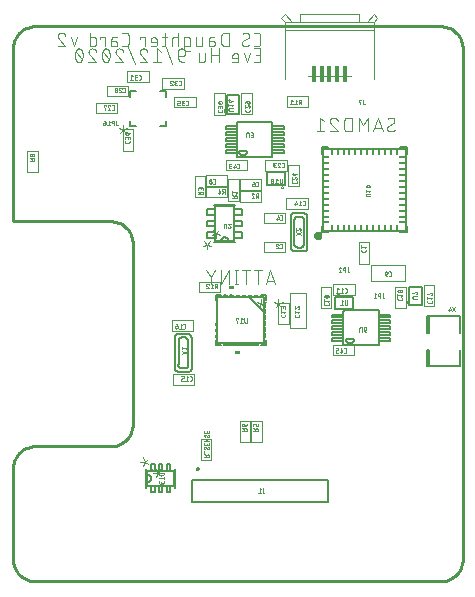
<source format=gbr>
G04 EAGLE Gerber RS-274X export*
G75*
%MOMM*%
%FSLAX34Y34*%
%LPD*%
%INReference Desginators Bottom*%
%IPPOS*%
%AMOC8*
5,1,8,0,0,1.08239X$1,22.5*%
G01*
%ADD10C,0.101600*%
%ADD11C,0.152400*%
%ADD12C,0.076200*%
%ADD13C,0.025400*%
%ADD14C,0.050000*%
%ADD15C,0.100000*%
%ADD16R,0.320000X1.350000*%
%ADD17C,0.406400*%
%ADD18C,0.127000*%
%ADD19R,0.250000X0.550000*%
%ADD20R,0.550000X0.250000*%
%ADD21C,0.203200*%
%ADD22C,0.140000*%
%ADD23C,0.150000*%
%ADD24C,0.254000*%

G36*
X187327Y247398D02*
X187327Y247398D01*
X187329Y247397D01*
X187372Y247417D01*
X187416Y247435D01*
X187416Y247437D01*
X187418Y247438D01*
X187451Y247523D01*
X187451Y250063D01*
X187450Y250065D01*
X187451Y250067D01*
X187431Y250110D01*
X187413Y250154D01*
X187411Y250154D01*
X187410Y250156D01*
X187325Y250189D01*
X183515Y250189D01*
X183513Y250188D01*
X183511Y250189D01*
X183468Y250169D01*
X183424Y250151D01*
X183424Y250149D01*
X183422Y250148D01*
X183389Y250063D01*
X183389Y247523D01*
X183390Y247521D01*
X183389Y247519D01*
X183409Y247476D01*
X183427Y247432D01*
X183429Y247432D01*
X183430Y247430D01*
X183515Y247397D01*
X187325Y247397D01*
X187327Y247398D01*
G37*
G36*
X192407Y192280D02*
X192407Y192280D01*
X192409Y192279D01*
X192452Y192299D01*
X192496Y192317D01*
X192496Y192319D01*
X192498Y192320D01*
X192531Y192405D01*
X192531Y194945D01*
X192530Y194947D01*
X192531Y194949D01*
X192511Y194992D01*
X192493Y195036D01*
X192491Y195036D01*
X192490Y195038D01*
X192405Y195071D01*
X188595Y195071D01*
X188593Y195070D01*
X188591Y195071D01*
X188548Y195051D01*
X188504Y195033D01*
X188504Y195031D01*
X188502Y195030D01*
X188469Y194945D01*
X188469Y192405D01*
X188470Y192403D01*
X188469Y192401D01*
X188489Y192358D01*
X188507Y192314D01*
X188509Y192314D01*
X188510Y192312D01*
X188595Y192279D01*
X192405Y192279D01*
X192407Y192280D01*
G37*
D10*
X316978Y383469D02*
X316980Y383370D01*
X316986Y383270D01*
X316995Y383171D01*
X317008Y383073D01*
X317025Y382975D01*
X317046Y382877D01*
X317071Y382781D01*
X317099Y382686D01*
X317131Y382592D01*
X317166Y382499D01*
X317205Y382407D01*
X317248Y382317D01*
X317293Y382229D01*
X317343Y382142D01*
X317395Y382058D01*
X317451Y381975D01*
X317509Y381895D01*
X317571Y381817D01*
X317636Y381742D01*
X317704Y381669D01*
X317774Y381599D01*
X317847Y381531D01*
X317922Y381466D01*
X318000Y381404D01*
X318080Y381346D01*
X318163Y381290D01*
X318247Y381238D01*
X318334Y381188D01*
X318422Y381143D01*
X318512Y381100D01*
X318604Y381061D01*
X318697Y381026D01*
X318791Y380994D01*
X318886Y380966D01*
X318982Y380941D01*
X319080Y380920D01*
X319178Y380903D01*
X319276Y380890D01*
X319375Y380881D01*
X319475Y380875D01*
X319574Y380873D01*
X319718Y380875D01*
X319863Y380881D01*
X320007Y380890D01*
X320150Y380903D01*
X320294Y380920D01*
X320437Y380941D01*
X320579Y380966D01*
X320720Y380994D01*
X320861Y381026D01*
X321001Y381062D01*
X321140Y381101D01*
X321278Y381144D01*
X321414Y381191D01*
X321550Y381241D01*
X321684Y381295D01*
X321816Y381352D01*
X321947Y381413D01*
X322076Y381477D01*
X322204Y381545D01*
X322330Y381616D01*
X322454Y381690D01*
X322575Y381767D01*
X322695Y381848D01*
X322813Y381931D01*
X322928Y382018D01*
X323041Y382108D01*
X323152Y382201D01*
X323260Y382296D01*
X323366Y382395D01*
X323469Y382496D01*
X323144Y389961D02*
X323142Y390060D01*
X323136Y390160D01*
X323127Y390259D01*
X323114Y390357D01*
X323097Y390455D01*
X323076Y390553D01*
X323051Y390649D01*
X323023Y390744D01*
X322991Y390838D01*
X322956Y390931D01*
X322917Y391023D01*
X322874Y391113D01*
X322829Y391201D01*
X322779Y391288D01*
X322727Y391372D01*
X322671Y391455D01*
X322613Y391535D01*
X322551Y391613D01*
X322486Y391688D01*
X322418Y391761D01*
X322348Y391831D01*
X322275Y391899D01*
X322200Y391964D01*
X322122Y392026D01*
X322042Y392084D01*
X321959Y392140D01*
X321875Y392192D01*
X321788Y392242D01*
X321700Y392287D01*
X321610Y392330D01*
X321518Y392369D01*
X321425Y392404D01*
X321331Y392436D01*
X321236Y392464D01*
X321140Y392489D01*
X321042Y392510D01*
X320944Y392527D01*
X320846Y392540D01*
X320747Y392549D01*
X320647Y392555D01*
X320548Y392557D01*
X320412Y392555D01*
X320276Y392549D01*
X320140Y392540D01*
X320004Y392527D01*
X319869Y392509D01*
X319735Y392489D01*
X319601Y392464D01*
X319467Y392436D01*
X319335Y392403D01*
X319204Y392368D01*
X319073Y392328D01*
X318944Y392285D01*
X318816Y392239D01*
X318690Y392188D01*
X318564Y392135D01*
X318441Y392077D01*
X318319Y392017D01*
X318199Y391953D01*
X318080Y391885D01*
X317964Y391815D01*
X317850Y391741D01*
X317737Y391664D01*
X317627Y391583D01*
X321846Y387689D02*
X321932Y387742D01*
X322016Y387799D01*
X322098Y387858D01*
X322178Y387921D01*
X322255Y387987D01*
X322330Y388055D01*
X322402Y388127D01*
X322471Y388201D01*
X322537Y388278D01*
X322600Y388357D01*
X322660Y388439D01*
X322717Y388523D01*
X322771Y388609D01*
X322821Y388697D01*
X322868Y388787D01*
X322912Y388878D01*
X322951Y388972D01*
X322988Y389066D01*
X323020Y389162D01*
X323049Y389260D01*
X323074Y389358D01*
X323095Y389457D01*
X323113Y389557D01*
X323126Y389657D01*
X323136Y389758D01*
X323142Y389860D01*
X323144Y389961D01*
X318276Y385741D02*
X318190Y385688D01*
X318106Y385631D01*
X318024Y385572D01*
X317944Y385509D01*
X317867Y385443D01*
X317792Y385375D01*
X317720Y385303D01*
X317651Y385229D01*
X317585Y385152D01*
X317522Y385073D01*
X317462Y384991D01*
X317405Y384907D01*
X317351Y384821D01*
X317301Y384733D01*
X317254Y384643D01*
X317210Y384552D01*
X317171Y384458D01*
X317134Y384364D01*
X317102Y384268D01*
X317073Y384170D01*
X317048Y384072D01*
X317027Y383973D01*
X317009Y383873D01*
X316996Y383773D01*
X316986Y383672D01*
X316980Y383570D01*
X316978Y383469D01*
X318276Y385741D02*
X321846Y387689D01*
X313069Y380873D02*
X309174Y392557D01*
X305280Y380873D01*
X306253Y383794D02*
X312095Y383794D01*
X300496Y380873D02*
X300496Y392557D01*
X296601Y386066D01*
X292707Y392557D01*
X292707Y380873D01*
X286893Y380873D02*
X286893Y392557D01*
X283648Y392557D01*
X283535Y392555D01*
X283422Y392549D01*
X283309Y392539D01*
X283196Y392525D01*
X283084Y392508D01*
X282973Y392486D01*
X282863Y392461D01*
X282753Y392431D01*
X282645Y392398D01*
X282538Y392361D01*
X282432Y392321D01*
X282328Y392276D01*
X282225Y392228D01*
X282124Y392177D01*
X282025Y392122D01*
X281928Y392064D01*
X281833Y392002D01*
X281740Y391937D01*
X281650Y391869D01*
X281562Y391798D01*
X281476Y391723D01*
X281393Y391646D01*
X281313Y391566D01*
X281236Y391483D01*
X281161Y391397D01*
X281090Y391309D01*
X281022Y391219D01*
X280957Y391126D01*
X280895Y391031D01*
X280837Y390934D01*
X280782Y390835D01*
X280731Y390734D01*
X280683Y390631D01*
X280638Y390527D01*
X280598Y390421D01*
X280561Y390314D01*
X280528Y390206D01*
X280498Y390096D01*
X280473Y389986D01*
X280451Y389875D01*
X280434Y389763D01*
X280420Y389650D01*
X280410Y389537D01*
X280404Y389424D01*
X280402Y389311D01*
X280402Y384119D01*
X280404Y384006D01*
X280410Y383893D01*
X280420Y383780D01*
X280434Y383667D01*
X280451Y383555D01*
X280473Y383444D01*
X280498Y383334D01*
X280528Y383224D01*
X280561Y383116D01*
X280598Y383009D01*
X280638Y382903D01*
X280683Y382799D01*
X280731Y382696D01*
X280782Y382595D01*
X280837Y382496D01*
X280895Y382399D01*
X280957Y382304D01*
X281022Y382211D01*
X281090Y382121D01*
X281161Y382033D01*
X281236Y381947D01*
X281313Y381864D01*
X281393Y381784D01*
X281476Y381707D01*
X281562Y381632D01*
X281650Y381561D01*
X281740Y381493D01*
X281833Y381428D01*
X281928Y381366D01*
X282025Y381308D01*
X282124Y381253D01*
X282225Y381202D01*
X282328Y381154D01*
X282432Y381109D01*
X282538Y381069D01*
X282645Y381032D01*
X282753Y380999D01*
X282863Y380969D01*
X282973Y380944D01*
X283084Y380922D01*
X283196Y380905D01*
X283309Y380891D01*
X283422Y380881D01*
X283535Y380875D01*
X283648Y380873D01*
X286893Y380873D01*
X271512Y392557D02*
X271405Y392555D01*
X271299Y392549D01*
X271193Y392539D01*
X271087Y392526D01*
X270981Y392508D01*
X270877Y392487D01*
X270773Y392462D01*
X270670Y392433D01*
X270569Y392401D01*
X270469Y392364D01*
X270370Y392324D01*
X270272Y392281D01*
X270176Y392234D01*
X270082Y392183D01*
X269990Y392129D01*
X269900Y392072D01*
X269812Y392012D01*
X269727Y391948D01*
X269644Y391881D01*
X269563Y391811D01*
X269485Y391739D01*
X269409Y391663D01*
X269337Y391585D01*
X269267Y391504D01*
X269200Y391421D01*
X269136Y391336D01*
X269076Y391248D01*
X269019Y391158D01*
X268965Y391066D01*
X268914Y390972D01*
X268867Y390876D01*
X268824Y390778D01*
X268784Y390679D01*
X268747Y390579D01*
X268715Y390478D01*
X268686Y390375D01*
X268661Y390271D01*
X268640Y390167D01*
X268622Y390061D01*
X268609Y389955D01*
X268599Y389849D01*
X268593Y389743D01*
X268591Y389636D01*
X271512Y392557D02*
X271633Y392555D01*
X271754Y392549D01*
X271874Y392539D01*
X271995Y392526D01*
X272114Y392508D01*
X272234Y392487D01*
X272352Y392462D01*
X272469Y392433D01*
X272586Y392400D01*
X272701Y392364D01*
X272815Y392323D01*
X272928Y392280D01*
X273040Y392232D01*
X273149Y392181D01*
X273257Y392126D01*
X273364Y392068D01*
X273468Y392007D01*
X273570Y391942D01*
X273670Y391874D01*
X273768Y391803D01*
X273864Y391729D01*
X273957Y391652D01*
X274047Y391571D01*
X274135Y391488D01*
X274220Y391402D01*
X274303Y391313D01*
X274382Y391222D01*
X274459Y391128D01*
X274532Y391032D01*
X274602Y390934D01*
X274669Y390833D01*
X274733Y390730D01*
X274794Y390625D01*
X274851Y390518D01*
X274904Y390410D01*
X274954Y390300D01*
X275000Y390188D01*
X275043Y390075D01*
X275082Y389960D01*
X269565Y387364D02*
X269486Y387442D01*
X269410Y387522D01*
X269337Y387605D01*
X269267Y387691D01*
X269200Y387778D01*
X269136Y387869D01*
X269076Y387961D01*
X269018Y388055D01*
X268964Y388152D01*
X268914Y388250D01*
X268867Y388350D01*
X268823Y388451D01*
X268783Y388554D01*
X268747Y388659D01*
X268715Y388764D01*
X268686Y388871D01*
X268661Y388978D01*
X268639Y389087D01*
X268622Y389196D01*
X268608Y389305D01*
X268599Y389415D01*
X268593Y389526D01*
X268591Y389636D01*
X269565Y387364D02*
X275082Y380873D01*
X268591Y380873D01*
X263652Y389961D02*
X260407Y392557D01*
X260407Y380873D01*
X263652Y380873D02*
X257161Y380873D01*
X217974Y263144D02*
X221869Y251460D01*
X214080Y251460D02*
X217974Y263144D01*
X215053Y254381D02*
X220895Y254381D01*
X207306Y251460D02*
X207306Y263144D01*
X204061Y263144D02*
X210552Y263144D01*
X197400Y263144D02*
X197400Y251460D01*
X200646Y263144D02*
X194155Y263144D01*
X189018Y263144D02*
X189018Y251460D01*
X187720Y251460D02*
X190317Y251460D01*
X190317Y263144D02*
X187720Y263144D01*
X182739Y263144D02*
X182739Y251460D01*
X176248Y251460D02*
X182739Y263144D01*
X176248Y263144D02*
X176248Y251460D01*
X167682Y257627D02*
X171577Y263144D01*
X167682Y257627D02*
X163788Y263144D01*
X167682Y257627D02*
X167682Y251460D01*
X204404Y452882D02*
X207001Y452882D01*
X207100Y452884D01*
X207200Y452890D01*
X207299Y452899D01*
X207397Y452912D01*
X207495Y452929D01*
X207593Y452950D01*
X207689Y452975D01*
X207784Y453003D01*
X207878Y453035D01*
X207971Y453070D01*
X208063Y453109D01*
X208153Y453152D01*
X208241Y453197D01*
X208328Y453247D01*
X208412Y453299D01*
X208495Y453355D01*
X208575Y453413D01*
X208653Y453475D01*
X208728Y453540D01*
X208801Y453608D01*
X208871Y453678D01*
X208939Y453751D01*
X209004Y453826D01*
X209066Y453904D01*
X209124Y453984D01*
X209180Y454067D01*
X209232Y454151D01*
X209282Y454238D01*
X209327Y454326D01*
X209370Y454416D01*
X209409Y454508D01*
X209444Y454601D01*
X209476Y454695D01*
X209504Y454790D01*
X209529Y454886D01*
X209550Y454984D01*
X209567Y455082D01*
X209580Y455180D01*
X209589Y455279D01*
X209595Y455379D01*
X209597Y455478D01*
X209597Y461970D01*
X209595Y462069D01*
X209589Y462169D01*
X209580Y462268D01*
X209567Y462366D01*
X209550Y462464D01*
X209529Y462562D01*
X209504Y462658D01*
X209476Y462753D01*
X209444Y462847D01*
X209409Y462940D01*
X209370Y463032D01*
X209327Y463122D01*
X209282Y463210D01*
X209232Y463297D01*
X209180Y463381D01*
X209124Y463464D01*
X209066Y463544D01*
X209004Y463622D01*
X208939Y463697D01*
X208871Y463770D01*
X208801Y463840D01*
X208728Y463908D01*
X208653Y463973D01*
X208575Y464035D01*
X208495Y464093D01*
X208412Y464149D01*
X208328Y464201D01*
X208241Y464251D01*
X208153Y464296D01*
X208063Y464339D01*
X207971Y464378D01*
X207878Y464413D01*
X207784Y464445D01*
X207689Y464473D01*
X207593Y464498D01*
X207495Y464519D01*
X207397Y464536D01*
X207299Y464549D01*
X207200Y464558D01*
X207100Y464564D01*
X207001Y464566D01*
X204404Y464566D01*
X193929Y455478D02*
X193931Y455379D01*
X193937Y455279D01*
X193946Y455180D01*
X193959Y455082D01*
X193976Y454984D01*
X193997Y454886D01*
X194022Y454790D01*
X194050Y454695D01*
X194082Y454601D01*
X194117Y454508D01*
X194156Y454416D01*
X194199Y454326D01*
X194244Y454238D01*
X194294Y454151D01*
X194346Y454067D01*
X194402Y453984D01*
X194460Y453904D01*
X194522Y453826D01*
X194587Y453751D01*
X194655Y453678D01*
X194725Y453608D01*
X194798Y453540D01*
X194873Y453475D01*
X194951Y453413D01*
X195031Y453355D01*
X195114Y453299D01*
X195198Y453247D01*
X195285Y453197D01*
X195373Y453152D01*
X195463Y453109D01*
X195555Y453070D01*
X195648Y453035D01*
X195742Y453003D01*
X195837Y452975D01*
X195933Y452950D01*
X196031Y452929D01*
X196129Y452912D01*
X196227Y452899D01*
X196326Y452890D01*
X196426Y452884D01*
X196525Y452882D01*
X196669Y452884D01*
X196814Y452890D01*
X196958Y452899D01*
X197101Y452912D01*
X197245Y452929D01*
X197388Y452950D01*
X197530Y452975D01*
X197671Y453003D01*
X197812Y453035D01*
X197952Y453071D01*
X198091Y453110D01*
X198229Y453153D01*
X198365Y453200D01*
X198501Y453250D01*
X198635Y453304D01*
X198767Y453361D01*
X198898Y453422D01*
X199027Y453486D01*
X199155Y453554D01*
X199281Y453625D01*
X199405Y453699D01*
X199526Y453776D01*
X199646Y453857D01*
X199764Y453940D01*
X199879Y454027D01*
X199992Y454117D01*
X200103Y454210D01*
X200211Y454305D01*
X200317Y454404D01*
X200420Y454505D01*
X200095Y461970D02*
X200093Y462069D01*
X200087Y462169D01*
X200078Y462268D01*
X200065Y462366D01*
X200048Y462464D01*
X200027Y462562D01*
X200002Y462658D01*
X199974Y462753D01*
X199942Y462847D01*
X199907Y462940D01*
X199868Y463032D01*
X199825Y463122D01*
X199780Y463210D01*
X199730Y463297D01*
X199678Y463381D01*
X199622Y463464D01*
X199564Y463544D01*
X199502Y463622D01*
X199437Y463697D01*
X199369Y463770D01*
X199299Y463840D01*
X199226Y463908D01*
X199151Y463973D01*
X199073Y464035D01*
X198993Y464093D01*
X198910Y464149D01*
X198826Y464201D01*
X198739Y464251D01*
X198651Y464296D01*
X198561Y464339D01*
X198469Y464378D01*
X198376Y464413D01*
X198282Y464445D01*
X198187Y464473D01*
X198091Y464498D01*
X197993Y464519D01*
X197895Y464536D01*
X197797Y464549D01*
X197698Y464558D01*
X197598Y464564D01*
X197499Y464566D01*
X197363Y464564D01*
X197227Y464558D01*
X197091Y464549D01*
X196955Y464536D01*
X196820Y464518D01*
X196686Y464498D01*
X196552Y464473D01*
X196418Y464445D01*
X196286Y464412D01*
X196155Y464377D01*
X196024Y464337D01*
X195895Y464294D01*
X195767Y464248D01*
X195641Y464197D01*
X195515Y464144D01*
X195392Y464086D01*
X195270Y464026D01*
X195150Y463962D01*
X195031Y463894D01*
X194915Y463824D01*
X194801Y463750D01*
X194688Y463673D01*
X194578Y463592D01*
X198797Y459698D02*
X198883Y459751D01*
X198967Y459808D01*
X199049Y459867D01*
X199129Y459930D01*
X199206Y459996D01*
X199281Y460064D01*
X199353Y460136D01*
X199422Y460210D01*
X199488Y460287D01*
X199551Y460366D01*
X199611Y460448D01*
X199668Y460532D01*
X199722Y460618D01*
X199772Y460706D01*
X199819Y460796D01*
X199863Y460887D01*
X199902Y460981D01*
X199939Y461075D01*
X199971Y461171D01*
X200000Y461269D01*
X200025Y461367D01*
X200046Y461466D01*
X200064Y461566D01*
X200077Y461666D01*
X200087Y461767D01*
X200093Y461869D01*
X200095Y461970D01*
X195227Y457750D02*
X195141Y457697D01*
X195057Y457640D01*
X194975Y457581D01*
X194895Y457518D01*
X194818Y457452D01*
X194743Y457384D01*
X194671Y457312D01*
X194602Y457238D01*
X194536Y457161D01*
X194473Y457082D01*
X194413Y457000D01*
X194356Y456916D01*
X194302Y456830D01*
X194252Y456742D01*
X194205Y456652D01*
X194161Y456561D01*
X194122Y456467D01*
X194085Y456373D01*
X194053Y456277D01*
X194024Y456179D01*
X193999Y456081D01*
X193978Y455982D01*
X193960Y455882D01*
X193947Y455782D01*
X193937Y455681D01*
X193931Y455579D01*
X193929Y455478D01*
X195227Y457750D02*
X198797Y459698D01*
X182894Y464566D02*
X182894Y452882D01*
X182894Y464566D02*
X179648Y464566D01*
X179535Y464564D01*
X179422Y464558D01*
X179309Y464548D01*
X179196Y464534D01*
X179084Y464517D01*
X178973Y464495D01*
X178863Y464470D01*
X178753Y464440D01*
X178645Y464407D01*
X178538Y464370D01*
X178432Y464330D01*
X178328Y464285D01*
X178225Y464237D01*
X178124Y464186D01*
X178025Y464131D01*
X177928Y464073D01*
X177833Y464011D01*
X177740Y463946D01*
X177650Y463878D01*
X177562Y463807D01*
X177476Y463732D01*
X177393Y463655D01*
X177313Y463575D01*
X177236Y463492D01*
X177161Y463406D01*
X177090Y463318D01*
X177022Y463228D01*
X176957Y463135D01*
X176895Y463040D01*
X176837Y462943D01*
X176782Y462844D01*
X176731Y462743D01*
X176683Y462640D01*
X176638Y462536D01*
X176598Y462430D01*
X176561Y462323D01*
X176528Y462215D01*
X176498Y462105D01*
X176473Y461995D01*
X176451Y461884D01*
X176434Y461772D01*
X176420Y461659D01*
X176410Y461546D01*
X176404Y461433D01*
X176402Y461320D01*
X176403Y461320D02*
X176403Y456128D01*
X176402Y456128D02*
X176404Y456015D01*
X176410Y455902D01*
X176420Y455789D01*
X176434Y455676D01*
X176451Y455564D01*
X176473Y455453D01*
X176498Y455343D01*
X176528Y455233D01*
X176561Y455125D01*
X176598Y455018D01*
X176638Y454912D01*
X176683Y454808D01*
X176731Y454705D01*
X176782Y454604D01*
X176837Y454505D01*
X176895Y454408D01*
X176957Y454313D01*
X177022Y454220D01*
X177090Y454130D01*
X177161Y454042D01*
X177236Y453956D01*
X177313Y453873D01*
X177393Y453793D01*
X177476Y453716D01*
X177562Y453641D01*
X177650Y453570D01*
X177740Y453502D01*
X177833Y453437D01*
X177928Y453375D01*
X178025Y453317D01*
X178124Y453262D01*
X178225Y453211D01*
X178328Y453163D01*
X178432Y453118D01*
X178538Y453078D01*
X178645Y453041D01*
X178753Y453008D01*
X178863Y452978D01*
X178973Y452953D01*
X179084Y452931D01*
X179196Y452914D01*
X179309Y452900D01*
X179422Y452890D01*
X179535Y452884D01*
X179648Y452882D01*
X182894Y452882D01*
X168983Y457426D02*
X166062Y457426D01*
X168983Y457426D02*
X169077Y457424D01*
X169171Y457418D01*
X169264Y457409D01*
X169357Y457395D01*
X169449Y457378D01*
X169541Y457356D01*
X169631Y457332D01*
X169721Y457303D01*
X169809Y457271D01*
X169896Y457235D01*
X169981Y457195D01*
X170064Y457152D01*
X170146Y457106D01*
X170226Y457056D01*
X170303Y457003D01*
X170378Y456947D01*
X170451Y456888D01*
X170522Y456826D01*
X170590Y456761D01*
X170655Y456693D01*
X170717Y456622D01*
X170776Y456549D01*
X170832Y456474D01*
X170885Y456397D01*
X170935Y456317D01*
X170981Y456235D01*
X171024Y456152D01*
X171064Y456067D01*
X171100Y455980D01*
X171132Y455892D01*
X171161Y455802D01*
X171185Y455712D01*
X171207Y455620D01*
X171224Y455528D01*
X171238Y455435D01*
X171247Y455342D01*
X171253Y455248D01*
X171255Y455154D01*
X171253Y455060D01*
X171247Y454966D01*
X171238Y454873D01*
X171224Y454780D01*
X171207Y454688D01*
X171185Y454596D01*
X171161Y454506D01*
X171132Y454416D01*
X171100Y454328D01*
X171064Y454241D01*
X171024Y454156D01*
X170981Y454073D01*
X170935Y453991D01*
X170885Y453911D01*
X170832Y453834D01*
X170776Y453759D01*
X170717Y453686D01*
X170655Y453615D01*
X170590Y453547D01*
X170522Y453482D01*
X170451Y453420D01*
X170378Y453361D01*
X170303Y453305D01*
X170226Y453252D01*
X170146Y453202D01*
X170064Y453156D01*
X169981Y453113D01*
X169896Y453073D01*
X169809Y453037D01*
X169721Y453005D01*
X169631Y452976D01*
X169541Y452952D01*
X169449Y452930D01*
X169357Y452913D01*
X169264Y452899D01*
X169171Y452890D01*
X169077Y452884D01*
X168983Y452882D01*
X166062Y452882D01*
X166062Y458724D01*
X166064Y458811D01*
X166070Y458899D01*
X166080Y458985D01*
X166093Y459072D01*
X166111Y459157D01*
X166132Y459242D01*
X166157Y459326D01*
X166186Y459408D01*
X166219Y459489D01*
X166255Y459569D01*
X166294Y459647D01*
X166338Y459723D01*
X166384Y459797D01*
X166434Y459868D01*
X166487Y459938D01*
X166543Y460005D01*
X166602Y460070D01*
X166664Y460131D01*
X166728Y460190D01*
X166795Y460246D01*
X166865Y460299D01*
X166936Y460349D01*
X167010Y460395D01*
X167086Y460439D01*
X167164Y460478D01*
X167244Y460514D01*
X167325Y460547D01*
X167407Y460576D01*
X167491Y460601D01*
X167576Y460622D01*
X167661Y460640D01*
X167748Y460653D01*
X167835Y460663D01*
X167922Y460669D01*
X168009Y460671D01*
X170606Y460671D01*
X160528Y460671D02*
X160528Y454829D01*
X160526Y454742D01*
X160520Y454654D01*
X160510Y454568D01*
X160497Y454481D01*
X160479Y454396D01*
X160458Y454311D01*
X160433Y454227D01*
X160404Y454145D01*
X160371Y454064D01*
X160335Y453984D01*
X160296Y453906D01*
X160252Y453830D01*
X160206Y453756D01*
X160156Y453685D01*
X160103Y453615D01*
X160047Y453548D01*
X159988Y453484D01*
X159926Y453422D01*
X159862Y453363D01*
X159795Y453307D01*
X159725Y453254D01*
X159654Y453204D01*
X159580Y453158D01*
X159504Y453114D01*
X159426Y453075D01*
X159346Y453039D01*
X159265Y453006D01*
X159183Y452977D01*
X159099Y452952D01*
X159014Y452931D01*
X158929Y452913D01*
X158842Y452900D01*
X158756Y452890D01*
X158668Y452884D01*
X158581Y452882D01*
X155335Y452882D01*
X155335Y460671D01*
X148352Y452882D02*
X145107Y452882D01*
X148352Y452882D02*
X148439Y452884D01*
X148527Y452890D01*
X148613Y452900D01*
X148700Y452913D01*
X148785Y452931D01*
X148870Y452952D01*
X148954Y452977D01*
X149036Y453006D01*
X149117Y453039D01*
X149197Y453075D01*
X149275Y453114D01*
X149351Y453158D01*
X149425Y453204D01*
X149496Y453254D01*
X149566Y453307D01*
X149633Y453363D01*
X149697Y453422D01*
X149759Y453484D01*
X149818Y453548D01*
X149874Y453615D01*
X149927Y453685D01*
X149977Y453756D01*
X150023Y453830D01*
X150067Y453906D01*
X150106Y453984D01*
X150142Y454064D01*
X150175Y454145D01*
X150204Y454227D01*
X150229Y454311D01*
X150250Y454396D01*
X150268Y454481D01*
X150281Y454568D01*
X150291Y454654D01*
X150297Y454742D01*
X150299Y454829D01*
X150300Y454829D02*
X150300Y458724D01*
X150299Y458724D02*
X150297Y458811D01*
X150291Y458899D01*
X150281Y458985D01*
X150268Y459072D01*
X150250Y459157D01*
X150229Y459242D01*
X150204Y459326D01*
X150175Y459408D01*
X150142Y459489D01*
X150106Y459569D01*
X150067Y459647D01*
X150023Y459723D01*
X149977Y459797D01*
X149927Y459868D01*
X149874Y459938D01*
X149818Y460005D01*
X149759Y460069D01*
X149697Y460131D01*
X149633Y460190D01*
X149566Y460246D01*
X149496Y460299D01*
X149425Y460349D01*
X149351Y460395D01*
X149275Y460439D01*
X149197Y460478D01*
X149117Y460514D01*
X149036Y460547D01*
X148954Y460576D01*
X148870Y460601D01*
X148785Y460622D01*
X148700Y460640D01*
X148613Y460653D01*
X148527Y460663D01*
X148439Y460669D01*
X148352Y460671D01*
X145107Y460671D01*
X145107Y450935D01*
X145109Y450848D01*
X145115Y450760D01*
X145125Y450674D01*
X145138Y450587D01*
X145156Y450502D01*
X145177Y450417D01*
X145202Y450333D01*
X145231Y450251D01*
X145264Y450170D01*
X145300Y450090D01*
X145339Y450012D01*
X145383Y449936D01*
X145429Y449862D01*
X145479Y449791D01*
X145532Y449721D01*
X145588Y449654D01*
X145647Y449590D01*
X145709Y449528D01*
X145773Y449469D01*
X145840Y449413D01*
X145910Y449360D01*
X145981Y449310D01*
X146055Y449264D01*
X146131Y449220D01*
X146209Y449181D01*
X146289Y449145D01*
X146370Y449112D01*
X146452Y449083D01*
X146536Y449058D01*
X146621Y449037D01*
X146706Y449019D01*
X146793Y449006D01*
X146879Y448996D01*
X146967Y448990D01*
X147054Y448988D01*
X147054Y448987D02*
X149651Y448987D01*
X139573Y452882D02*
X139573Y464566D01*
X139573Y460671D02*
X136327Y460671D01*
X136240Y460669D01*
X136152Y460663D01*
X136066Y460653D01*
X135979Y460640D01*
X135894Y460622D01*
X135809Y460601D01*
X135725Y460576D01*
X135643Y460547D01*
X135562Y460514D01*
X135482Y460478D01*
X135404Y460439D01*
X135328Y460395D01*
X135254Y460349D01*
X135183Y460299D01*
X135113Y460246D01*
X135046Y460190D01*
X134982Y460131D01*
X134920Y460070D01*
X134861Y460005D01*
X134805Y459938D01*
X134752Y459868D01*
X134702Y459797D01*
X134656Y459723D01*
X134613Y459647D01*
X134573Y459569D01*
X134537Y459489D01*
X134504Y459408D01*
X134475Y459326D01*
X134450Y459242D01*
X134429Y459157D01*
X134411Y459072D01*
X134398Y458985D01*
X134388Y458899D01*
X134382Y458811D01*
X134380Y458724D01*
X134380Y452882D01*
X130253Y460671D02*
X126359Y460671D01*
X128955Y464566D02*
X128955Y454829D01*
X128953Y454742D01*
X128947Y454654D01*
X128937Y454568D01*
X128924Y454481D01*
X128906Y454396D01*
X128885Y454311D01*
X128860Y454227D01*
X128831Y454145D01*
X128798Y454064D01*
X128762Y453984D01*
X128723Y453906D01*
X128679Y453830D01*
X128633Y453756D01*
X128583Y453685D01*
X128530Y453615D01*
X128474Y453548D01*
X128415Y453484D01*
X128353Y453422D01*
X128289Y453363D01*
X128222Y453307D01*
X128152Y453254D01*
X128081Y453204D01*
X128007Y453158D01*
X127931Y453114D01*
X127853Y453075D01*
X127773Y453039D01*
X127692Y453006D01*
X127610Y452977D01*
X127526Y452952D01*
X127441Y452931D01*
X127356Y452913D01*
X127269Y452900D01*
X127183Y452890D01*
X127095Y452884D01*
X127008Y452882D01*
X126359Y452882D01*
X120100Y452882D02*
X116854Y452882D01*
X120100Y452882D02*
X120187Y452884D01*
X120275Y452890D01*
X120361Y452900D01*
X120448Y452913D01*
X120533Y452931D01*
X120618Y452952D01*
X120702Y452977D01*
X120784Y453006D01*
X120865Y453039D01*
X120945Y453075D01*
X121023Y453114D01*
X121099Y453158D01*
X121173Y453204D01*
X121244Y453254D01*
X121314Y453307D01*
X121381Y453363D01*
X121445Y453422D01*
X121507Y453484D01*
X121566Y453548D01*
X121622Y453615D01*
X121675Y453685D01*
X121725Y453756D01*
X121771Y453830D01*
X121815Y453906D01*
X121854Y453984D01*
X121890Y454064D01*
X121923Y454145D01*
X121952Y454227D01*
X121977Y454311D01*
X121998Y454396D01*
X122016Y454481D01*
X122029Y454568D01*
X122039Y454654D01*
X122045Y454742D01*
X122047Y454829D01*
X122047Y458075D01*
X122046Y458075D02*
X122044Y458176D01*
X122038Y458276D01*
X122028Y458376D01*
X122015Y458476D01*
X121997Y458575D01*
X121976Y458674D01*
X121951Y458771D01*
X121922Y458868D01*
X121889Y458963D01*
X121853Y459057D01*
X121813Y459149D01*
X121770Y459240D01*
X121723Y459329D01*
X121673Y459416D01*
X121619Y459502D01*
X121562Y459585D01*
X121502Y459665D01*
X121439Y459744D01*
X121372Y459820D01*
X121303Y459893D01*
X121231Y459963D01*
X121157Y460031D01*
X121080Y460096D01*
X121000Y460157D01*
X120918Y460216D01*
X120834Y460271D01*
X120748Y460323D01*
X120660Y460372D01*
X120570Y460417D01*
X120478Y460459D01*
X120385Y460497D01*
X120290Y460531D01*
X120195Y460562D01*
X120098Y460589D01*
X120000Y460612D01*
X119901Y460632D01*
X119801Y460647D01*
X119701Y460659D01*
X119601Y460667D01*
X119500Y460671D01*
X119400Y460671D01*
X119299Y460667D01*
X119199Y460659D01*
X119099Y460647D01*
X118999Y460632D01*
X118900Y460612D01*
X118802Y460589D01*
X118705Y460562D01*
X118610Y460531D01*
X118515Y460497D01*
X118422Y460459D01*
X118330Y460417D01*
X118240Y460372D01*
X118152Y460323D01*
X118066Y460271D01*
X117982Y460216D01*
X117900Y460157D01*
X117820Y460096D01*
X117743Y460031D01*
X117669Y459963D01*
X117597Y459893D01*
X117528Y459820D01*
X117461Y459744D01*
X117398Y459665D01*
X117338Y459585D01*
X117281Y459502D01*
X117227Y459416D01*
X117177Y459329D01*
X117130Y459240D01*
X117087Y459149D01*
X117047Y459057D01*
X117011Y458963D01*
X116978Y458868D01*
X116949Y458771D01*
X116924Y458674D01*
X116903Y458575D01*
X116885Y458476D01*
X116872Y458376D01*
X116862Y458276D01*
X116856Y458176D01*
X116854Y458075D01*
X116854Y456777D01*
X122047Y456777D01*
X111694Y452882D02*
X111694Y460671D01*
X107799Y460671D01*
X107799Y459373D01*
X95368Y452882D02*
X92771Y452882D01*
X95368Y452882D02*
X95467Y452884D01*
X95567Y452890D01*
X95666Y452899D01*
X95764Y452912D01*
X95862Y452929D01*
X95960Y452950D01*
X96056Y452975D01*
X96151Y453003D01*
X96245Y453035D01*
X96338Y453070D01*
X96430Y453109D01*
X96520Y453152D01*
X96608Y453197D01*
X96695Y453247D01*
X96779Y453299D01*
X96862Y453355D01*
X96942Y453413D01*
X97020Y453475D01*
X97095Y453540D01*
X97168Y453608D01*
X97238Y453678D01*
X97306Y453751D01*
X97371Y453826D01*
X97433Y453904D01*
X97491Y453984D01*
X97547Y454067D01*
X97599Y454151D01*
X97649Y454238D01*
X97694Y454326D01*
X97737Y454416D01*
X97776Y454508D01*
X97811Y454601D01*
X97843Y454695D01*
X97871Y454790D01*
X97896Y454886D01*
X97917Y454984D01*
X97934Y455082D01*
X97947Y455180D01*
X97956Y455279D01*
X97962Y455379D01*
X97964Y455478D01*
X97964Y461970D01*
X97962Y462069D01*
X97956Y462169D01*
X97947Y462268D01*
X97934Y462366D01*
X97917Y462464D01*
X97896Y462562D01*
X97871Y462658D01*
X97843Y462753D01*
X97811Y462847D01*
X97776Y462940D01*
X97737Y463032D01*
X97694Y463122D01*
X97649Y463210D01*
X97599Y463297D01*
X97547Y463381D01*
X97491Y463464D01*
X97433Y463544D01*
X97371Y463622D01*
X97306Y463697D01*
X97238Y463770D01*
X97168Y463840D01*
X97095Y463908D01*
X97020Y463973D01*
X96942Y464035D01*
X96862Y464093D01*
X96779Y464149D01*
X96695Y464201D01*
X96608Y464251D01*
X96520Y464296D01*
X96430Y464339D01*
X96338Y464378D01*
X96245Y464413D01*
X96151Y464445D01*
X96056Y464473D01*
X95960Y464498D01*
X95862Y464519D01*
X95764Y464536D01*
X95666Y464549D01*
X95567Y464558D01*
X95467Y464564D01*
X95368Y464566D01*
X92771Y464566D01*
X86306Y457426D02*
X83385Y457426D01*
X86306Y457426D02*
X86400Y457424D01*
X86494Y457418D01*
X86587Y457409D01*
X86680Y457395D01*
X86772Y457378D01*
X86864Y457356D01*
X86954Y457332D01*
X87044Y457303D01*
X87132Y457271D01*
X87219Y457235D01*
X87304Y457195D01*
X87387Y457152D01*
X87469Y457106D01*
X87549Y457056D01*
X87626Y457003D01*
X87701Y456947D01*
X87774Y456888D01*
X87845Y456826D01*
X87913Y456761D01*
X87978Y456693D01*
X88040Y456622D01*
X88099Y456549D01*
X88155Y456474D01*
X88208Y456397D01*
X88258Y456317D01*
X88304Y456235D01*
X88347Y456152D01*
X88387Y456067D01*
X88423Y455980D01*
X88455Y455892D01*
X88484Y455802D01*
X88508Y455712D01*
X88530Y455620D01*
X88547Y455528D01*
X88561Y455435D01*
X88570Y455342D01*
X88576Y455248D01*
X88578Y455154D01*
X88576Y455060D01*
X88570Y454966D01*
X88561Y454873D01*
X88547Y454780D01*
X88530Y454688D01*
X88508Y454596D01*
X88484Y454506D01*
X88455Y454416D01*
X88423Y454328D01*
X88387Y454241D01*
X88347Y454156D01*
X88304Y454073D01*
X88258Y453991D01*
X88208Y453911D01*
X88155Y453834D01*
X88099Y453759D01*
X88040Y453686D01*
X87978Y453615D01*
X87913Y453547D01*
X87845Y453482D01*
X87774Y453420D01*
X87701Y453361D01*
X87626Y453305D01*
X87549Y453252D01*
X87469Y453202D01*
X87387Y453156D01*
X87304Y453113D01*
X87219Y453073D01*
X87132Y453037D01*
X87044Y453005D01*
X86954Y452976D01*
X86864Y452952D01*
X86772Y452930D01*
X86680Y452913D01*
X86587Y452899D01*
X86494Y452890D01*
X86400Y452884D01*
X86306Y452882D01*
X83385Y452882D01*
X83385Y458724D01*
X83387Y458811D01*
X83393Y458899D01*
X83403Y458985D01*
X83416Y459072D01*
X83434Y459157D01*
X83455Y459242D01*
X83480Y459326D01*
X83509Y459408D01*
X83542Y459489D01*
X83578Y459569D01*
X83617Y459647D01*
X83661Y459723D01*
X83707Y459797D01*
X83757Y459868D01*
X83810Y459938D01*
X83866Y460005D01*
X83925Y460070D01*
X83987Y460131D01*
X84051Y460190D01*
X84118Y460246D01*
X84188Y460299D01*
X84259Y460349D01*
X84333Y460395D01*
X84409Y460439D01*
X84487Y460478D01*
X84567Y460514D01*
X84648Y460547D01*
X84730Y460576D01*
X84814Y460601D01*
X84899Y460622D01*
X84984Y460640D01*
X85071Y460653D01*
X85158Y460663D01*
X85245Y460669D01*
X85332Y460671D01*
X87929Y460671D01*
X77785Y460671D02*
X77785Y452882D01*
X77785Y460671D02*
X73890Y460671D01*
X73890Y459373D01*
X65097Y464566D02*
X65097Y452882D01*
X68343Y452882D01*
X68430Y452884D01*
X68518Y452890D01*
X68604Y452900D01*
X68691Y452913D01*
X68776Y452931D01*
X68861Y452952D01*
X68945Y452977D01*
X69027Y453006D01*
X69108Y453039D01*
X69188Y453075D01*
X69266Y453114D01*
X69342Y453158D01*
X69416Y453204D01*
X69487Y453254D01*
X69557Y453307D01*
X69624Y453363D01*
X69688Y453422D01*
X69750Y453484D01*
X69809Y453548D01*
X69865Y453615D01*
X69918Y453685D01*
X69968Y453756D01*
X70014Y453830D01*
X70058Y453906D01*
X70097Y453984D01*
X70133Y454064D01*
X70166Y454145D01*
X70195Y454227D01*
X70220Y454311D01*
X70241Y454396D01*
X70259Y454481D01*
X70272Y454568D01*
X70282Y454654D01*
X70288Y454742D01*
X70290Y454829D01*
X70290Y458724D01*
X70288Y458811D01*
X70282Y458899D01*
X70272Y458985D01*
X70259Y459072D01*
X70241Y459157D01*
X70220Y459242D01*
X70195Y459326D01*
X70166Y459408D01*
X70133Y459489D01*
X70097Y459569D01*
X70058Y459647D01*
X70014Y459723D01*
X69968Y459797D01*
X69918Y459868D01*
X69865Y459938D01*
X69809Y460005D01*
X69750Y460069D01*
X69688Y460131D01*
X69624Y460190D01*
X69557Y460246D01*
X69487Y460299D01*
X69416Y460349D01*
X69342Y460395D01*
X69266Y460439D01*
X69188Y460478D01*
X69108Y460514D01*
X69027Y460547D01*
X68945Y460576D01*
X68861Y460601D01*
X68776Y460622D01*
X68691Y460640D01*
X68604Y460653D01*
X68518Y460663D01*
X68430Y460669D01*
X68343Y460671D01*
X65097Y460671D01*
X54229Y460671D02*
X51633Y452882D01*
X49036Y460671D01*
X41021Y464566D02*
X40914Y464564D01*
X40808Y464558D01*
X40702Y464548D01*
X40596Y464535D01*
X40490Y464517D01*
X40386Y464496D01*
X40282Y464471D01*
X40179Y464442D01*
X40078Y464410D01*
X39978Y464373D01*
X39879Y464333D01*
X39781Y464290D01*
X39685Y464243D01*
X39591Y464192D01*
X39499Y464138D01*
X39409Y464081D01*
X39321Y464021D01*
X39236Y463957D01*
X39153Y463890D01*
X39072Y463820D01*
X38994Y463748D01*
X38918Y463672D01*
X38846Y463594D01*
X38776Y463513D01*
X38709Y463430D01*
X38645Y463345D01*
X38585Y463257D01*
X38528Y463167D01*
X38474Y463075D01*
X38423Y462981D01*
X38376Y462885D01*
X38333Y462787D01*
X38293Y462688D01*
X38256Y462588D01*
X38224Y462487D01*
X38195Y462384D01*
X38170Y462280D01*
X38149Y462176D01*
X38131Y462070D01*
X38118Y461964D01*
X38108Y461858D01*
X38102Y461752D01*
X38100Y461645D01*
X41021Y464566D02*
X41142Y464564D01*
X41263Y464558D01*
X41383Y464548D01*
X41504Y464535D01*
X41623Y464517D01*
X41743Y464496D01*
X41861Y464471D01*
X41978Y464442D01*
X42095Y464409D01*
X42210Y464373D01*
X42324Y464332D01*
X42437Y464289D01*
X42549Y464241D01*
X42658Y464190D01*
X42766Y464135D01*
X42873Y464077D01*
X42977Y464016D01*
X43079Y463951D01*
X43179Y463883D01*
X43277Y463812D01*
X43373Y463738D01*
X43466Y463661D01*
X43556Y463580D01*
X43644Y463497D01*
X43729Y463411D01*
X43812Y463322D01*
X43891Y463231D01*
X43968Y463137D01*
X44041Y463041D01*
X44111Y462943D01*
X44178Y462842D01*
X44242Y462739D01*
X44303Y462634D01*
X44360Y462527D01*
X44413Y462419D01*
X44463Y462309D01*
X44509Y462197D01*
X44552Y462084D01*
X44591Y461969D01*
X39074Y459373D02*
X38995Y459451D01*
X38919Y459531D01*
X38846Y459614D01*
X38776Y459700D01*
X38709Y459787D01*
X38645Y459878D01*
X38585Y459970D01*
X38527Y460064D01*
X38473Y460161D01*
X38423Y460259D01*
X38376Y460359D01*
X38332Y460460D01*
X38292Y460563D01*
X38256Y460668D01*
X38224Y460773D01*
X38195Y460880D01*
X38170Y460987D01*
X38148Y461096D01*
X38131Y461205D01*
X38117Y461314D01*
X38108Y461424D01*
X38102Y461535D01*
X38100Y461645D01*
X39074Y459373D02*
X44591Y452882D01*
X38100Y452882D01*
X204404Y439420D02*
X209597Y439420D01*
X209597Y451104D01*
X204404Y451104D01*
X205702Y445911D02*
X209597Y445911D01*
X200589Y447209D02*
X197992Y439420D01*
X195396Y447209D01*
X189116Y439420D02*
X185871Y439420D01*
X189116Y439420D02*
X189203Y439422D01*
X189291Y439428D01*
X189377Y439438D01*
X189464Y439451D01*
X189549Y439469D01*
X189634Y439490D01*
X189718Y439515D01*
X189800Y439544D01*
X189881Y439577D01*
X189961Y439613D01*
X190039Y439652D01*
X190115Y439696D01*
X190189Y439742D01*
X190260Y439792D01*
X190330Y439845D01*
X190397Y439901D01*
X190461Y439960D01*
X190523Y440022D01*
X190582Y440086D01*
X190638Y440153D01*
X190691Y440223D01*
X190741Y440294D01*
X190787Y440368D01*
X190831Y440444D01*
X190870Y440522D01*
X190906Y440602D01*
X190939Y440683D01*
X190968Y440765D01*
X190993Y440849D01*
X191014Y440934D01*
X191032Y441019D01*
X191045Y441106D01*
X191055Y441192D01*
X191061Y441280D01*
X191063Y441367D01*
X191064Y441367D02*
X191064Y444613D01*
X191063Y444613D02*
X191061Y444714D01*
X191055Y444814D01*
X191045Y444914D01*
X191032Y445014D01*
X191014Y445113D01*
X190993Y445212D01*
X190968Y445309D01*
X190939Y445406D01*
X190906Y445501D01*
X190870Y445595D01*
X190830Y445687D01*
X190787Y445778D01*
X190740Y445867D01*
X190690Y445954D01*
X190636Y446040D01*
X190579Y446123D01*
X190519Y446203D01*
X190456Y446282D01*
X190389Y446358D01*
X190320Y446431D01*
X190248Y446501D01*
X190174Y446569D01*
X190097Y446634D01*
X190017Y446695D01*
X189935Y446754D01*
X189851Y446809D01*
X189765Y446861D01*
X189677Y446910D01*
X189587Y446955D01*
X189495Y446997D01*
X189402Y447035D01*
X189307Y447069D01*
X189212Y447100D01*
X189115Y447127D01*
X189017Y447150D01*
X188918Y447170D01*
X188818Y447185D01*
X188718Y447197D01*
X188618Y447205D01*
X188517Y447209D01*
X188417Y447209D01*
X188316Y447205D01*
X188216Y447197D01*
X188116Y447185D01*
X188016Y447170D01*
X187917Y447150D01*
X187819Y447127D01*
X187722Y447100D01*
X187627Y447069D01*
X187532Y447035D01*
X187439Y446997D01*
X187347Y446955D01*
X187257Y446910D01*
X187169Y446861D01*
X187083Y446809D01*
X186999Y446754D01*
X186917Y446695D01*
X186837Y446634D01*
X186760Y446569D01*
X186686Y446501D01*
X186614Y446431D01*
X186545Y446358D01*
X186478Y446282D01*
X186415Y446203D01*
X186355Y446123D01*
X186298Y446040D01*
X186244Y445954D01*
X186194Y445867D01*
X186147Y445778D01*
X186104Y445687D01*
X186064Y445595D01*
X186028Y445501D01*
X185995Y445406D01*
X185966Y445309D01*
X185941Y445212D01*
X185920Y445113D01*
X185902Y445014D01*
X185889Y444914D01*
X185879Y444814D01*
X185873Y444714D01*
X185871Y444613D01*
X185871Y443315D01*
X191064Y443315D01*
X174568Y439420D02*
X174568Y451104D01*
X174568Y445911D02*
X168077Y445911D01*
X168077Y451104D02*
X168077Y439420D01*
X162489Y441367D02*
X162489Y447209D01*
X162488Y441367D02*
X162486Y441280D01*
X162480Y441192D01*
X162470Y441106D01*
X162457Y441019D01*
X162439Y440934D01*
X162418Y440849D01*
X162393Y440765D01*
X162364Y440683D01*
X162331Y440602D01*
X162295Y440522D01*
X162256Y440444D01*
X162212Y440368D01*
X162166Y440294D01*
X162116Y440223D01*
X162063Y440153D01*
X162007Y440086D01*
X161948Y440022D01*
X161886Y439960D01*
X161822Y439901D01*
X161755Y439845D01*
X161685Y439792D01*
X161614Y439742D01*
X161540Y439696D01*
X161464Y439652D01*
X161386Y439613D01*
X161306Y439577D01*
X161225Y439544D01*
X161143Y439515D01*
X161059Y439490D01*
X160974Y439469D01*
X160889Y439451D01*
X160802Y439438D01*
X160716Y439428D01*
X160628Y439422D01*
X160541Y439420D01*
X157296Y439420D01*
X157296Y447209D01*
X143396Y444613D02*
X139502Y444613D01*
X143396Y444613D02*
X143495Y444615D01*
X143595Y444621D01*
X143694Y444630D01*
X143792Y444643D01*
X143890Y444660D01*
X143988Y444681D01*
X144084Y444706D01*
X144179Y444734D01*
X144273Y444766D01*
X144366Y444801D01*
X144458Y444840D01*
X144548Y444883D01*
X144636Y444928D01*
X144723Y444978D01*
X144807Y445030D01*
X144890Y445086D01*
X144970Y445144D01*
X145048Y445206D01*
X145123Y445271D01*
X145196Y445339D01*
X145266Y445409D01*
X145334Y445482D01*
X145399Y445557D01*
X145461Y445635D01*
X145519Y445715D01*
X145575Y445798D01*
X145627Y445882D01*
X145677Y445969D01*
X145722Y446057D01*
X145765Y446147D01*
X145804Y446239D01*
X145839Y446332D01*
X145871Y446426D01*
X145899Y446521D01*
X145924Y446617D01*
X145945Y446715D01*
X145962Y446813D01*
X145975Y446911D01*
X145984Y447010D01*
X145990Y447110D01*
X145992Y447209D01*
X145993Y447209D02*
X145993Y447858D01*
X145991Y447971D01*
X145985Y448084D01*
X145975Y448197D01*
X145961Y448310D01*
X145944Y448422D01*
X145922Y448533D01*
X145897Y448643D01*
X145867Y448753D01*
X145834Y448861D01*
X145797Y448968D01*
X145757Y449074D01*
X145712Y449178D01*
X145664Y449281D01*
X145613Y449382D01*
X145558Y449481D01*
X145500Y449578D01*
X145438Y449673D01*
X145373Y449766D01*
X145305Y449856D01*
X145234Y449944D01*
X145159Y450030D01*
X145082Y450113D01*
X145002Y450193D01*
X144919Y450270D01*
X144833Y450345D01*
X144745Y450416D01*
X144655Y450484D01*
X144562Y450549D01*
X144467Y450611D01*
X144370Y450669D01*
X144271Y450724D01*
X144170Y450775D01*
X144067Y450823D01*
X143963Y450868D01*
X143857Y450908D01*
X143750Y450945D01*
X143642Y450978D01*
X143532Y451008D01*
X143422Y451033D01*
X143311Y451055D01*
X143199Y451072D01*
X143086Y451086D01*
X142973Y451096D01*
X142860Y451102D01*
X142747Y451104D01*
X142634Y451102D01*
X142521Y451096D01*
X142408Y451086D01*
X142295Y451072D01*
X142183Y451055D01*
X142072Y451033D01*
X141962Y451008D01*
X141852Y450978D01*
X141744Y450945D01*
X141637Y450908D01*
X141531Y450868D01*
X141427Y450823D01*
X141324Y450775D01*
X141223Y450724D01*
X141124Y450669D01*
X141027Y450611D01*
X140932Y450549D01*
X140839Y450484D01*
X140749Y450416D01*
X140661Y450345D01*
X140575Y450270D01*
X140492Y450193D01*
X140412Y450113D01*
X140335Y450030D01*
X140260Y449944D01*
X140189Y449856D01*
X140121Y449766D01*
X140056Y449673D01*
X139994Y449578D01*
X139936Y449481D01*
X139881Y449382D01*
X139830Y449281D01*
X139782Y449178D01*
X139737Y449074D01*
X139697Y448968D01*
X139660Y448861D01*
X139627Y448753D01*
X139597Y448643D01*
X139572Y448533D01*
X139550Y448422D01*
X139533Y448310D01*
X139519Y448197D01*
X139509Y448084D01*
X139503Y447971D01*
X139501Y447858D01*
X139502Y447858D02*
X139502Y444613D01*
X139501Y444613D02*
X139503Y444470D01*
X139509Y444327D01*
X139519Y444184D01*
X139533Y444042D01*
X139550Y443900D01*
X139572Y443758D01*
X139597Y443617D01*
X139627Y443477D01*
X139660Y443338D01*
X139697Y443200D01*
X139738Y443063D01*
X139782Y442927D01*
X139831Y442792D01*
X139883Y442659D01*
X139938Y442527D01*
X139998Y442397D01*
X140061Y442268D01*
X140127Y442141D01*
X140197Y442017D01*
X140270Y441894D01*
X140347Y441773D01*
X140427Y441654D01*
X140510Y441538D01*
X140596Y441423D01*
X140685Y441312D01*
X140778Y441202D01*
X140873Y441096D01*
X140972Y440992D01*
X141073Y440891D01*
X141177Y440792D01*
X141283Y440697D01*
X141393Y440604D01*
X141504Y440515D01*
X141619Y440429D01*
X141735Y440346D01*
X141854Y440266D01*
X141975Y440189D01*
X142097Y440116D01*
X142222Y440046D01*
X142349Y439980D01*
X142478Y439917D01*
X142608Y439857D01*
X142740Y439802D01*
X142873Y439750D01*
X143008Y439701D01*
X143144Y439657D01*
X143281Y439616D01*
X143419Y439579D01*
X143558Y439546D01*
X143698Y439516D01*
X143839Y439491D01*
X143981Y439469D01*
X144123Y439452D01*
X144265Y439438D01*
X144408Y439428D01*
X144551Y439422D01*
X144694Y439420D01*
X135057Y438122D02*
X129864Y452402D01*
X125419Y448508D02*
X122173Y451104D01*
X122173Y439420D01*
X118928Y439420D02*
X125419Y439420D01*
X110419Y451104D02*
X110312Y451102D01*
X110206Y451096D01*
X110100Y451086D01*
X109994Y451073D01*
X109888Y451055D01*
X109784Y451034D01*
X109680Y451009D01*
X109577Y450980D01*
X109476Y450948D01*
X109376Y450911D01*
X109277Y450871D01*
X109179Y450828D01*
X109083Y450781D01*
X108989Y450730D01*
X108897Y450676D01*
X108807Y450619D01*
X108719Y450559D01*
X108634Y450495D01*
X108551Y450428D01*
X108470Y450358D01*
X108392Y450286D01*
X108316Y450210D01*
X108244Y450132D01*
X108174Y450051D01*
X108107Y449968D01*
X108043Y449883D01*
X107983Y449795D01*
X107926Y449705D01*
X107872Y449613D01*
X107821Y449519D01*
X107774Y449423D01*
X107731Y449325D01*
X107691Y449226D01*
X107654Y449126D01*
X107622Y449025D01*
X107593Y448922D01*
X107568Y448818D01*
X107547Y448714D01*
X107529Y448608D01*
X107516Y448502D01*
X107506Y448396D01*
X107500Y448290D01*
X107498Y448183D01*
X110419Y451104D02*
X110540Y451102D01*
X110661Y451096D01*
X110781Y451086D01*
X110902Y451073D01*
X111021Y451055D01*
X111141Y451034D01*
X111259Y451009D01*
X111376Y450980D01*
X111493Y450947D01*
X111608Y450911D01*
X111722Y450870D01*
X111835Y450827D01*
X111947Y450779D01*
X112056Y450728D01*
X112164Y450673D01*
X112271Y450615D01*
X112375Y450554D01*
X112477Y450489D01*
X112577Y450421D01*
X112675Y450350D01*
X112771Y450276D01*
X112864Y450199D01*
X112954Y450118D01*
X113042Y450035D01*
X113127Y449949D01*
X113210Y449860D01*
X113289Y449769D01*
X113366Y449675D01*
X113439Y449579D01*
X113509Y449481D01*
X113576Y449380D01*
X113640Y449277D01*
X113701Y449172D01*
X113758Y449065D01*
X113811Y448957D01*
X113861Y448847D01*
X113907Y448735D01*
X113950Y448622D01*
X113989Y448507D01*
X108472Y445911D02*
X108393Y445989D01*
X108317Y446069D01*
X108244Y446152D01*
X108174Y446238D01*
X108107Y446325D01*
X108043Y446416D01*
X107983Y446508D01*
X107925Y446602D01*
X107871Y446699D01*
X107821Y446797D01*
X107774Y446897D01*
X107730Y446998D01*
X107690Y447101D01*
X107654Y447206D01*
X107622Y447311D01*
X107593Y447418D01*
X107568Y447525D01*
X107546Y447634D01*
X107529Y447743D01*
X107515Y447852D01*
X107506Y447962D01*
X107500Y448073D01*
X107498Y448183D01*
X108471Y445911D02*
X113989Y439420D01*
X107498Y439420D01*
X103053Y438122D02*
X97860Y452402D01*
X89845Y451104D02*
X89738Y451102D01*
X89632Y451096D01*
X89526Y451086D01*
X89420Y451073D01*
X89314Y451055D01*
X89210Y451034D01*
X89106Y451009D01*
X89003Y450980D01*
X88902Y450948D01*
X88802Y450911D01*
X88703Y450871D01*
X88605Y450828D01*
X88509Y450781D01*
X88415Y450730D01*
X88323Y450676D01*
X88233Y450619D01*
X88145Y450559D01*
X88060Y450495D01*
X87977Y450428D01*
X87896Y450358D01*
X87818Y450286D01*
X87742Y450210D01*
X87670Y450132D01*
X87600Y450051D01*
X87533Y449968D01*
X87469Y449883D01*
X87409Y449795D01*
X87352Y449705D01*
X87298Y449613D01*
X87247Y449519D01*
X87200Y449423D01*
X87157Y449325D01*
X87117Y449226D01*
X87080Y449126D01*
X87048Y449025D01*
X87019Y448922D01*
X86994Y448818D01*
X86973Y448714D01*
X86955Y448608D01*
X86942Y448502D01*
X86932Y448396D01*
X86926Y448290D01*
X86924Y448183D01*
X89845Y451104D02*
X89966Y451102D01*
X90087Y451096D01*
X90207Y451086D01*
X90328Y451073D01*
X90447Y451055D01*
X90567Y451034D01*
X90685Y451009D01*
X90802Y450980D01*
X90919Y450947D01*
X91034Y450911D01*
X91148Y450870D01*
X91261Y450827D01*
X91373Y450779D01*
X91482Y450728D01*
X91590Y450673D01*
X91697Y450615D01*
X91801Y450554D01*
X91903Y450489D01*
X92003Y450421D01*
X92101Y450350D01*
X92197Y450276D01*
X92290Y450199D01*
X92380Y450118D01*
X92468Y450035D01*
X92553Y449949D01*
X92636Y449860D01*
X92715Y449769D01*
X92792Y449675D01*
X92865Y449579D01*
X92935Y449481D01*
X93002Y449380D01*
X93066Y449277D01*
X93127Y449172D01*
X93184Y449065D01*
X93237Y448957D01*
X93287Y448847D01*
X93333Y448735D01*
X93376Y448622D01*
X93415Y448507D01*
X87898Y445911D02*
X87819Y445989D01*
X87743Y446069D01*
X87670Y446152D01*
X87600Y446238D01*
X87533Y446325D01*
X87469Y446416D01*
X87409Y446508D01*
X87351Y446602D01*
X87297Y446699D01*
X87247Y446797D01*
X87200Y446897D01*
X87156Y446998D01*
X87116Y447101D01*
X87080Y447206D01*
X87048Y447311D01*
X87019Y447418D01*
X86994Y447525D01*
X86972Y447634D01*
X86955Y447743D01*
X86941Y447852D01*
X86932Y447962D01*
X86926Y448073D01*
X86924Y448183D01*
X87897Y445911D02*
X93415Y439420D01*
X86924Y439420D01*
X81985Y445262D02*
X81982Y445492D01*
X81974Y445722D01*
X81960Y445951D01*
X81941Y446180D01*
X81916Y446409D01*
X81886Y446637D01*
X81851Y446864D01*
X81810Y447090D01*
X81764Y447315D01*
X81712Y447539D01*
X81655Y447762D01*
X81593Y447983D01*
X81525Y448203D01*
X81452Y448421D01*
X81374Y448637D01*
X81291Y448851D01*
X81203Y449064D01*
X81110Y449274D01*
X81011Y449481D01*
X80978Y449571D01*
X80942Y449660D01*
X80902Y449748D01*
X80858Y449833D01*
X80811Y449917D01*
X80761Y449999D01*
X80707Y450079D01*
X80651Y450156D01*
X80591Y450232D01*
X80528Y450305D01*
X80463Y450375D01*
X80394Y450443D01*
X80323Y450507D01*
X80250Y450569D01*
X80174Y450628D01*
X80096Y450684D01*
X80015Y450737D01*
X79933Y450786D01*
X79849Y450832D01*
X79762Y450875D01*
X79675Y450914D01*
X79585Y450950D01*
X79495Y450982D01*
X79403Y451010D01*
X79310Y451035D01*
X79216Y451056D01*
X79122Y451073D01*
X79027Y451087D01*
X78931Y451096D01*
X78835Y451102D01*
X78739Y451104D01*
X78643Y451102D01*
X78547Y451096D01*
X78451Y451087D01*
X78356Y451073D01*
X78262Y451056D01*
X78168Y451035D01*
X78075Y451010D01*
X77983Y450982D01*
X77893Y450950D01*
X77803Y450914D01*
X77716Y450875D01*
X77629Y450832D01*
X77545Y450786D01*
X77463Y450737D01*
X77382Y450684D01*
X77304Y450628D01*
X77228Y450569D01*
X77155Y450507D01*
X77084Y450443D01*
X77015Y450375D01*
X76950Y450305D01*
X76887Y450232D01*
X76827Y450157D01*
X76771Y450079D01*
X76717Y449999D01*
X76667Y449917D01*
X76620Y449833D01*
X76577Y449748D01*
X76536Y449660D01*
X76500Y449571D01*
X76467Y449481D01*
X76468Y449481D02*
X76369Y449273D01*
X76276Y449063D01*
X76188Y448851D01*
X76105Y448637D01*
X76027Y448420D01*
X75954Y448202D01*
X75886Y447983D01*
X75824Y447761D01*
X75767Y447539D01*
X75715Y447315D01*
X75669Y447090D01*
X75628Y446864D01*
X75593Y446636D01*
X75563Y446409D01*
X75538Y446180D01*
X75519Y445951D01*
X75505Y445722D01*
X75497Y445492D01*
X75494Y445262D01*
X81985Y445262D02*
X81982Y445032D01*
X81974Y444802D01*
X81960Y444573D01*
X81941Y444344D01*
X81916Y444115D01*
X81886Y443887D01*
X81851Y443660D01*
X81810Y443434D01*
X81764Y443209D01*
X81712Y442985D01*
X81655Y442762D01*
X81593Y442541D01*
X81525Y442321D01*
X81452Y442103D01*
X81374Y441887D01*
X81291Y441673D01*
X81203Y441461D01*
X81110Y441250D01*
X81011Y441043D01*
X80978Y440953D01*
X80942Y440864D01*
X80901Y440776D01*
X80858Y440691D01*
X80811Y440607D01*
X80761Y440525D01*
X80707Y440445D01*
X80651Y440368D01*
X80591Y440292D01*
X80528Y440219D01*
X80463Y440149D01*
X80394Y440081D01*
X80323Y440017D01*
X80250Y439955D01*
X80174Y439896D01*
X80096Y439840D01*
X80015Y439787D01*
X79933Y439738D01*
X79849Y439692D01*
X79762Y439649D01*
X79675Y439610D01*
X79585Y439574D01*
X79495Y439542D01*
X79403Y439514D01*
X79310Y439489D01*
X79216Y439468D01*
X79122Y439451D01*
X79027Y439437D01*
X78931Y439428D01*
X78835Y439422D01*
X78739Y439420D01*
X76467Y441043D02*
X76368Y441250D01*
X76275Y441461D01*
X76187Y441673D01*
X76104Y441887D01*
X76026Y442103D01*
X75953Y442321D01*
X75885Y442541D01*
X75823Y442762D01*
X75766Y442985D01*
X75714Y443209D01*
X75668Y443434D01*
X75627Y443660D01*
X75592Y443887D01*
X75562Y444115D01*
X75537Y444344D01*
X75518Y444573D01*
X75504Y444802D01*
X75496Y445032D01*
X75493Y445262D01*
X76467Y441043D02*
X76500Y440953D01*
X76536Y440864D01*
X76577Y440776D01*
X76620Y440691D01*
X76667Y440607D01*
X76717Y440525D01*
X76771Y440445D01*
X76827Y440367D01*
X76887Y440292D01*
X76950Y440219D01*
X77015Y440149D01*
X77084Y440081D01*
X77155Y440017D01*
X77228Y439955D01*
X77304Y439896D01*
X77382Y439840D01*
X77463Y439787D01*
X77545Y439738D01*
X77629Y439692D01*
X77716Y439649D01*
X77803Y439610D01*
X77893Y439574D01*
X77983Y439542D01*
X78075Y439514D01*
X78168Y439489D01*
X78262Y439468D01*
X78356Y439451D01*
X78451Y439437D01*
X78547Y439428D01*
X78643Y439422D01*
X78739Y439420D01*
X81336Y442016D02*
X76143Y448508D01*
X66985Y451104D02*
X66878Y451102D01*
X66772Y451096D01*
X66666Y451086D01*
X66560Y451073D01*
X66454Y451055D01*
X66350Y451034D01*
X66246Y451009D01*
X66143Y450980D01*
X66042Y450948D01*
X65942Y450911D01*
X65843Y450871D01*
X65745Y450828D01*
X65649Y450781D01*
X65555Y450730D01*
X65463Y450676D01*
X65373Y450619D01*
X65285Y450559D01*
X65200Y450495D01*
X65117Y450428D01*
X65036Y450358D01*
X64958Y450286D01*
X64882Y450210D01*
X64810Y450132D01*
X64740Y450051D01*
X64673Y449968D01*
X64609Y449883D01*
X64549Y449795D01*
X64492Y449705D01*
X64438Y449613D01*
X64387Y449519D01*
X64340Y449423D01*
X64297Y449325D01*
X64257Y449226D01*
X64220Y449126D01*
X64188Y449025D01*
X64159Y448922D01*
X64134Y448818D01*
X64113Y448714D01*
X64095Y448608D01*
X64082Y448502D01*
X64072Y448396D01*
X64066Y448290D01*
X64064Y448183D01*
X66985Y451104D02*
X67106Y451102D01*
X67227Y451096D01*
X67347Y451086D01*
X67468Y451073D01*
X67587Y451055D01*
X67707Y451034D01*
X67825Y451009D01*
X67942Y450980D01*
X68059Y450947D01*
X68174Y450911D01*
X68288Y450870D01*
X68401Y450827D01*
X68513Y450779D01*
X68622Y450728D01*
X68730Y450673D01*
X68837Y450615D01*
X68941Y450554D01*
X69043Y450489D01*
X69143Y450421D01*
X69241Y450350D01*
X69337Y450276D01*
X69430Y450199D01*
X69520Y450118D01*
X69608Y450035D01*
X69693Y449949D01*
X69776Y449860D01*
X69855Y449769D01*
X69932Y449675D01*
X70005Y449579D01*
X70075Y449481D01*
X70142Y449380D01*
X70206Y449277D01*
X70267Y449172D01*
X70324Y449065D01*
X70377Y448957D01*
X70427Y448847D01*
X70473Y448735D01*
X70516Y448622D01*
X70555Y448507D01*
X65038Y445911D02*
X64959Y445989D01*
X64883Y446069D01*
X64810Y446152D01*
X64740Y446238D01*
X64673Y446325D01*
X64609Y446416D01*
X64549Y446508D01*
X64491Y446602D01*
X64437Y446699D01*
X64387Y446797D01*
X64340Y446897D01*
X64296Y446998D01*
X64256Y447101D01*
X64220Y447206D01*
X64188Y447311D01*
X64159Y447418D01*
X64134Y447525D01*
X64112Y447634D01*
X64095Y447743D01*
X64081Y447852D01*
X64072Y447962D01*
X64066Y448073D01*
X64064Y448183D01*
X65037Y445911D02*
X70555Y439420D01*
X64064Y439420D01*
X59125Y445262D02*
X59122Y445492D01*
X59114Y445722D01*
X59100Y445951D01*
X59081Y446180D01*
X59056Y446409D01*
X59026Y446637D01*
X58991Y446864D01*
X58950Y447090D01*
X58904Y447315D01*
X58852Y447539D01*
X58795Y447762D01*
X58733Y447983D01*
X58665Y448203D01*
X58592Y448421D01*
X58514Y448637D01*
X58431Y448851D01*
X58343Y449064D01*
X58250Y449274D01*
X58151Y449481D01*
X58118Y449571D01*
X58082Y449660D01*
X58042Y449748D01*
X57998Y449833D01*
X57951Y449917D01*
X57901Y449999D01*
X57847Y450079D01*
X57791Y450156D01*
X57731Y450232D01*
X57668Y450305D01*
X57603Y450375D01*
X57534Y450443D01*
X57463Y450507D01*
X57390Y450569D01*
X57314Y450628D01*
X57236Y450684D01*
X57155Y450737D01*
X57073Y450786D01*
X56989Y450832D01*
X56902Y450875D01*
X56815Y450914D01*
X56725Y450950D01*
X56635Y450982D01*
X56543Y451010D01*
X56450Y451035D01*
X56356Y451056D01*
X56262Y451073D01*
X56167Y451087D01*
X56071Y451096D01*
X55975Y451102D01*
X55879Y451104D01*
X55783Y451102D01*
X55687Y451096D01*
X55591Y451087D01*
X55496Y451073D01*
X55402Y451056D01*
X55308Y451035D01*
X55215Y451010D01*
X55123Y450982D01*
X55033Y450950D01*
X54943Y450914D01*
X54856Y450875D01*
X54769Y450832D01*
X54685Y450786D01*
X54603Y450737D01*
X54522Y450684D01*
X54444Y450628D01*
X54368Y450569D01*
X54295Y450507D01*
X54224Y450443D01*
X54155Y450375D01*
X54090Y450305D01*
X54027Y450232D01*
X53967Y450157D01*
X53911Y450079D01*
X53857Y449999D01*
X53807Y449917D01*
X53760Y449833D01*
X53717Y449748D01*
X53676Y449660D01*
X53640Y449571D01*
X53607Y449481D01*
X53608Y449481D02*
X53509Y449273D01*
X53416Y449063D01*
X53328Y448851D01*
X53245Y448637D01*
X53167Y448420D01*
X53094Y448202D01*
X53026Y447983D01*
X52964Y447761D01*
X52907Y447539D01*
X52855Y447315D01*
X52809Y447090D01*
X52768Y446864D01*
X52733Y446636D01*
X52703Y446409D01*
X52678Y446180D01*
X52659Y445951D01*
X52645Y445722D01*
X52637Y445492D01*
X52634Y445262D01*
X59125Y445262D02*
X59122Y445032D01*
X59114Y444802D01*
X59100Y444573D01*
X59081Y444344D01*
X59056Y444115D01*
X59026Y443887D01*
X58991Y443660D01*
X58950Y443434D01*
X58904Y443209D01*
X58852Y442985D01*
X58795Y442762D01*
X58733Y442541D01*
X58665Y442321D01*
X58592Y442103D01*
X58514Y441887D01*
X58431Y441673D01*
X58343Y441461D01*
X58250Y441250D01*
X58151Y441043D01*
X58118Y440953D01*
X58082Y440864D01*
X58041Y440776D01*
X57998Y440691D01*
X57951Y440607D01*
X57901Y440525D01*
X57847Y440445D01*
X57791Y440368D01*
X57731Y440292D01*
X57668Y440219D01*
X57603Y440149D01*
X57534Y440081D01*
X57463Y440017D01*
X57390Y439955D01*
X57314Y439896D01*
X57236Y439840D01*
X57155Y439787D01*
X57073Y439738D01*
X56989Y439692D01*
X56902Y439649D01*
X56815Y439610D01*
X56725Y439574D01*
X56635Y439542D01*
X56543Y439514D01*
X56450Y439489D01*
X56356Y439468D01*
X56262Y439451D01*
X56167Y439437D01*
X56071Y439428D01*
X55975Y439422D01*
X55879Y439420D01*
X53607Y441043D02*
X53508Y441250D01*
X53415Y441461D01*
X53327Y441673D01*
X53244Y441887D01*
X53166Y442103D01*
X53093Y442321D01*
X53025Y442541D01*
X52963Y442762D01*
X52906Y442985D01*
X52854Y443209D01*
X52808Y443434D01*
X52767Y443660D01*
X52732Y443887D01*
X52702Y444115D01*
X52677Y444344D01*
X52658Y444573D01*
X52644Y444802D01*
X52636Y445032D01*
X52633Y445262D01*
X53607Y441043D02*
X53640Y440953D01*
X53676Y440864D01*
X53717Y440776D01*
X53760Y440691D01*
X53807Y440607D01*
X53857Y440525D01*
X53911Y440445D01*
X53967Y440367D01*
X54027Y440292D01*
X54090Y440219D01*
X54155Y440149D01*
X54224Y440081D01*
X54295Y440017D01*
X54368Y439955D01*
X54444Y439896D01*
X54522Y439840D01*
X54603Y439787D01*
X54685Y439738D01*
X54769Y439692D01*
X54856Y439649D01*
X54943Y439610D01*
X55033Y439574D01*
X55123Y439542D01*
X55215Y439514D01*
X55308Y439489D01*
X55402Y439468D01*
X55496Y439451D01*
X55591Y439437D01*
X55687Y439428D01*
X55783Y439422D01*
X55879Y439420D01*
X58476Y442016D02*
X53283Y448508D01*
D11*
X210058Y200152D02*
X214122Y200152D01*
X171958Y200152D02*
X171958Y204216D01*
X171958Y242316D02*
X176022Y242316D01*
X214122Y242316D02*
X214122Y238252D01*
X214122Y204216D02*
X214122Y200152D01*
X176022Y200152D02*
X171958Y200152D01*
X171958Y238252D02*
X171958Y242316D01*
X210058Y242316D02*
X214122Y242316D01*
X212852Y228346D02*
X200152Y241046D01*
X181864Y241046D02*
X178816Y241046D01*
X178816Y242062D01*
X181864Y241808D01*
X181864Y241046D01*
X183896Y241046D02*
X186944Y241046D01*
X183896Y241046D02*
X183896Y242062D01*
X186944Y241808D01*
X186944Y241046D01*
X188976Y241046D02*
X192024Y241046D01*
X188976Y241046D02*
X188976Y241808D01*
X192024Y241808D01*
X192024Y241046D01*
X194056Y241046D02*
X197104Y241046D01*
X194056Y241046D02*
X194056Y241808D01*
X197104Y241808D01*
X197104Y241046D01*
X199136Y241046D02*
X202184Y241046D01*
X199136Y241046D02*
X199136Y241808D01*
X202184Y241808D01*
X202184Y241046D01*
X204216Y241046D02*
X207264Y241046D01*
X204216Y241046D02*
X204216Y241808D01*
X207264Y241808D01*
X207264Y241046D01*
X212852Y235458D02*
X212852Y232410D01*
X212852Y235458D02*
X213868Y235458D01*
X213614Y232410D01*
X212852Y232410D01*
X212852Y230378D02*
X212852Y227330D01*
X212852Y230378D02*
X213868Y230378D01*
X213614Y227330D01*
X212852Y227330D01*
X212852Y225298D02*
X212852Y222250D01*
X212852Y225298D02*
X213614Y225298D01*
X213614Y222250D01*
X212852Y222250D01*
X212852Y220218D02*
X212852Y217170D01*
X212852Y220218D02*
X213614Y220218D01*
X213614Y217170D01*
X212852Y217170D01*
X212852Y215138D02*
X212852Y212090D01*
X212852Y215138D02*
X213614Y215138D01*
X213614Y212090D01*
X212852Y212090D01*
X212852Y210058D02*
X212852Y207010D01*
X212852Y210058D02*
X213614Y210058D01*
X213614Y207010D01*
X212852Y207010D01*
X207264Y201422D02*
X204216Y201422D01*
X207264Y201422D02*
X207264Y200406D01*
X204216Y200406D01*
X204216Y201422D01*
X202184Y201422D02*
X199136Y201422D01*
X202184Y201422D02*
X202184Y200406D01*
X199136Y200406D01*
X199136Y201422D01*
X197104Y201422D02*
X194056Y201422D01*
X197104Y201422D02*
X197104Y200406D01*
X194056Y200406D01*
X194056Y201422D01*
X192024Y201422D02*
X188976Y201422D01*
X192024Y201422D02*
X192024Y200406D01*
X188976Y200406D01*
X188976Y201422D01*
X186944Y201422D02*
X183896Y201422D01*
X186944Y201422D02*
X186944Y200406D01*
X183896Y200406D01*
X183896Y201422D01*
X181864Y201422D02*
X178816Y201422D01*
X181864Y201422D02*
X181864Y200406D01*
X178816Y200406D01*
X178816Y201422D01*
X173228Y207010D02*
X173228Y210058D01*
X173228Y207010D02*
X172212Y207010D01*
X172466Y210058D01*
X173228Y210058D01*
X173228Y212090D02*
X173228Y215138D01*
X173228Y212090D02*
X172212Y212090D01*
X172466Y215138D01*
X173228Y215138D01*
X173228Y217170D02*
X173228Y220218D01*
X173228Y217170D02*
X172212Y217170D01*
X172466Y220218D01*
X173228Y220218D01*
X173228Y222250D02*
X173228Y225298D01*
X173228Y222250D02*
X172466Y222250D01*
X172466Y225298D01*
X173228Y225298D01*
X173228Y227330D02*
X173228Y230378D01*
X173228Y227330D02*
X172466Y227330D01*
X172466Y230378D01*
X173228Y230378D01*
X173228Y232410D02*
X173228Y235458D01*
X173228Y232410D02*
X172466Y232410D01*
X172466Y235458D01*
X173228Y235458D01*
X173228Y201422D02*
X212852Y201422D01*
X173228Y201422D02*
X173228Y241046D01*
X212852Y241046D01*
X212852Y201422D01*
D12*
X224825Y235148D02*
X224825Y239127D01*
X224825Y235148D02*
X222504Y232163D01*
X224825Y235148D02*
X227147Y232163D01*
X224825Y235148D02*
X221178Y236474D01*
X224825Y235148D02*
X228473Y236474D01*
X210347Y235148D02*
X210347Y239127D01*
X210347Y235148D02*
X208026Y232163D01*
X210347Y235148D02*
X212669Y232163D01*
X210347Y235148D02*
X206700Y236474D01*
X210347Y235148D02*
X213995Y236474D01*
D13*
X198247Y222504D02*
X198247Y219752D01*
X198245Y219688D01*
X198239Y219624D01*
X198230Y219561D01*
X198216Y219499D01*
X198199Y219437D01*
X198178Y219377D01*
X198154Y219318D01*
X198126Y219260D01*
X198094Y219205D01*
X198060Y219151D01*
X198022Y219100D01*
X197981Y219050D01*
X197937Y219004D01*
X197891Y218960D01*
X197841Y218919D01*
X197790Y218881D01*
X197736Y218847D01*
X197681Y218815D01*
X197623Y218787D01*
X197564Y218763D01*
X197504Y218742D01*
X197442Y218725D01*
X197380Y218711D01*
X197317Y218702D01*
X197253Y218696D01*
X197189Y218694D01*
X197125Y218696D01*
X197061Y218702D01*
X196998Y218711D01*
X196936Y218725D01*
X196874Y218742D01*
X196814Y218763D01*
X196755Y218787D01*
X196697Y218815D01*
X196642Y218847D01*
X196588Y218881D01*
X196537Y218919D01*
X196487Y218960D01*
X196441Y219004D01*
X196397Y219050D01*
X196356Y219100D01*
X196318Y219151D01*
X196284Y219205D01*
X196252Y219260D01*
X196224Y219318D01*
X196200Y219377D01*
X196179Y219437D01*
X196162Y219499D01*
X196148Y219561D01*
X196139Y219624D01*
X196133Y219688D01*
X196131Y219752D01*
X196130Y219752D02*
X196130Y222504D01*
X194468Y221657D02*
X193409Y222504D01*
X193409Y218694D01*
X192351Y218694D02*
X194468Y218694D01*
X190810Y222081D02*
X190810Y222504D01*
X188693Y222504D01*
X189752Y218694D01*
D14*
X292889Y286831D02*
X301889Y286831D01*
X292889Y286831D02*
X292889Y268831D01*
X301889Y268831D01*
X301889Y286831D01*
D13*
X294865Y280891D02*
X294865Y280044D01*
X294867Y279989D01*
X294872Y279933D01*
X294881Y279879D01*
X294894Y279825D01*
X294910Y279772D01*
X294929Y279720D01*
X294952Y279669D01*
X294978Y279621D01*
X295008Y279573D01*
X295040Y279528D01*
X295075Y279486D01*
X295113Y279445D01*
X295154Y279407D01*
X295196Y279372D01*
X295241Y279340D01*
X295289Y279310D01*
X295337Y279284D01*
X295388Y279261D01*
X295440Y279242D01*
X295493Y279226D01*
X295547Y279213D01*
X295601Y279204D01*
X295657Y279199D01*
X295712Y279197D01*
X295712Y279198D02*
X297828Y279198D01*
X297828Y279197D02*
X297886Y279199D01*
X297943Y279205D01*
X298000Y279215D01*
X298057Y279228D01*
X298112Y279246D01*
X298165Y279267D01*
X298218Y279292D01*
X298268Y279320D01*
X298316Y279352D01*
X298363Y279387D01*
X298406Y279425D01*
X298447Y279466D01*
X298485Y279509D01*
X298520Y279556D01*
X298552Y279604D01*
X298580Y279654D01*
X298605Y279707D01*
X298626Y279760D01*
X298644Y279815D01*
X298657Y279872D01*
X298667Y279929D01*
X298673Y279986D01*
X298675Y280044D01*
X298675Y280891D01*
X297828Y282255D02*
X298675Y283314D01*
X294865Y283314D01*
X294865Y284372D02*
X294865Y282255D01*
D14*
X269549Y231030D02*
X260549Y231030D01*
X269549Y231030D02*
X269549Y249030D01*
X260549Y249030D01*
X260549Y231030D01*
D13*
X263763Y234336D02*
X263763Y235182D01*
X263763Y234336D02*
X263765Y234281D01*
X263770Y234225D01*
X263779Y234171D01*
X263792Y234117D01*
X263808Y234064D01*
X263827Y234012D01*
X263850Y233961D01*
X263876Y233913D01*
X263906Y233865D01*
X263938Y233820D01*
X263973Y233778D01*
X264011Y233737D01*
X264052Y233699D01*
X264094Y233664D01*
X264139Y233632D01*
X264187Y233602D01*
X264235Y233576D01*
X264286Y233553D01*
X264338Y233534D01*
X264391Y233518D01*
X264445Y233505D01*
X264499Y233496D01*
X264555Y233491D01*
X264610Y233489D01*
X266726Y233489D01*
X266784Y233491D01*
X266841Y233497D01*
X266898Y233507D01*
X266955Y233520D01*
X267010Y233538D01*
X267063Y233559D01*
X267116Y233584D01*
X267166Y233612D01*
X267214Y233644D01*
X267261Y233679D01*
X267304Y233717D01*
X267345Y233758D01*
X267383Y233801D01*
X267418Y233848D01*
X267450Y233896D01*
X267478Y233946D01*
X267503Y233999D01*
X267524Y234052D01*
X267542Y234107D01*
X267555Y234164D01*
X267565Y234221D01*
X267571Y234278D01*
X267573Y234336D01*
X267573Y235182D01*
X266726Y236546D02*
X267573Y237605D01*
X263763Y237605D01*
X263763Y238663D02*
X263763Y236546D01*
X265668Y240204D02*
X265778Y240206D01*
X265887Y240212D01*
X265996Y240221D01*
X266105Y240235D01*
X266213Y240252D01*
X266321Y240273D01*
X266427Y240297D01*
X266533Y240326D01*
X266638Y240358D01*
X266742Y240393D01*
X266844Y240432D01*
X266945Y240475D01*
X267044Y240522D01*
X267044Y240521D02*
X267094Y240541D01*
X267143Y240563D01*
X267191Y240589D01*
X267236Y240618D01*
X267279Y240651D01*
X267320Y240686D01*
X267359Y240724D01*
X267394Y240764D01*
X267427Y240807D01*
X267457Y240852D01*
X267484Y240899D01*
X267507Y240947D01*
X267527Y240997D01*
X267543Y241049D01*
X267556Y241101D01*
X267566Y241154D01*
X267571Y241208D01*
X267573Y241262D01*
X267571Y241316D01*
X267566Y241370D01*
X267556Y241423D01*
X267543Y241475D01*
X267527Y241527D01*
X267507Y241577D01*
X267484Y241625D01*
X267457Y241672D01*
X267427Y241717D01*
X267394Y241760D01*
X267359Y241800D01*
X267320Y241838D01*
X267279Y241873D01*
X267236Y241906D01*
X267191Y241935D01*
X267143Y241961D01*
X267094Y241983D01*
X267044Y242003D01*
X266945Y242050D01*
X266844Y242093D01*
X266742Y242132D01*
X266638Y242167D01*
X266533Y242199D01*
X266427Y242228D01*
X266321Y242252D01*
X266213Y242273D01*
X266105Y242290D01*
X265996Y242304D01*
X265887Y242313D01*
X265778Y242319D01*
X265668Y242321D01*
X265668Y240204D02*
X265558Y240206D01*
X265449Y240212D01*
X265340Y240221D01*
X265231Y240235D01*
X265123Y240252D01*
X265015Y240273D01*
X264909Y240297D01*
X264803Y240326D01*
X264698Y240358D01*
X264595Y240393D01*
X264492Y240432D01*
X264391Y240475D01*
X264292Y240522D01*
X264292Y240521D02*
X264242Y240541D01*
X264193Y240563D01*
X264145Y240589D01*
X264100Y240618D01*
X264057Y240651D01*
X264016Y240686D01*
X263977Y240724D01*
X263942Y240764D01*
X263909Y240807D01*
X263879Y240852D01*
X263852Y240899D01*
X263829Y240947D01*
X263809Y240997D01*
X263793Y241049D01*
X263780Y241101D01*
X263770Y241154D01*
X263765Y241208D01*
X263763Y241262D01*
X264292Y242003D02*
X264391Y242050D01*
X264492Y242093D01*
X264595Y242132D01*
X264698Y242167D01*
X264803Y242199D01*
X264909Y242228D01*
X265015Y242252D01*
X265123Y242273D01*
X265231Y242290D01*
X265340Y242304D01*
X265449Y242313D01*
X265558Y242319D01*
X265668Y242321D01*
X264292Y242003D02*
X264242Y241983D01*
X264193Y241961D01*
X264145Y241935D01*
X264100Y241906D01*
X264057Y241873D01*
X264016Y241838D01*
X263977Y241800D01*
X263942Y241760D01*
X263909Y241717D01*
X263879Y241672D01*
X263852Y241625D01*
X263829Y241577D01*
X263809Y241527D01*
X263793Y241475D01*
X263780Y241423D01*
X263770Y241370D01*
X263765Y241316D01*
X263763Y241262D01*
X264610Y240416D02*
X266726Y242109D01*
D14*
X271289Y242515D02*
X271289Y251515D01*
X271289Y242515D02*
X289289Y242515D01*
X289289Y251515D01*
X271289Y251515D01*
D13*
X280886Y244491D02*
X281733Y244491D01*
X281788Y244493D01*
X281844Y244498D01*
X281898Y244507D01*
X281952Y244520D01*
X282005Y244536D01*
X282057Y244555D01*
X282108Y244578D01*
X282157Y244604D01*
X282204Y244634D01*
X282249Y244666D01*
X282291Y244701D01*
X282332Y244739D01*
X282370Y244780D01*
X282405Y244822D01*
X282437Y244867D01*
X282467Y244915D01*
X282493Y244963D01*
X282516Y245014D01*
X282535Y245066D01*
X282551Y245119D01*
X282564Y245173D01*
X282573Y245227D01*
X282578Y245283D01*
X282580Y245338D01*
X282580Y247454D01*
X282578Y247512D01*
X282572Y247569D01*
X282562Y247626D01*
X282549Y247683D01*
X282531Y247738D01*
X282510Y247791D01*
X282485Y247844D01*
X282457Y247894D01*
X282425Y247942D01*
X282390Y247989D01*
X282352Y248032D01*
X282311Y248073D01*
X282268Y248111D01*
X282221Y248146D01*
X282173Y248178D01*
X282123Y248206D01*
X282070Y248231D01*
X282017Y248252D01*
X281962Y248270D01*
X281905Y248283D01*
X281848Y248293D01*
X281791Y248299D01*
X281733Y248301D01*
X280886Y248301D01*
X279522Y247454D02*
X278464Y248301D01*
X278464Y244491D01*
X279522Y244491D02*
X277406Y244491D01*
X275865Y247454D02*
X274806Y248301D01*
X274806Y244491D01*
X273748Y244491D02*
X275865Y244491D01*
D12*
X247927Y214735D02*
X234927Y214735D01*
X247927Y214735D02*
X247927Y243735D01*
X234927Y243735D01*
X234927Y214735D01*
D13*
X238663Y224733D02*
X238663Y225580D01*
X238663Y224733D02*
X238665Y224678D01*
X238670Y224622D01*
X238679Y224568D01*
X238692Y224514D01*
X238708Y224461D01*
X238727Y224409D01*
X238750Y224358D01*
X238776Y224310D01*
X238806Y224262D01*
X238838Y224217D01*
X238873Y224175D01*
X238911Y224134D01*
X238952Y224096D01*
X238994Y224061D01*
X239039Y224029D01*
X239087Y223999D01*
X239135Y223973D01*
X239186Y223950D01*
X239238Y223931D01*
X239291Y223915D01*
X239345Y223902D01*
X239399Y223893D01*
X239455Y223888D01*
X239510Y223886D01*
X241626Y223886D01*
X241684Y223888D01*
X241741Y223894D01*
X241798Y223904D01*
X241855Y223917D01*
X241910Y223935D01*
X241963Y223956D01*
X242016Y223981D01*
X242066Y224009D01*
X242114Y224041D01*
X242161Y224076D01*
X242204Y224114D01*
X242245Y224155D01*
X242283Y224198D01*
X242318Y224245D01*
X242350Y224293D01*
X242378Y224343D01*
X242403Y224396D01*
X242424Y224449D01*
X242442Y224504D01*
X242455Y224561D01*
X242465Y224618D01*
X242471Y224675D01*
X242473Y224733D01*
X242473Y225580D01*
X241626Y226944D02*
X242473Y228002D01*
X238663Y228002D01*
X238663Y226944D02*
X238663Y229060D01*
X241521Y232719D02*
X241581Y232717D01*
X241640Y232711D01*
X241700Y232702D01*
X241758Y232689D01*
X241815Y232672D01*
X241872Y232652D01*
X241927Y232628D01*
X241980Y232601D01*
X242032Y232571D01*
X242081Y232537D01*
X242128Y232500D01*
X242173Y232461D01*
X242216Y232418D01*
X242255Y232373D01*
X242292Y232326D01*
X242326Y232277D01*
X242356Y232225D01*
X242383Y232172D01*
X242407Y232117D01*
X242427Y232060D01*
X242444Y232003D01*
X242457Y231945D01*
X242466Y231885D01*
X242472Y231826D01*
X242474Y231766D01*
X242473Y231766D02*
X242471Y231699D01*
X242466Y231632D01*
X242457Y231566D01*
X242444Y231500D01*
X242428Y231436D01*
X242408Y231372D01*
X242384Y231309D01*
X242358Y231247D01*
X242328Y231188D01*
X242295Y231130D01*
X242258Y231073D01*
X242219Y231019D01*
X242177Y230967D01*
X242132Y230918D01*
X242084Y230871D01*
X242034Y230827D01*
X241981Y230785D01*
X241926Y230747D01*
X241870Y230711D01*
X241811Y230679D01*
X241751Y230650D01*
X241689Y230624D01*
X241626Y230602D01*
X240780Y232401D02*
X240822Y232442D01*
X240867Y232481D01*
X240913Y232518D01*
X240962Y232552D01*
X241012Y232583D01*
X241064Y232610D01*
X241118Y232635D01*
X241173Y232657D01*
X241229Y232676D01*
X241286Y232691D01*
X241344Y232703D01*
X241403Y232711D01*
X241462Y232716D01*
X241521Y232718D01*
X240780Y232401D02*
X238663Y230601D01*
X238663Y232718D01*
D14*
X233862Y235441D02*
X224862Y235441D01*
X224862Y217441D01*
X233862Y217441D01*
X233862Y235441D01*
D13*
X226838Y225844D02*
X226838Y224997D01*
X226840Y224942D01*
X226845Y224886D01*
X226854Y224832D01*
X226867Y224778D01*
X226883Y224725D01*
X226902Y224673D01*
X226925Y224622D01*
X226951Y224574D01*
X226981Y224526D01*
X227013Y224481D01*
X227048Y224439D01*
X227086Y224398D01*
X227127Y224360D01*
X227169Y224325D01*
X227214Y224293D01*
X227262Y224263D01*
X227310Y224237D01*
X227361Y224214D01*
X227413Y224195D01*
X227466Y224179D01*
X227520Y224166D01*
X227574Y224157D01*
X227630Y224152D01*
X227685Y224150D01*
X229801Y224150D01*
X229859Y224152D01*
X229916Y224158D01*
X229973Y224168D01*
X230030Y224181D01*
X230085Y224199D01*
X230138Y224220D01*
X230191Y224245D01*
X230241Y224273D01*
X230289Y224305D01*
X230336Y224340D01*
X230379Y224378D01*
X230420Y224419D01*
X230458Y224462D01*
X230493Y224509D01*
X230525Y224557D01*
X230553Y224607D01*
X230578Y224660D01*
X230599Y224713D01*
X230617Y224768D01*
X230630Y224825D01*
X230640Y224882D01*
X230646Y224939D01*
X230648Y224997D01*
X230648Y225844D01*
X229801Y227208D02*
X230648Y228266D01*
X226838Y228266D01*
X226838Y227208D02*
X226838Y229324D01*
X226838Y230865D02*
X226838Y231924D01*
X226840Y231988D01*
X226846Y232052D01*
X226855Y232115D01*
X226869Y232177D01*
X226886Y232239D01*
X226907Y232299D01*
X226931Y232358D01*
X226959Y232416D01*
X226991Y232471D01*
X227025Y232525D01*
X227063Y232576D01*
X227104Y232626D01*
X227148Y232672D01*
X227194Y232716D01*
X227244Y232757D01*
X227295Y232795D01*
X227349Y232829D01*
X227404Y232861D01*
X227462Y232889D01*
X227521Y232913D01*
X227581Y232934D01*
X227643Y232951D01*
X227705Y232965D01*
X227768Y232974D01*
X227832Y232980D01*
X227896Y232982D01*
X227960Y232980D01*
X228024Y232974D01*
X228087Y232965D01*
X228149Y232951D01*
X228211Y232934D01*
X228271Y232913D01*
X228330Y232889D01*
X228388Y232861D01*
X228443Y232829D01*
X228497Y232795D01*
X228548Y232757D01*
X228598Y232716D01*
X228644Y232672D01*
X228688Y232626D01*
X228729Y232576D01*
X228767Y232525D01*
X228801Y232471D01*
X228833Y232416D01*
X228861Y232358D01*
X228885Y232299D01*
X228906Y232239D01*
X228923Y232177D01*
X228937Y232115D01*
X228946Y232052D01*
X228952Y231988D01*
X228954Y231924D01*
X230648Y232135D02*
X230648Y230865D01*
X230648Y232135D02*
X230646Y232192D01*
X230640Y232248D01*
X230631Y232304D01*
X230618Y232359D01*
X230601Y232413D01*
X230581Y232466D01*
X230557Y232517D01*
X230530Y232567D01*
X230499Y232614D01*
X230466Y232660D01*
X230429Y232703D01*
X230390Y232744D01*
X230348Y232782D01*
X230303Y232817D01*
X230257Y232849D01*
X230208Y232878D01*
X230158Y232903D01*
X230105Y232925D01*
X230052Y232944D01*
X229997Y232959D01*
X229942Y232970D01*
X229886Y232978D01*
X229829Y232982D01*
X229773Y232982D01*
X229716Y232978D01*
X229660Y232970D01*
X229605Y232959D01*
X229550Y232944D01*
X229497Y232925D01*
X229444Y232903D01*
X229394Y232878D01*
X229345Y232849D01*
X229299Y232817D01*
X229254Y232782D01*
X229212Y232744D01*
X229173Y232703D01*
X229136Y232660D01*
X229103Y232614D01*
X229072Y232567D01*
X229045Y232517D01*
X229021Y232466D01*
X229001Y232413D01*
X228984Y232359D01*
X228971Y232304D01*
X228962Y232248D01*
X228956Y232192D01*
X228954Y232135D01*
X228955Y232135D02*
X228955Y231289D01*
D14*
X249620Y315204D02*
X249620Y324204D01*
X231620Y324204D01*
X231620Y315204D01*
X249620Y315204D01*
D13*
X246314Y318418D02*
X245468Y318418D01*
X246314Y318418D02*
X246369Y318420D01*
X246425Y318425D01*
X246479Y318434D01*
X246533Y318447D01*
X246586Y318463D01*
X246638Y318482D01*
X246689Y318505D01*
X246738Y318531D01*
X246785Y318561D01*
X246830Y318593D01*
X246872Y318628D01*
X246913Y318666D01*
X246951Y318707D01*
X246986Y318749D01*
X247018Y318794D01*
X247048Y318842D01*
X247074Y318890D01*
X247097Y318941D01*
X247116Y318993D01*
X247132Y319046D01*
X247145Y319100D01*
X247154Y319154D01*
X247159Y319210D01*
X247161Y319265D01*
X247161Y321381D01*
X247159Y321439D01*
X247153Y321496D01*
X247143Y321553D01*
X247130Y321610D01*
X247112Y321665D01*
X247091Y321718D01*
X247066Y321771D01*
X247038Y321821D01*
X247006Y321869D01*
X246971Y321916D01*
X246933Y321959D01*
X246892Y322000D01*
X246849Y322038D01*
X246802Y322073D01*
X246754Y322105D01*
X246704Y322133D01*
X246651Y322158D01*
X246598Y322179D01*
X246543Y322197D01*
X246486Y322210D01*
X246429Y322220D01*
X246372Y322226D01*
X246314Y322228D01*
X245468Y322228D01*
X244103Y321381D02*
X243045Y322228D01*
X243045Y318418D01*
X244103Y318418D02*
X241987Y318418D01*
X240446Y319265D02*
X239599Y322228D01*
X240446Y319265D02*
X238329Y319265D01*
X238964Y320111D02*
X238964Y318418D01*
D14*
X153780Y175442D02*
X153780Y166442D01*
X153780Y175442D02*
X135780Y175442D01*
X135780Y166442D01*
X153780Y166442D01*
D13*
X150474Y169656D02*
X149628Y169656D01*
X150474Y169656D02*
X150529Y169658D01*
X150585Y169663D01*
X150639Y169672D01*
X150693Y169685D01*
X150746Y169701D01*
X150798Y169720D01*
X150849Y169743D01*
X150898Y169769D01*
X150945Y169799D01*
X150990Y169831D01*
X151032Y169866D01*
X151073Y169904D01*
X151111Y169945D01*
X151146Y169987D01*
X151178Y170032D01*
X151208Y170080D01*
X151234Y170128D01*
X151257Y170179D01*
X151276Y170231D01*
X151292Y170284D01*
X151305Y170338D01*
X151314Y170392D01*
X151319Y170448D01*
X151321Y170503D01*
X151321Y172619D01*
X151319Y172677D01*
X151313Y172734D01*
X151303Y172791D01*
X151290Y172848D01*
X151272Y172903D01*
X151251Y172956D01*
X151226Y173009D01*
X151198Y173059D01*
X151166Y173107D01*
X151131Y173154D01*
X151093Y173197D01*
X151052Y173238D01*
X151009Y173276D01*
X150962Y173311D01*
X150914Y173343D01*
X150864Y173371D01*
X150811Y173396D01*
X150758Y173417D01*
X150703Y173435D01*
X150646Y173448D01*
X150589Y173458D01*
X150532Y173464D01*
X150474Y173466D01*
X149628Y173466D01*
X148264Y172619D02*
X147205Y173466D01*
X147205Y169656D01*
X146147Y169656D02*
X148264Y169656D01*
X144606Y169656D02*
X143336Y169656D01*
X143281Y169658D01*
X143225Y169663D01*
X143171Y169672D01*
X143117Y169685D01*
X143064Y169701D01*
X143012Y169720D01*
X142961Y169743D01*
X142913Y169769D01*
X142865Y169799D01*
X142820Y169831D01*
X142778Y169866D01*
X142737Y169904D01*
X142699Y169945D01*
X142664Y169987D01*
X142632Y170032D01*
X142602Y170080D01*
X142576Y170128D01*
X142553Y170179D01*
X142534Y170231D01*
X142518Y170284D01*
X142505Y170338D01*
X142496Y170392D01*
X142491Y170448D01*
X142489Y170503D01*
X142489Y170926D01*
X142491Y170981D01*
X142496Y171037D01*
X142505Y171091D01*
X142518Y171145D01*
X142534Y171198D01*
X142553Y171250D01*
X142576Y171301D01*
X142602Y171350D01*
X142632Y171397D01*
X142664Y171442D01*
X142699Y171484D01*
X142737Y171525D01*
X142778Y171563D01*
X142820Y171598D01*
X142865Y171630D01*
X142913Y171660D01*
X142961Y171686D01*
X143012Y171709D01*
X143064Y171728D01*
X143117Y171744D01*
X143171Y171757D01*
X143225Y171766D01*
X143281Y171771D01*
X143336Y171773D01*
X144606Y171773D01*
X144606Y173466D01*
X142489Y173466D01*
D14*
X134891Y212035D02*
X134891Y221035D01*
X134891Y212035D02*
X152891Y212035D01*
X152891Y221035D01*
X134891Y221035D01*
D13*
X144488Y214011D02*
X145335Y214011D01*
X145390Y214013D01*
X145446Y214018D01*
X145500Y214027D01*
X145554Y214040D01*
X145607Y214056D01*
X145659Y214075D01*
X145710Y214098D01*
X145759Y214124D01*
X145806Y214154D01*
X145851Y214186D01*
X145893Y214221D01*
X145934Y214259D01*
X145972Y214300D01*
X146007Y214342D01*
X146039Y214387D01*
X146069Y214435D01*
X146095Y214483D01*
X146118Y214534D01*
X146137Y214586D01*
X146153Y214639D01*
X146166Y214693D01*
X146175Y214747D01*
X146180Y214803D01*
X146182Y214858D01*
X146182Y216974D01*
X146180Y217032D01*
X146174Y217089D01*
X146164Y217146D01*
X146151Y217203D01*
X146133Y217258D01*
X146112Y217311D01*
X146087Y217364D01*
X146059Y217414D01*
X146027Y217462D01*
X145992Y217509D01*
X145954Y217552D01*
X145913Y217593D01*
X145870Y217631D01*
X145823Y217666D01*
X145775Y217698D01*
X145725Y217726D01*
X145672Y217751D01*
X145619Y217772D01*
X145564Y217790D01*
X145507Y217803D01*
X145450Y217813D01*
X145393Y217819D01*
X145335Y217821D01*
X144488Y217821D01*
X143124Y216974D02*
X142066Y217821D01*
X142066Y214011D01*
X143124Y214011D02*
X141008Y214011D01*
X139467Y216128D02*
X138197Y216128D01*
X138139Y216126D01*
X138082Y216120D01*
X138025Y216110D01*
X137968Y216097D01*
X137913Y216079D01*
X137860Y216058D01*
X137807Y216033D01*
X137757Y216005D01*
X137709Y215973D01*
X137662Y215938D01*
X137619Y215900D01*
X137578Y215859D01*
X137540Y215816D01*
X137505Y215769D01*
X137473Y215721D01*
X137445Y215671D01*
X137420Y215618D01*
X137399Y215565D01*
X137381Y215510D01*
X137368Y215453D01*
X137358Y215396D01*
X137352Y215339D01*
X137350Y215281D01*
X137350Y215069D01*
X137352Y215005D01*
X137358Y214941D01*
X137367Y214878D01*
X137381Y214816D01*
X137398Y214754D01*
X137419Y214694D01*
X137443Y214635D01*
X137471Y214577D01*
X137503Y214522D01*
X137537Y214468D01*
X137575Y214417D01*
X137616Y214367D01*
X137660Y214321D01*
X137706Y214277D01*
X137756Y214236D01*
X137807Y214198D01*
X137861Y214164D01*
X137916Y214132D01*
X137974Y214104D01*
X138033Y214080D01*
X138093Y214059D01*
X138155Y214042D01*
X138217Y214028D01*
X138280Y214019D01*
X138344Y214013D01*
X138408Y214011D01*
X138472Y214013D01*
X138536Y214019D01*
X138599Y214028D01*
X138661Y214042D01*
X138723Y214059D01*
X138783Y214080D01*
X138842Y214104D01*
X138900Y214132D01*
X138955Y214164D01*
X139009Y214198D01*
X139060Y214236D01*
X139110Y214277D01*
X139156Y214321D01*
X139200Y214367D01*
X139241Y214417D01*
X139279Y214468D01*
X139313Y214522D01*
X139345Y214577D01*
X139373Y214635D01*
X139397Y214694D01*
X139418Y214754D01*
X139435Y214816D01*
X139449Y214878D01*
X139458Y214941D01*
X139464Y215005D01*
X139466Y215069D01*
X139467Y215069D02*
X139467Y216128D01*
X139466Y216128D02*
X139464Y216209D01*
X139458Y216289D01*
X139449Y216369D01*
X139435Y216448D01*
X139418Y216527D01*
X139397Y216605D01*
X139373Y216682D01*
X139345Y216757D01*
X139313Y216831D01*
X139278Y216904D01*
X139239Y216975D01*
X139197Y217043D01*
X139152Y217110D01*
X139104Y217175D01*
X139052Y217237D01*
X138998Y217296D01*
X138941Y217353D01*
X138882Y217407D01*
X138820Y217459D01*
X138755Y217507D01*
X138688Y217552D01*
X138620Y217594D01*
X138549Y217633D01*
X138476Y217668D01*
X138402Y217700D01*
X138327Y217728D01*
X138250Y217752D01*
X138172Y217773D01*
X138093Y217790D01*
X138014Y217804D01*
X137934Y217813D01*
X137854Y217819D01*
X137773Y217821D01*
D14*
X347798Y233062D02*
X356798Y233062D01*
X356798Y251062D01*
X347798Y251062D01*
X347798Y233062D01*
D13*
X351012Y236368D02*
X351012Y237214D01*
X351012Y236368D02*
X351014Y236313D01*
X351019Y236257D01*
X351028Y236203D01*
X351041Y236149D01*
X351057Y236096D01*
X351076Y236044D01*
X351099Y235993D01*
X351125Y235945D01*
X351155Y235897D01*
X351187Y235852D01*
X351222Y235810D01*
X351260Y235769D01*
X351301Y235731D01*
X351343Y235696D01*
X351388Y235664D01*
X351436Y235634D01*
X351484Y235608D01*
X351535Y235585D01*
X351587Y235566D01*
X351640Y235550D01*
X351694Y235537D01*
X351748Y235528D01*
X351804Y235523D01*
X351859Y235521D01*
X353975Y235521D01*
X354033Y235523D01*
X354090Y235529D01*
X354147Y235539D01*
X354204Y235552D01*
X354259Y235570D01*
X354312Y235591D01*
X354365Y235616D01*
X354415Y235644D01*
X354463Y235676D01*
X354510Y235711D01*
X354553Y235749D01*
X354594Y235790D01*
X354632Y235833D01*
X354667Y235880D01*
X354699Y235928D01*
X354727Y235978D01*
X354752Y236031D01*
X354773Y236084D01*
X354791Y236139D01*
X354804Y236196D01*
X354814Y236253D01*
X354820Y236310D01*
X354822Y236368D01*
X354822Y237214D01*
X353975Y238578D02*
X354822Y239637D01*
X351012Y239637D01*
X351012Y240695D02*
X351012Y238578D01*
X354399Y242236D02*
X354822Y242236D01*
X354822Y244353D01*
X351012Y243294D01*
D14*
X332668Y249284D02*
X323668Y249284D01*
X323668Y231284D01*
X332668Y231284D01*
X332668Y249284D01*
D13*
X325644Y239687D02*
X325644Y238840D01*
X325646Y238785D01*
X325651Y238729D01*
X325660Y238675D01*
X325673Y238621D01*
X325689Y238568D01*
X325708Y238516D01*
X325731Y238465D01*
X325757Y238417D01*
X325787Y238369D01*
X325819Y238324D01*
X325854Y238282D01*
X325892Y238241D01*
X325933Y238203D01*
X325975Y238168D01*
X326020Y238136D01*
X326068Y238106D01*
X326116Y238080D01*
X326167Y238057D01*
X326219Y238038D01*
X326272Y238022D01*
X326326Y238009D01*
X326380Y238000D01*
X326436Y237995D01*
X326491Y237993D01*
X328607Y237993D01*
X328665Y237995D01*
X328722Y238001D01*
X328779Y238011D01*
X328836Y238024D01*
X328891Y238042D01*
X328944Y238063D01*
X328997Y238088D01*
X329047Y238116D01*
X329095Y238148D01*
X329142Y238183D01*
X329185Y238221D01*
X329226Y238262D01*
X329264Y238305D01*
X329299Y238352D01*
X329331Y238400D01*
X329359Y238450D01*
X329384Y238503D01*
X329405Y238556D01*
X329423Y238611D01*
X329436Y238668D01*
X329446Y238725D01*
X329452Y238782D01*
X329454Y238840D01*
X329454Y239687D01*
X328607Y241051D02*
X329454Y242109D01*
X325644Y242109D01*
X325644Y241051D02*
X325644Y243167D01*
X326702Y244709D02*
X326766Y244711D01*
X326830Y244717D01*
X326893Y244726D01*
X326955Y244740D01*
X327017Y244757D01*
X327077Y244778D01*
X327136Y244802D01*
X327194Y244830D01*
X327249Y244862D01*
X327303Y244896D01*
X327354Y244934D01*
X327404Y244975D01*
X327450Y245019D01*
X327494Y245065D01*
X327535Y245115D01*
X327573Y245166D01*
X327607Y245220D01*
X327639Y245275D01*
X327667Y245333D01*
X327691Y245392D01*
X327712Y245452D01*
X327729Y245514D01*
X327743Y245576D01*
X327752Y245639D01*
X327758Y245703D01*
X327760Y245767D01*
X327758Y245831D01*
X327752Y245895D01*
X327743Y245958D01*
X327729Y246020D01*
X327712Y246082D01*
X327691Y246142D01*
X327667Y246201D01*
X327639Y246259D01*
X327607Y246314D01*
X327573Y246368D01*
X327535Y246419D01*
X327494Y246469D01*
X327450Y246515D01*
X327404Y246559D01*
X327354Y246600D01*
X327303Y246638D01*
X327249Y246672D01*
X327194Y246704D01*
X327136Y246732D01*
X327077Y246756D01*
X327017Y246777D01*
X326955Y246794D01*
X326893Y246808D01*
X326830Y246817D01*
X326766Y246823D01*
X326702Y246825D01*
X326638Y246823D01*
X326574Y246817D01*
X326511Y246808D01*
X326449Y246794D01*
X326387Y246777D01*
X326327Y246756D01*
X326268Y246732D01*
X326210Y246704D01*
X326155Y246672D01*
X326101Y246638D01*
X326050Y246600D01*
X326000Y246559D01*
X325954Y246515D01*
X325910Y246469D01*
X325869Y246419D01*
X325831Y246368D01*
X325797Y246314D01*
X325765Y246259D01*
X325737Y246201D01*
X325713Y246142D01*
X325692Y246082D01*
X325675Y246020D01*
X325661Y245958D01*
X325652Y245895D01*
X325646Y245831D01*
X325644Y245767D01*
X325646Y245703D01*
X325652Y245639D01*
X325661Y245576D01*
X325675Y245514D01*
X325692Y245452D01*
X325713Y245392D01*
X325737Y245333D01*
X325765Y245275D01*
X325797Y245220D01*
X325831Y245166D01*
X325869Y245115D01*
X325910Y245065D01*
X325954Y245019D01*
X326000Y244975D01*
X326050Y244934D01*
X326101Y244896D01*
X326155Y244862D01*
X326210Y244830D01*
X326268Y244802D01*
X326327Y244778D01*
X326387Y244757D01*
X326449Y244740D01*
X326511Y244726D01*
X326574Y244717D01*
X326638Y244711D01*
X326702Y244709D01*
X328607Y244920D02*
X328664Y244922D01*
X328720Y244928D01*
X328776Y244937D01*
X328831Y244950D01*
X328885Y244967D01*
X328938Y244987D01*
X328989Y245011D01*
X329039Y245038D01*
X329086Y245069D01*
X329132Y245102D01*
X329175Y245139D01*
X329216Y245178D01*
X329254Y245220D01*
X329289Y245265D01*
X329321Y245311D01*
X329350Y245360D01*
X329375Y245410D01*
X329397Y245463D01*
X329416Y245516D01*
X329431Y245571D01*
X329442Y245626D01*
X329450Y245682D01*
X329454Y245739D01*
X329454Y245795D01*
X329450Y245852D01*
X329442Y245908D01*
X329431Y245963D01*
X329416Y246018D01*
X329397Y246071D01*
X329375Y246124D01*
X329350Y246174D01*
X329321Y246223D01*
X329289Y246269D01*
X329254Y246314D01*
X329216Y246356D01*
X329175Y246395D01*
X329132Y246432D01*
X329086Y246465D01*
X329039Y246496D01*
X328989Y246523D01*
X328938Y246547D01*
X328885Y246567D01*
X328831Y246584D01*
X328776Y246597D01*
X328720Y246606D01*
X328664Y246612D01*
X328607Y246614D01*
X328550Y246612D01*
X328494Y246606D01*
X328438Y246597D01*
X328383Y246584D01*
X328329Y246567D01*
X328276Y246547D01*
X328225Y246523D01*
X328175Y246496D01*
X328128Y246465D01*
X328082Y246432D01*
X328039Y246395D01*
X327998Y246356D01*
X327960Y246314D01*
X327925Y246269D01*
X327893Y246223D01*
X327864Y246174D01*
X327839Y246124D01*
X327817Y246071D01*
X327798Y246018D01*
X327783Y245963D01*
X327772Y245908D01*
X327764Y245852D01*
X327760Y245795D01*
X327760Y245739D01*
X327764Y245682D01*
X327772Y245626D01*
X327783Y245571D01*
X327798Y245516D01*
X327817Y245463D01*
X327839Y245410D01*
X327864Y245360D01*
X327893Y245311D01*
X327925Y245265D01*
X327960Y245220D01*
X327998Y245178D01*
X328039Y245139D01*
X328082Y245102D01*
X328128Y245069D01*
X328175Y245038D01*
X328225Y245011D01*
X328276Y244987D01*
X328329Y244967D01*
X328383Y244950D01*
X328438Y244937D01*
X328494Y244928D01*
X328550Y244922D01*
X328607Y244920D01*
D14*
X230570Y278628D02*
X230570Y287628D01*
X212570Y287628D01*
X212570Y278628D01*
X230570Y278628D01*
D13*
X227264Y281842D02*
X226418Y281842D01*
X227264Y281842D02*
X227319Y281844D01*
X227375Y281849D01*
X227429Y281858D01*
X227483Y281871D01*
X227536Y281887D01*
X227588Y281906D01*
X227639Y281929D01*
X227688Y281955D01*
X227735Y281985D01*
X227780Y282017D01*
X227822Y282052D01*
X227863Y282090D01*
X227901Y282131D01*
X227936Y282173D01*
X227968Y282218D01*
X227998Y282266D01*
X228024Y282314D01*
X228047Y282365D01*
X228066Y282417D01*
X228082Y282470D01*
X228095Y282524D01*
X228104Y282578D01*
X228109Y282634D01*
X228111Y282689D01*
X228111Y284805D01*
X228109Y284863D01*
X228103Y284920D01*
X228093Y284977D01*
X228080Y285034D01*
X228062Y285089D01*
X228041Y285142D01*
X228016Y285195D01*
X227988Y285245D01*
X227956Y285293D01*
X227921Y285340D01*
X227883Y285383D01*
X227842Y285424D01*
X227799Y285462D01*
X227752Y285497D01*
X227704Y285529D01*
X227654Y285557D01*
X227601Y285582D01*
X227548Y285603D01*
X227493Y285621D01*
X227436Y285634D01*
X227379Y285644D01*
X227322Y285650D01*
X227264Y285652D01*
X226418Y285652D01*
X223889Y285653D02*
X223829Y285651D01*
X223770Y285645D01*
X223710Y285636D01*
X223652Y285623D01*
X223595Y285606D01*
X223538Y285586D01*
X223483Y285562D01*
X223430Y285535D01*
X223378Y285505D01*
X223329Y285471D01*
X223282Y285434D01*
X223237Y285395D01*
X223194Y285352D01*
X223155Y285307D01*
X223118Y285260D01*
X223084Y285211D01*
X223054Y285159D01*
X223027Y285106D01*
X223003Y285051D01*
X222983Y284994D01*
X222966Y284937D01*
X222953Y284879D01*
X222944Y284819D01*
X222938Y284760D01*
X222936Y284700D01*
X223889Y285653D02*
X223956Y285651D01*
X224023Y285646D01*
X224089Y285637D01*
X224155Y285624D01*
X224219Y285608D01*
X224283Y285588D01*
X224346Y285564D01*
X224408Y285538D01*
X224467Y285508D01*
X224525Y285475D01*
X224582Y285438D01*
X224636Y285399D01*
X224688Y285357D01*
X224737Y285312D01*
X224784Y285264D01*
X224828Y285214D01*
X224870Y285161D01*
X224908Y285106D01*
X224944Y285050D01*
X224976Y284991D01*
X225005Y284931D01*
X225031Y284869D01*
X225053Y284806D01*
X223254Y283959D02*
X223213Y284001D01*
X223174Y284046D01*
X223137Y284092D01*
X223103Y284141D01*
X223072Y284191D01*
X223045Y284243D01*
X223020Y284297D01*
X222998Y284352D01*
X222979Y284408D01*
X222964Y284465D01*
X222952Y284523D01*
X222944Y284582D01*
X222939Y284641D01*
X222937Y284700D01*
X223254Y283959D02*
X225053Y281842D01*
X222937Y281842D01*
D14*
X231885Y347417D02*
X231885Y356417D01*
X213885Y356417D01*
X213885Y347417D01*
X231885Y347417D01*
D13*
X228579Y350631D02*
X227733Y350631D01*
X228579Y350631D02*
X228634Y350633D01*
X228690Y350638D01*
X228744Y350647D01*
X228798Y350660D01*
X228851Y350676D01*
X228903Y350695D01*
X228954Y350718D01*
X229003Y350744D01*
X229050Y350774D01*
X229095Y350806D01*
X229137Y350841D01*
X229178Y350879D01*
X229216Y350920D01*
X229251Y350962D01*
X229283Y351007D01*
X229313Y351055D01*
X229339Y351103D01*
X229362Y351154D01*
X229381Y351206D01*
X229397Y351259D01*
X229410Y351313D01*
X229419Y351367D01*
X229424Y351423D01*
X229426Y351478D01*
X229426Y353594D01*
X229424Y353652D01*
X229418Y353709D01*
X229408Y353766D01*
X229395Y353823D01*
X229377Y353878D01*
X229356Y353931D01*
X229331Y353984D01*
X229303Y354034D01*
X229271Y354082D01*
X229236Y354129D01*
X229198Y354172D01*
X229157Y354213D01*
X229114Y354251D01*
X229067Y354286D01*
X229019Y354318D01*
X228969Y354346D01*
X228916Y354371D01*
X228863Y354392D01*
X228808Y354410D01*
X228751Y354423D01*
X228694Y354433D01*
X228637Y354439D01*
X228579Y354441D01*
X227733Y354441D01*
X225204Y354442D02*
X225144Y354440D01*
X225085Y354434D01*
X225025Y354425D01*
X224967Y354412D01*
X224910Y354395D01*
X224853Y354375D01*
X224798Y354351D01*
X224745Y354324D01*
X224693Y354294D01*
X224644Y354260D01*
X224597Y354223D01*
X224552Y354184D01*
X224509Y354141D01*
X224470Y354096D01*
X224433Y354049D01*
X224399Y354000D01*
X224369Y353948D01*
X224342Y353895D01*
X224318Y353840D01*
X224298Y353783D01*
X224281Y353726D01*
X224268Y353668D01*
X224259Y353608D01*
X224253Y353549D01*
X224251Y353489D01*
X225204Y354441D02*
X225271Y354439D01*
X225338Y354434D01*
X225404Y354425D01*
X225470Y354412D01*
X225534Y354396D01*
X225598Y354376D01*
X225661Y354352D01*
X225723Y354326D01*
X225782Y354296D01*
X225840Y354263D01*
X225897Y354226D01*
X225951Y354187D01*
X226003Y354145D01*
X226052Y354100D01*
X226099Y354052D01*
X226143Y354002D01*
X226185Y353949D01*
X226223Y353894D01*
X226259Y353838D01*
X226291Y353779D01*
X226320Y353719D01*
X226346Y353657D01*
X226368Y353594D01*
X224569Y352748D02*
X224528Y352790D01*
X224489Y352835D01*
X224452Y352881D01*
X224418Y352930D01*
X224387Y352980D01*
X224360Y353032D01*
X224335Y353086D01*
X224313Y353141D01*
X224294Y353197D01*
X224279Y353254D01*
X224267Y353312D01*
X224259Y353371D01*
X224254Y353430D01*
X224252Y353489D01*
X224569Y352748D02*
X226369Y350631D01*
X224252Y350631D01*
X222711Y350631D02*
X221653Y350631D01*
X221589Y350633D01*
X221525Y350639D01*
X221462Y350648D01*
X221400Y350662D01*
X221338Y350679D01*
X221278Y350700D01*
X221219Y350724D01*
X221161Y350752D01*
X221106Y350784D01*
X221052Y350818D01*
X221001Y350856D01*
X220951Y350897D01*
X220905Y350941D01*
X220861Y350987D01*
X220820Y351037D01*
X220782Y351088D01*
X220748Y351142D01*
X220716Y351197D01*
X220688Y351255D01*
X220664Y351314D01*
X220643Y351374D01*
X220626Y351436D01*
X220612Y351498D01*
X220603Y351561D01*
X220597Y351625D01*
X220595Y351689D01*
X220597Y351753D01*
X220603Y351817D01*
X220612Y351880D01*
X220626Y351942D01*
X220643Y352004D01*
X220664Y352064D01*
X220688Y352123D01*
X220716Y352181D01*
X220748Y352236D01*
X220782Y352290D01*
X220820Y352341D01*
X220861Y352391D01*
X220905Y352437D01*
X220951Y352481D01*
X221001Y352522D01*
X221052Y352560D01*
X221106Y352594D01*
X221161Y352626D01*
X221219Y352654D01*
X221278Y352678D01*
X221338Y352699D01*
X221400Y352716D01*
X221462Y352730D01*
X221525Y352739D01*
X221589Y352745D01*
X221653Y352747D01*
X221441Y354441D02*
X222711Y354441D01*
X221441Y354441D02*
X221384Y354439D01*
X221328Y354433D01*
X221272Y354424D01*
X221217Y354411D01*
X221163Y354394D01*
X221110Y354374D01*
X221059Y354350D01*
X221009Y354323D01*
X220962Y354292D01*
X220916Y354259D01*
X220873Y354222D01*
X220832Y354183D01*
X220794Y354141D01*
X220759Y354096D01*
X220727Y354050D01*
X220698Y354001D01*
X220673Y353951D01*
X220651Y353898D01*
X220632Y353845D01*
X220617Y353790D01*
X220606Y353735D01*
X220598Y353679D01*
X220594Y353622D01*
X220594Y353566D01*
X220598Y353509D01*
X220606Y353453D01*
X220617Y353398D01*
X220632Y353343D01*
X220651Y353290D01*
X220673Y353237D01*
X220698Y353187D01*
X220727Y353138D01*
X220759Y353092D01*
X220794Y353047D01*
X220832Y353005D01*
X220873Y352966D01*
X220916Y352929D01*
X220962Y352896D01*
X221009Y352865D01*
X221059Y352838D01*
X221110Y352814D01*
X221163Y352794D01*
X221217Y352777D01*
X221272Y352764D01*
X221328Y352755D01*
X221384Y352749D01*
X221441Y352747D01*
X221441Y352748D02*
X222288Y352748D01*
D14*
X233371Y334535D02*
X242371Y334535D01*
X242371Y352535D01*
X233371Y352535D01*
X233371Y334535D01*
D13*
X236585Y337841D02*
X236585Y338687D01*
X236585Y337841D02*
X236587Y337786D01*
X236592Y337730D01*
X236601Y337676D01*
X236614Y337622D01*
X236630Y337569D01*
X236649Y337517D01*
X236672Y337466D01*
X236698Y337418D01*
X236728Y337370D01*
X236760Y337325D01*
X236795Y337283D01*
X236833Y337242D01*
X236874Y337204D01*
X236916Y337169D01*
X236961Y337137D01*
X237009Y337107D01*
X237057Y337081D01*
X237108Y337058D01*
X237160Y337039D01*
X237213Y337023D01*
X237267Y337010D01*
X237321Y337001D01*
X237377Y336996D01*
X237432Y336994D01*
X239548Y336994D01*
X239606Y336996D01*
X239663Y337002D01*
X239720Y337012D01*
X239777Y337025D01*
X239832Y337043D01*
X239885Y337064D01*
X239938Y337089D01*
X239988Y337117D01*
X240036Y337149D01*
X240083Y337184D01*
X240126Y337222D01*
X240167Y337263D01*
X240205Y337306D01*
X240240Y337353D01*
X240272Y337401D01*
X240300Y337451D01*
X240325Y337504D01*
X240346Y337557D01*
X240364Y337612D01*
X240377Y337669D01*
X240387Y337726D01*
X240393Y337783D01*
X240395Y337841D01*
X240395Y338687D01*
X240396Y341216D02*
X240394Y341276D01*
X240388Y341335D01*
X240379Y341395D01*
X240366Y341453D01*
X240349Y341510D01*
X240329Y341567D01*
X240305Y341622D01*
X240278Y341675D01*
X240248Y341727D01*
X240214Y341776D01*
X240177Y341823D01*
X240138Y341868D01*
X240095Y341911D01*
X240050Y341950D01*
X240003Y341987D01*
X239954Y342021D01*
X239902Y342051D01*
X239849Y342078D01*
X239794Y342102D01*
X239737Y342122D01*
X239680Y342139D01*
X239622Y342152D01*
X239562Y342161D01*
X239503Y342167D01*
X239443Y342169D01*
X240395Y341216D02*
X240393Y341149D01*
X240388Y341082D01*
X240379Y341016D01*
X240366Y340950D01*
X240350Y340886D01*
X240330Y340822D01*
X240306Y340759D01*
X240280Y340697D01*
X240250Y340638D01*
X240217Y340580D01*
X240180Y340523D01*
X240141Y340469D01*
X240099Y340417D01*
X240054Y340368D01*
X240006Y340321D01*
X239956Y340277D01*
X239903Y340235D01*
X239848Y340197D01*
X239792Y340161D01*
X239733Y340129D01*
X239673Y340100D01*
X239611Y340074D01*
X239548Y340052D01*
X238702Y341851D02*
X238744Y341892D01*
X238789Y341931D01*
X238835Y341968D01*
X238884Y342002D01*
X238934Y342033D01*
X238986Y342060D01*
X239040Y342085D01*
X239095Y342107D01*
X239151Y342126D01*
X239208Y342141D01*
X239266Y342153D01*
X239325Y342161D01*
X239384Y342166D01*
X239443Y342168D01*
X238702Y341851D02*
X236585Y340051D01*
X236585Y342168D01*
X237432Y343709D02*
X240395Y344556D01*
X237432Y343709D02*
X237432Y345826D01*
X238278Y345191D02*
X236585Y345191D01*
D14*
X230570Y312012D02*
X230570Y303012D01*
X230570Y312012D02*
X212570Y312012D01*
X212570Y303012D01*
X230570Y303012D01*
D13*
X227264Y306226D02*
X226418Y306226D01*
X227264Y306226D02*
X227319Y306228D01*
X227375Y306233D01*
X227429Y306242D01*
X227483Y306255D01*
X227536Y306271D01*
X227588Y306290D01*
X227639Y306313D01*
X227688Y306339D01*
X227735Y306369D01*
X227780Y306401D01*
X227822Y306436D01*
X227863Y306474D01*
X227901Y306515D01*
X227936Y306557D01*
X227968Y306602D01*
X227998Y306650D01*
X228024Y306698D01*
X228047Y306749D01*
X228066Y306801D01*
X228082Y306854D01*
X228095Y306908D01*
X228104Y306962D01*
X228109Y307018D01*
X228111Y307073D01*
X228111Y309189D01*
X228109Y309247D01*
X228103Y309304D01*
X228093Y309361D01*
X228080Y309418D01*
X228062Y309473D01*
X228041Y309526D01*
X228016Y309579D01*
X227988Y309629D01*
X227956Y309677D01*
X227921Y309724D01*
X227883Y309767D01*
X227842Y309808D01*
X227799Y309846D01*
X227752Y309881D01*
X227704Y309913D01*
X227654Y309941D01*
X227601Y309966D01*
X227548Y309987D01*
X227493Y310005D01*
X227436Y310018D01*
X227379Y310028D01*
X227322Y310034D01*
X227264Y310036D01*
X226418Y310036D01*
X224207Y310036D02*
X225053Y307073D01*
X222937Y307073D01*
X223572Y307919D02*
X223572Y306226D01*
D14*
X210295Y331288D02*
X210295Y340288D01*
X192295Y340288D01*
X192295Y331288D01*
X210295Y331288D01*
D13*
X206989Y334502D02*
X206143Y334502D01*
X206989Y334502D02*
X207044Y334504D01*
X207100Y334509D01*
X207154Y334518D01*
X207208Y334531D01*
X207261Y334547D01*
X207313Y334566D01*
X207364Y334589D01*
X207413Y334615D01*
X207460Y334645D01*
X207505Y334677D01*
X207547Y334712D01*
X207588Y334750D01*
X207626Y334791D01*
X207661Y334833D01*
X207693Y334878D01*
X207723Y334926D01*
X207749Y334974D01*
X207772Y335025D01*
X207791Y335077D01*
X207807Y335130D01*
X207820Y335184D01*
X207829Y335238D01*
X207834Y335294D01*
X207836Y335349D01*
X207836Y337465D01*
X207834Y337523D01*
X207828Y337580D01*
X207818Y337637D01*
X207805Y337694D01*
X207787Y337749D01*
X207766Y337802D01*
X207741Y337855D01*
X207713Y337905D01*
X207681Y337953D01*
X207646Y338000D01*
X207608Y338043D01*
X207567Y338084D01*
X207524Y338122D01*
X207477Y338157D01*
X207429Y338189D01*
X207379Y338217D01*
X207326Y338242D01*
X207273Y338263D01*
X207218Y338281D01*
X207161Y338294D01*
X207104Y338304D01*
X207047Y338310D01*
X206989Y338312D01*
X206143Y338312D01*
X204779Y336619D02*
X203509Y336619D01*
X203451Y336617D01*
X203394Y336611D01*
X203337Y336601D01*
X203280Y336588D01*
X203225Y336570D01*
X203172Y336549D01*
X203119Y336524D01*
X203069Y336496D01*
X203021Y336464D01*
X202974Y336429D01*
X202931Y336391D01*
X202890Y336350D01*
X202852Y336307D01*
X202817Y336260D01*
X202785Y336212D01*
X202757Y336162D01*
X202732Y336109D01*
X202711Y336056D01*
X202693Y336001D01*
X202680Y335944D01*
X202670Y335887D01*
X202664Y335830D01*
X202662Y335772D01*
X202662Y335560D01*
X202664Y335496D01*
X202670Y335432D01*
X202679Y335369D01*
X202693Y335307D01*
X202710Y335245D01*
X202731Y335185D01*
X202755Y335126D01*
X202783Y335068D01*
X202815Y335013D01*
X202849Y334959D01*
X202887Y334908D01*
X202928Y334858D01*
X202972Y334812D01*
X203018Y334768D01*
X203068Y334727D01*
X203119Y334689D01*
X203173Y334655D01*
X203228Y334623D01*
X203286Y334595D01*
X203345Y334571D01*
X203405Y334550D01*
X203467Y334533D01*
X203529Y334519D01*
X203592Y334510D01*
X203656Y334504D01*
X203720Y334502D01*
X203784Y334504D01*
X203848Y334510D01*
X203911Y334519D01*
X203973Y334533D01*
X204035Y334550D01*
X204095Y334571D01*
X204154Y334595D01*
X204212Y334623D01*
X204267Y334655D01*
X204321Y334689D01*
X204372Y334727D01*
X204422Y334768D01*
X204468Y334812D01*
X204512Y334858D01*
X204553Y334908D01*
X204591Y334959D01*
X204625Y335013D01*
X204657Y335068D01*
X204685Y335126D01*
X204709Y335185D01*
X204730Y335245D01*
X204747Y335307D01*
X204761Y335369D01*
X204770Y335432D01*
X204776Y335496D01*
X204778Y335560D01*
X204779Y335560D02*
X204779Y336619D01*
X204778Y336619D02*
X204776Y336700D01*
X204770Y336780D01*
X204761Y336860D01*
X204747Y336939D01*
X204730Y337018D01*
X204709Y337096D01*
X204685Y337173D01*
X204657Y337248D01*
X204625Y337322D01*
X204590Y337395D01*
X204551Y337466D01*
X204509Y337534D01*
X204464Y337601D01*
X204416Y337666D01*
X204364Y337728D01*
X204310Y337787D01*
X204253Y337844D01*
X204194Y337898D01*
X204132Y337950D01*
X204067Y337998D01*
X204000Y338043D01*
X203932Y338085D01*
X203861Y338124D01*
X203788Y338159D01*
X203714Y338191D01*
X203639Y338219D01*
X203562Y338243D01*
X203484Y338264D01*
X203405Y338281D01*
X203326Y338295D01*
X203246Y338304D01*
X203166Y338310D01*
X203085Y338312D01*
D14*
X163720Y334717D02*
X163720Y343717D01*
X163720Y334717D02*
X181720Y334717D01*
X181720Y343717D01*
X163720Y343717D01*
D13*
X169660Y336693D02*
X170506Y336693D01*
X170561Y336695D01*
X170617Y336700D01*
X170671Y336709D01*
X170725Y336722D01*
X170778Y336738D01*
X170830Y336757D01*
X170881Y336780D01*
X170930Y336806D01*
X170977Y336836D01*
X171022Y336868D01*
X171064Y336903D01*
X171105Y336941D01*
X171143Y336982D01*
X171178Y337024D01*
X171210Y337069D01*
X171240Y337117D01*
X171266Y337165D01*
X171289Y337216D01*
X171308Y337268D01*
X171324Y337321D01*
X171337Y337375D01*
X171346Y337429D01*
X171351Y337485D01*
X171353Y337540D01*
X171353Y339656D01*
X171351Y339714D01*
X171345Y339771D01*
X171335Y339828D01*
X171322Y339885D01*
X171304Y339940D01*
X171283Y339993D01*
X171258Y340046D01*
X171230Y340096D01*
X171198Y340144D01*
X171163Y340191D01*
X171125Y340234D01*
X171084Y340275D01*
X171041Y340313D01*
X170994Y340348D01*
X170946Y340380D01*
X170896Y340408D01*
X170843Y340433D01*
X170790Y340454D01*
X170735Y340472D01*
X170678Y340485D01*
X170621Y340495D01*
X170564Y340501D01*
X170506Y340503D01*
X169660Y340503D01*
X168295Y337751D02*
X168293Y337815D01*
X168287Y337879D01*
X168278Y337942D01*
X168264Y338004D01*
X168247Y338066D01*
X168226Y338126D01*
X168202Y338185D01*
X168174Y338243D01*
X168142Y338298D01*
X168108Y338352D01*
X168070Y338403D01*
X168029Y338453D01*
X167985Y338499D01*
X167939Y338543D01*
X167889Y338584D01*
X167838Y338622D01*
X167784Y338656D01*
X167729Y338688D01*
X167671Y338716D01*
X167612Y338740D01*
X167552Y338761D01*
X167490Y338778D01*
X167428Y338792D01*
X167365Y338801D01*
X167301Y338807D01*
X167237Y338809D01*
X167173Y338807D01*
X167109Y338801D01*
X167046Y338792D01*
X166984Y338778D01*
X166922Y338761D01*
X166862Y338740D01*
X166803Y338716D01*
X166745Y338688D01*
X166690Y338656D01*
X166636Y338622D01*
X166585Y338584D01*
X166535Y338543D01*
X166489Y338499D01*
X166445Y338453D01*
X166404Y338403D01*
X166366Y338352D01*
X166332Y338298D01*
X166300Y338243D01*
X166272Y338185D01*
X166248Y338126D01*
X166227Y338066D01*
X166210Y338004D01*
X166196Y337942D01*
X166187Y337879D01*
X166181Y337815D01*
X166179Y337751D01*
X166181Y337687D01*
X166187Y337623D01*
X166196Y337560D01*
X166210Y337498D01*
X166227Y337436D01*
X166248Y337376D01*
X166272Y337317D01*
X166300Y337259D01*
X166332Y337204D01*
X166366Y337150D01*
X166404Y337099D01*
X166445Y337049D01*
X166489Y337003D01*
X166535Y336959D01*
X166585Y336918D01*
X166636Y336880D01*
X166690Y336846D01*
X166745Y336814D01*
X166803Y336786D01*
X166862Y336762D01*
X166922Y336741D01*
X166984Y336724D01*
X167046Y336710D01*
X167109Y336701D01*
X167173Y336695D01*
X167237Y336693D01*
X167301Y336695D01*
X167365Y336701D01*
X167428Y336710D01*
X167490Y336724D01*
X167552Y336741D01*
X167612Y336762D01*
X167671Y336786D01*
X167729Y336814D01*
X167784Y336846D01*
X167838Y336880D01*
X167889Y336918D01*
X167939Y336959D01*
X167985Y337003D01*
X168029Y337049D01*
X168070Y337099D01*
X168108Y337150D01*
X168142Y337204D01*
X168174Y337259D01*
X168202Y337317D01*
X168226Y337376D01*
X168247Y337436D01*
X168264Y337498D01*
X168278Y337560D01*
X168287Y337623D01*
X168293Y337687D01*
X168295Y337751D01*
X168084Y339656D02*
X168082Y339713D01*
X168076Y339769D01*
X168067Y339825D01*
X168054Y339880D01*
X168037Y339934D01*
X168017Y339987D01*
X167993Y340038D01*
X167966Y340088D01*
X167935Y340135D01*
X167902Y340181D01*
X167865Y340224D01*
X167826Y340265D01*
X167784Y340303D01*
X167739Y340338D01*
X167693Y340370D01*
X167644Y340399D01*
X167594Y340424D01*
X167541Y340446D01*
X167488Y340465D01*
X167433Y340480D01*
X167378Y340491D01*
X167322Y340499D01*
X167265Y340503D01*
X167209Y340503D01*
X167152Y340499D01*
X167096Y340491D01*
X167041Y340480D01*
X166986Y340465D01*
X166933Y340446D01*
X166880Y340424D01*
X166830Y340399D01*
X166781Y340370D01*
X166735Y340338D01*
X166690Y340303D01*
X166648Y340265D01*
X166609Y340224D01*
X166572Y340181D01*
X166539Y340135D01*
X166508Y340088D01*
X166481Y340038D01*
X166457Y339987D01*
X166437Y339934D01*
X166420Y339880D01*
X166407Y339825D01*
X166398Y339769D01*
X166392Y339713D01*
X166390Y339656D01*
X166392Y339599D01*
X166398Y339543D01*
X166407Y339487D01*
X166420Y339432D01*
X166437Y339378D01*
X166457Y339325D01*
X166481Y339274D01*
X166508Y339224D01*
X166539Y339177D01*
X166572Y339131D01*
X166609Y339088D01*
X166648Y339047D01*
X166690Y339009D01*
X166735Y338974D01*
X166781Y338942D01*
X166830Y338913D01*
X166880Y338888D01*
X166933Y338866D01*
X166986Y338847D01*
X167041Y338832D01*
X167096Y338821D01*
X167152Y338813D01*
X167209Y338809D01*
X167265Y338809D01*
X167322Y338813D01*
X167378Y338821D01*
X167433Y338832D01*
X167488Y338847D01*
X167541Y338866D01*
X167594Y338888D01*
X167644Y338913D01*
X167693Y338942D01*
X167739Y338974D01*
X167784Y339009D01*
X167826Y339047D01*
X167865Y339088D01*
X167902Y339131D01*
X167935Y339177D01*
X167966Y339224D01*
X167993Y339274D01*
X168017Y339325D01*
X168037Y339378D01*
X168054Y339432D01*
X168067Y339487D01*
X168076Y339543D01*
X168082Y339599D01*
X168084Y339656D01*
D12*
X332000Y267485D02*
X332000Y254485D01*
X332000Y267485D02*
X303000Y267485D01*
X303000Y254485D01*
X332000Y254485D01*
D13*
X319487Y258475D02*
X318641Y258475D01*
X319487Y258475D02*
X319542Y258477D01*
X319598Y258482D01*
X319652Y258491D01*
X319706Y258504D01*
X319759Y258520D01*
X319811Y258539D01*
X319862Y258562D01*
X319911Y258588D01*
X319958Y258618D01*
X320003Y258650D01*
X320045Y258685D01*
X320086Y258723D01*
X320124Y258764D01*
X320159Y258806D01*
X320191Y258851D01*
X320221Y258899D01*
X320247Y258947D01*
X320270Y258998D01*
X320289Y259050D01*
X320305Y259103D01*
X320318Y259157D01*
X320327Y259211D01*
X320332Y259267D01*
X320334Y259322D01*
X320334Y261438D01*
X320332Y261496D01*
X320326Y261553D01*
X320316Y261610D01*
X320303Y261667D01*
X320285Y261722D01*
X320264Y261775D01*
X320239Y261828D01*
X320211Y261878D01*
X320179Y261926D01*
X320144Y261973D01*
X320106Y262016D01*
X320065Y262057D01*
X320022Y262095D01*
X319975Y262130D01*
X319927Y262162D01*
X319877Y262190D01*
X319824Y262215D01*
X319771Y262236D01*
X319716Y262254D01*
X319659Y262267D01*
X319602Y262277D01*
X319545Y262283D01*
X319487Y262285D01*
X318641Y262285D01*
X316430Y260168D02*
X315160Y260168D01*
X316430Y260168D02*
X316485Y260170D01*
X316541Y260175D01*
X316595Y260184D01*
X316649Y260197D01*
X316702Y260213D01*
X316754Y260232D01*
X316805Y260255D01*
X316854Y260281D01*
X316901Y260311D01*
X316946Y260343D01*
X316988Y260378D01*
X317029Y260416D01*
X317067Y260457D01*
X317102Y260499D01*
X317134Y260544D01*
X317164Y260592D01*
X317190Y260640D01*
X317213Y260691D01*
X317232Y260743D01*
X317248Y260796D01*
X317261Y260850D01*
X317270Y260904D01*
X317275Y260960D01*
X317277Y261015D01*
X317277Y261227D01*
X317276Y261227D02*
X317274Y261291D01*
X317268Y261355D01*
X317259Y261418D01*
X317245Y261480D01*
X317228Y261542D01*
X317207Y261602D01*
X317183Y261661D01*
X317155Y261719D01*
X317123Y261774D01*
X317089Y261828D01*
X317051Y261879D01*
X317010Y261929D01*
X316966Y261975D01*
X316920Y262019D01*
X316870Y262060D01*
X316819Y262098D01*
X316765Y262132D01*
X316710Y262164D01*
X316652Y262192D01*
X316593Y262216D01*
X316533Y262237D01*
X316471Y262254D01*
X316409Y262268D01*
X316346Y262277D01*
X316282Y262283D01*
X316218Y262285D01*
X316154Y262283D01*
X316090Y262277D01*
X316027Y262268D01*
X315965Y262254D01*
X315903Y262237D01*
X315843Y262216D01*
X315784Y262192D01*
X315726Y262164D01*
X315671Y262132D01*
X315617Y262098D01*
X315566Y262060D01*
X315516Y262019D01*
X315470Y261975D01*
X315426Y261929D01*
X315385Y261879D01*
X315347Y261828D01*
X315313Y261774D01*
X315281Y261719D01*
X315253Y261661D01*
X315229Y261602D01*
X315208Y261542D01*
X315191Y261480D01*
X315177Y261418D01*
X315168Y261355D01*
X315162Y261291D01*
X315160Y261227D01*
X315160Y260168D01*
X315162Y260087D01*
X315168Y260007D01*
X315177Y259927D01*
X315191Y259848D01*
X315208Y259769D01*
X315229Y259691D01*
X315253Y259614D01*
X315281Y259539D01*
X315313Y259465D01*
X315348Y259392D01*
X315387Y259321D01*
X315429Y259253D01*
X315474Y259186D01*
X315522Y259121D01*
X315574Y259059D01*
X315628Y259000D01*
X315685Y258943D01*
X315744Y258889D01*
X315806Y258837D01*
X315871Y258789D01*
X315938Y258744D01*
X316007Y258702D01*
X316077Y258663D01*
X316150Y258628D01*
X316224Y258596D01*
X316299Y258568D01*
X316376Y258544D01*
X316454Y258523D01*
X316533Y258506D01*
X316612Y258492D01*
X316692Y258483D01*
X316772Y258477D01*
X316853Y258475D01*
D15*
X285970Y427644D02*
X249970Y427644D01*
X230470Y466894D02*
X305470Y466894D01*
X230470Y466894D02*
X230470Y463644D01*
X305470Y463644D02*
X305470Y466894D01*
X230470Y443644D02*
X230470Y425144D01*
X230470Y443644D02*
X230470Y463644D01*
X305470Y463644D02*
X305470Y443644D01*
X305470Y425144D01*
X305470Y473894D02*
X299470Y473894D01*
X292970Y473894D01*
X242970Y473894D01*
X236470Y473894D01*
X230470Y473894D01*
X242970Y479894D02*
X292970Y479894D01*
X230470Y473894D02*
X230470Y466894D01*
X305470Y466894D02*
X305470Y473894D01*
X230470Y473894D02*
X227470Y476894D01*
X230470Y479894D02*
X236470Y473894D01*
X230470Y479894D02*
X227470Y476894D01*
X305470Y473894D02*
X308470Y476894D01*
X305470Y479894D02*
X299470Y473894D01*
X305470Y479894D02*
X308470Y476894D01*
X242970Y479894D02*
X242970Y473894D01*
X292970Y473894D02*
X292970Y479894D01*
D16*
X254970Y429144D03*
X261470Y429144D03*
X267970Y429144D03*
X274470Y429144D03*
X280970Y429144D03*
D13*
X296573Y407581D02*
X296573Y404618D01*
X296575Y404563D01*
X296580Y404507D01*
X296589Y404453D01*
X296602Y404399D01*
X296618Y404346D01*
X296637Y404294D01*
X296660Y404243D01*
X296686Y404195D01*
X296716Y404147D01*
X296748Y404102D01*
X296783Y404060D01*
X296821Y404019D01*
X296862Y403981D01*
X296904Y403946D01*
X296949Y403914D01*
X296997Y403884D01*
X297045Y403858D01*
X297096Y403835D01*
X297148Y403816D01*
X297201Y403800D01*
X297255Y403787D01*
X297309Y403778D01*
X297365Y403773D01*
X297420Y403771D01*
X297843Y403771D01*
X294923Y407158D02*
X294923Y407581D01*
X292807Y407581D01*
X293865Y403771D01*
X313084Y243840D02*
X313084Y240877D01*
X313086Y240822D01*
X313091Y240766D01*
X313100Y240712D01*
X313113Y240658D01*
X313129Y240605D01*
X313148Y240553D01*
X313171Y240502D01*
X313197Y240454D01*
X313227Y240406D01*
X313259Y240361D01*
X313294Y240319D01*
X313332Y240278D01*
X313373Y240240D01*
X313415Y240205D01*
X313460Y240173D01*
X313508Y240143D01*
X313556Y240117D01*
X313607Y240094D01*
X313659Y240075D01*
X313712Y240059D01*
X313766Y240046D01*
X313820Y240037D01*
X313876Y240032D01*
X313931Y240030D01*
X314354Y240030D01*
X311264Y240030D02*
X311264Y243840D01*
X310206Y243840D01*
X310142Y243838D01*
X310078Y243832D01*
X310015Y243823D01*
X309953Y243809D01*
X309891Y243792D01*
X309831Y243771D01*
X309772Y243747D01*
X309714Y243719D01*
X309659Y243687D01*
X309605Y243653D01*
X309554Y243615D01*
X309504Y243574D01*
X309458Y243530D01*
X309414Y243484D01*
X309373Y243434D01*
X309335Y243383D01*
X309301Y243329D01*
X309269Y243274D01*
X309241Y243216D01*
X309217Y243157D01*
X309196Y243097D01*
X309179Y243035D01*
X309165Y242973D01*
X309156Y242910D01*
X309150Y242846D01*
X309148Y242782D01*
X309150Y242718D01*
X309156Y242654D01*
X309165Y242591D01*
X309179Y242529D01*
X309196Y242467D01*
X309217Y242407D01*
X309241Y242348D01*
X309269Y242290D01*
X309301Y242235D01*
X309335Y242181D01*
X309373Y242130D01*
X309414Y242080D01*
X309458Y242034D01*
X309504Y241990D01*
X309554Y241949D01*
X309605Y241911D01*
X309659Y241877D01*
X309714Y241845D01*
X309772Y241817D01*
X309831Y241793D01*
X309891Y241772D01*
X309953Y241755D01*
X310015Y241741D01*
X310078Y241732D01*
X310142Y241726D01*
X310206Y241724D01*
X310206Y241723D02*
X311264Y241723D01*
X307777Y242993D02*
X306718Y243840D01*
X306718Y240030D01*
X305660Y240030D02*
X307777Y240030D01*
X283366Y262721D02*
X283366Y265684D01*
X283366Y262721D02*
X283368Y262666D01*
X283373Y262610D01*
X283382Y262556D01*
X283395Y262502D01*
X283411Y262449D01*
X283430Y262397D01*
X283453Y262346D01*
X283479Y262298D01*
X283509Y262250D01*
X283541Y262205D01*
X283576Y262163D01*
X283614Y262122D01*
X283655Y262084D01*
X283697Y262049D01*
X283742Y262017D01*
X283790Y261987D01*
X283838Y261961D01*
X283889Y261938D01*
X283941Y261919D01*
X283994Y261903D01*
X284048Y261890D01*
X284102Y261881D01*
X284158Y261876D01*
X284213Y261874D01*
X284636Y261874D01*
X281546Y261874D02*
X281546Y265684D01*
X280488Y265684D01*
X280424Y265682D01*
X280360Y265676D01*
X280297Y265667D01*
X280235Y265653D01*
X280173Y265636D01*
X280113Y265615D01*
X280054Y265591D01*
X279996Y265563D01*
X279941Y265531D01*
X279887Y265497D01*
X279836Y265459D01*
X279786Y265418D01*
X279740Y265374D01*
X279696Y265328D01*
X279655Y265278D01*
X279617Y265227D01*
X279583Y265173D01*
X279551Y265118D01*
X279523Y265060D01*
X279499Y265001D01*
X279478Y264941D01*
X279461Y264879D01*
X279447Y264817D01*
X279438Y264754D01*
X279432Y264690D01*
X279430Y264626D01*
X279432Y264562D01*
X279438Y264498D01*
X279447Y264435D01*
X279461Y264373D01*
X279478Y264311D01*
X279499Y264251D01*
X279523Y264192D01*
X279551Y264134D01*
X279583Y264079D01*
X279617Y264025D01*
X279655Y263974D01*
X279696Y263924D01*
X279740Y263878D01*
X279786Y263834D01*
X279836Y263793D01*
X279887Y263755D01*
X279941Y263721D01*
X279996Y263689D01*
X280054Y263661D01*
X280113Y263637D01*
X280173Y263616D01*
X280235Y263599D01*
X280297Y263585D01*
X280360Y263576D01*
X280424Y263570D01*
X280488Y263568D01*
X280488Y263567D02*
X281546Y263567D01*
X276895Y265685D02*
X276835Y265683D01*
X276776Y265677D01*
X276716Y265668D01*
X276658Y265655D01*
X276601Y265638D01*
X276544Y265618D01*
X276489Y265594D01*
X276436Y265567D01*
X276384Y265537D01*
X276335Y265503D01*
X276288Y265466D01*
X276243Y265427D01*
X276200Y265384D01*
X276161Y265339D01*
X276124Y265292D01*
X276090Y265243D01*
X276060Y265191D01*
X276033Y265138D01*
X276009Y265083D01*
X275989Y265026D01*
X275972Y264969D01*
X275959Y264911D01*
X275950Y264851D01*
X275944Y264792D01*
X275942Y264732D01*
X276895Y265684D02*
X276962Y265682D01*
X277029Y265677D01*
X277095Y265668D01*
X277161Y265655D01*
X277225Y265639D01*
X277289Y265619D01*
X277352Y265595D01*
X277414Y265569D01*
X277473Y265539D01*
X277531Y265506D01*
X277588Y265469D01*
X277642Y265430D01*
X277694Y265388D01*
X277743Y265343D01*
X277790Y265295D01*
X277834Y265245D01*
X277876Y265192D01*
X277914Y265137D01*
X277950Y265081D01*
X277982Y265022D01*
X278011Y264962D01*
X278037Y264900D01*
X278059Y264837D01*
X276259Y263991D02*
X276218Y264033D01*
X276179Y264078D01*
X276142Y264124D01*
X276108Y264173D01*
X276077Y264223D01*
X276050Y264275D01*
X276025Y264329D01*
X276003Y264384D01*
X275984Y264440D01*
X275969Y264497D01*
X275957Y264555D01*
X275949Y264614D01*
X275944Y264673D01*
X275942Y264732D01*
X276260Y263991D02*
X278059Y261874D01*
X275942Y261874D01*
D14*
X191571Y322216D02*
X182571Y322216D01*
X191571Y322216D02*
X191571Y340216D01*
X182571Y340216D01*
X182571Y322216D01*
D13*
X185785Y324675D02*
X189595Y324675D01*
X189595Y325733D01*
X189593Y325797D01*
X189587Y325861D01*
X189578Y325924D01*
X189564Y325986D01*
X189547Y326048D01*
X189526Y326108D01*
X189502Y326167D01*
X189474Y326225D01*
X189442Y326280D01*
X189408Y326334D01*
X189370Y326385D01*
X189329Y326435D01*
X189285Y326481D01*
X189239Y326525D01*
X189189Y326566D01*
X189138Y326604D01*
X189084Y326638D01*
X189029Y326670D01*
X188971Y326698D01*
X188912Y326722D01*
X188852Y326743D01*
X188790Y326760D01*
X188728Y326774D01*
X188665Y326783D01*
X188601Y326789D01*
X188537Y326791D01*
X188473Y326789D01*
X188409Y326783D01*
X188346Y326774D01*
X188284Y326760D01*
X188222Y326743D01*
X188162Y326722D01*
X188103Y326698D01*
X188045Y326670D01*
X187990Y326638D01*
X187936Y326604D01*
X187885Y326566D01*
X187835Y326525D01*
X187789Y326481D01*
X187745Y326435D01*
X187704Y326385D01*
X187666Y326334D01*
X187632Y326280D01*
X187600Y326225D01*
X187572Y326167D01*
X187548Y326108D01*
X187527Y326048D01*
X187510Y325986D01*
X187496Y325924D01*
X187487Y325861D01*
X187481Y325797D01*
X187479Y325733D01*
X187478Y325733D02*
X187478Y324675D01*
X187478Y325945D02*
X185785Y326792D01*
X188748Y328312D02*
X189595Y329370D01*
X185785Y329370D01*
X185785Y328312D02*
X185785Y330428D01*
X185785Y324675D02*
X189595Y324675D01*
X189595Y325733D01*
X189593Y325797D01*
X189587Y325861D01*
X189578Y325924D01*
X189564Y325986D01*
X189547Y326048D01*
X189526Y326108D01*
X189502Y326167D01*
X189474Y326225D01*
X189442Y326280D01*
X189408Y326334D01*
X189370Y326385D01*
X189329Y326435D01*
X189285Y326481D01*
X189239Y326525D01*
X189189Y326566D01*
X189138Y326604D01*
X189084Y326638D01*
X189029Y326670D01*
X188971Y326698D01*
X188912Y326722D01*
X188852Y326743D01*
X188790Y326760D01*
X188728Y326774D01*
X188665Y326783D01*
X188601Y326789D01*
X188537Y326791D01*
X188473Y326789D01*
X188409Y326783D01*
X188346Y326774D01*
X188284Y326760D01*
X188222Y326743D01*
X188162Y326722D01*
X188103Y326698D01*
X188045Y326670D01*
X187990Y326638D01*
X187936Y326604D01*
X187885Y326566D01*
X187835Y326525D01*
X187789Y326481D01*
X187745Y326435D01*
X187704Y326385D01*
X187666Y326334D01*
X187632Y326280D01*
X187600Y326225D01*
X187572Y326167D01*
X187548Y326108D01*
X187527Y326048D01*
X187510Y325986D01*
X187496Y325924D01*
X187487Y325861D01*
X187481Y325797D01*
X187479Y325733D01*
X187478Y325733D02*
X187478Y324675D01*
X187478Y325945D02*
X185785Y326792D01*
X188748Y328312D02*
X189595Y329370D01*
X185785Y329370D01*
X185785Y328312D02*
X185785Y330428D01*
D14*
X210295Y330382D02*
X210295Y321382D01*
X210295Y330382D02*
X192295Y330382D01*
X192295Y321382D01*
X210295Y321382D01*
D13*
X207836Y324596D02*
X207836Y328406D01*
X206778Y328406D01*
X206714Y328404D01*
X206650Y328398D01*
X206587Y328389D01*
X206525Y328375D01*
X206463Y328358D01*
X206403Y328337D01*
X206344Y328313D01*
X206286Y328285D01*
X206231Y328253D01*
X206177Y328219D01*
X206126Y328181D01*
X206076Y328140D01*
X206030Y328096D01*
X205986Y328050D01*
X205945Y328000D01*
X205907Y327949D01*
X205873Y327895D01*
X205841Y327840D01*
X205813Y327782D01*
X205789Y327723D01*
X205768Y327663D01*
X205751Y327601D01*
X205737Y327539D01*
X205728Y327476D01*
X205722Y327412D01*
X205720Y327348D01*
X205722Y327284D01*
X205728Y327220D01*
X205737Y327157D01*
X205751Y327095D01*
X205768Y327033D01*
X205789Y326973D01*
X205813Y326914D01*
X205841Y326856D01*
X205873Y326801D01*
X205907Y326747D01*
X205945Y326696D01*
X205986Y326646D01*
X206030Y326600D01*
X206076Y326556D01*
X206126Y326515D01*
X206177Y326477D01*
X206231Y326443D01*
X206286Y326411D01*
X206344Y326383D01*
X206403Y326359D01*
X206463Y326338D01*
X206525Y326321D01*
X206587Y326307D01*
X206650Y326298D01*
X206714Y326292D01*
X206778Y326290D01*
X206778Y326289D02*
X207836Y326289D01*
X206566Y326289D02*
X205719Y324596D01*
X202082Y327454D02*
X202084Y327514D01*
X202090Y327573D01*
X202099Y327633D01*
X202112Y327691D01*
X202129Y327748D01*
X202149Y327805D01*
X202173Y327860D01*
X202200Y327913D01*
X202230Y327965D01*
X202264Y328014D01*
X202301Y328061D01*
X202340Y328106D01*
X202383Y328149D01*
X202428Y328188D01*
X202475Y328225D01*
X202524Y328259D01*
X202576Y328289D01*
X202629Y328316D01*
X202684Y328340D01*
X202741Y328360D01*
X202798Y328377D01*
X202856Y328390D01*
X202916Y328399D01*
X202975Y328405D01*
X203035Y328407D01*
X203035Y328406D02*
X203102Y328404D01*
X203169Y328399D01*
X203235Y328390D01*
X203301Y328377D01*
X203365Y328361D01*
X203429Y328341D01*
X203492Y328317D01*
X203554Y328291D01*
X203613Y328261D01*
X203671Y328228D01*
X203728Y328191D01*
X203782Y328152D01*
X203834Y328110D01*
X203883Y328065D01*
X203930Y328017D01*
X203974Y327967D01*
X204016Y327914D01*
X204054Y327859D01*
X204090Y327803D01*
X204122Y327744D01*
X204151Y327684D01*
X204177Y327622D01*
X204199Y327559D01*
X202400Y326713D02*
X202359Y326755D01*
X202320Y326800D01*
X202283Y326846D01*
X202249Y326895D01*
X202218Y326945D01*
X202191Y326997D01*
X202166Y327051D01*
X202144Y327106D01*
X202125Y327162D01*
X202110Y327219D01*
X202098Y327277D01*
X202090Y327336D01*
X202085Y327395D01*
X202083Y327454D01*
X202400Y326713D02*
X204199Y324596D01*
X202083Y324596D01*
X207836Y324596D02*
X207836Y328406D01*
X206778Y328406D01*
X206714Y328404D01*
X206650Y328398D01*
X206587Y328389D01*
X206525Y328375D01*
X206463Y328358D01*
X206403Y328337D01*
X206344Y328313D01*
X206286Y328285D01*
X206231Y328253D01*
X206177Y328219D01*
X206126Y328181D01*
X206076Y328140D01*
X206030Y328096D01*
X205986Y328050D01*
X205945Y328000D01*
X205907Y327949D01*
X205873Y327895D01*
X205841Y327840D01*
X205813Y327782D01*
X205789Y327723D01*
X205768Y327663D01*
X205751Y327601D01*
X205737Y327539D01*
X205728Y327476D01*
X205722Y327412D01*
X205720Y327348D01*
X205722Y327284D01*
X205728Y327220D01*
X205737Y327157D01*
X205751Y327095D01*
X205768Y327033D01*
X205789Y326973D01*
X205813Y326914D01*
X205841Y326856D01*
X205873Y326801D01*
X205907Y326747D01*
X205945Y326696D01*
X205986Y326646D01*
X206030Y326600D01*
X206076Y326556D01*
X206126Y326515D01*
X206177Y326477D01*
X206231Y326443D01*
X206286Y326411D01*
X206344Y326383D01*
X206403Y326359D01*
X206463Y326338D01*
X206525Y326321D01*
X206587Y326307D01*
X206650Y326298D01*
X206714Y326292D01*
X206778Y326290D01*
X206778Y326289D02*
X207836Y326289D01*
X206566Y326289D02*
X205719Y324596D01*
X202082Y327454D02*
X202084Y327514D01*
X202090Y327573D01*
X202099Y327633D01*
X202112Y327691D01*
X202129Y327748D01*
X202149Y327805D01*
X202173Y327860D01*
X202200Y327913D01*
X202230Y327965D01*
X202264Y328014D01*
X202301Y328061D01*
X202340Y328106D01*
X202383Y328149D01*
X202428Y328188D01*
X202475Y328225D01*
X202524Y328259D01*
X202576Y328289D01*
X202629Y328316D01*
X202684Y328340D01*
X202741Y328360D01*
X202798Y328377D01*
X202856Y328390D01*
X202916Y328399D01*
X202975Y328405D01*
X203035Y328407D01*
X203035Y328406D02*
X203102Y328404D01*
X203169Y328399D01*
X203235Y328390D01*
X203301Y328377D01*
X203365Y328361D01*
X203429Y328341D01*
X203492Y328317D01*
X203554Y328291D01*
X203613Y328261D01*
X203671Y328228D01*
X203728Y328191D01*
X203782Y328152D01*
X203834Y328110D01*
X203883Y328065D01*
X203930Y328017D01*
X203974Y327967D01*
X204016Y327914D01*
X204054Y327859D01*
X204090Y327803D01*
X204122Y327744D01*
X204151Y327684D01*
X204177Y327622D01*
X204199Y327559D01*
X202400Y326713D02*
X202359Y326755D01*
X202320Y326800D01*
X202283Y326846D01*
X202249Y326895D01*
X202218Y326945D01*
X202191Y326997D01*
X202166Y327051D01*
X202144Y327106D01*
X202125Y327162D01*
X202110Y327219D01*
X202098Y327277D01*
X202090Y327336D01*
X202085Y327395D01*
X202083Y327454D01*
X202400Y326713D02*
X204199Y324596D01*
X202083Y324596D01*
D14*
X162869Y325264D02*
X153869Y325264D01*
X162869Y325264D02*
X162869Y343264D01*
X153869Y343264D01*
X153869Y325264D01*
D13*
X157083Y327723D02*
X160893Y327723D01*
X160893Y328781D01*
X160891Y328845D01*
X160885Y328909D01*
X160876Y328972D01*
X160862Y329034D01*
X160845Y329096D01*
X160824Y329156D01*
X160800Y329215D01*
X160772Y329273D01*
X160740Y329328D01*
X160706Y329382D01*
X160668Y329433D01*
X160627Y329483D01*
X160583Y329529D01*
X160537Y329573D01*
X160487Y329614D01*
X160436Y329652D01*
X160382Y329686D01*
X160327Y329718D01*
X160269Y329746D01*
X160210Y329770D01*
X160150Y329791D01*
X160088Y329808D01*
X160026Y329822D01*
X159963Y329831D01*
X159899Y329837D01*
X159835Y329839D01*
X159771Y329837D01*
X159707Y329831D01*
X159644Y329822D01*
X159582Y329808D01*
X159520Y329791D01*
X159460Y329770D01*
X159401Y329746D01*
X159343Y329718D01*
X159288Y329686D01*
X159234Y329652D01*
X159183Y329614D01*
X159133Y329573D01*
X159087Y329529D01*
X159043Y329483D01*
X159002Y329433D01*
X158964Y329382D01*
X158930Y329328D01*
X158898Y329273D01*
X158870Y329215D01*
X158846Y329156D01*
X158825Y329096D01*
X158808Y329034D01*
X158794Y328972D01*
X158785Y328909D01*
X158779Y328845D01*
X158777Y328781D01*
X158776Y328781D02*
X158776Y327723D01*
X158776Y328993D02*
X157083Y329840D01*
X157083Y331360D02*
X157083Y332418D01*
X157085Y332482D01*
X157091Y332546D01*
X157100Y332609D01*
X157114Y332671D01*
X157131Y332733D01*
X157152Y332793D01*
X157176Y332852D01*
X157204Y332910D01*
X157236Y332965D01*
X157270Y333019D01*
X157308Y333070D01*
X157349Y333120D01*
X157393Y333166D01*
X157439Y333210D01*
X157489Y333251D01*
X157540Y333289D01*
X157594Y333323D01*
X157649Y333355D01*
X157707Y333383D01*
X157766Y333407D01*
X157826Y333428D01*
X157888Y333445D01*
X157950Y333459D01*
X158013Y333468D01*
X158077Y333474D01*
X158141Y333476D01*
X158205Y333474D01*
X158269Y333468D01*
X158332Y333459D01*
X158394Y333445D01*
X158456Y333428D01*
X158516Y333407D01*
X158575Y333383D01*
X158633Y333355D01*
X158688Y333323D01*
X158742Y333289D01*
X158793Y333251D01*
X158843Y333210D01*
X158889Y333166D01*
X158933Y333120D01*
X158974Y333070D01*
X159012Y333019D01*
X159046Y332965D01*
X159078Y332910D01*
X159106Y332852D01*
X159130Y332793D01*
X159151Y332733D01*
X159168Y332671D01*
X159182Y332609D01*
X159191Y332546D01*
X159197Y332482D01*
X159199Y332418D01*
X160893Y332630D02*
X160893Y331360D01*
X160893Y332630D02*
X160891Y332687D01*
X160885Y332743D01*
X160876Y332799D01*
X160863Y332854D01*
X160846Y332908D01*
X160826Y332961D01*
X160802Y333012D01*
X160775Y333062D01*
X160744Y333109D01*
X160711Y333155D01*
X160674Y333198D01*
X160635Y333239D01*
X160593Y333277D01*
X160548Y333312D01*
X160502Y333344D01*
X160453Y333373D01*
X160403Y333398D01*
X160350Y333420D01*
X160297Y333439D01*
X160242Y333454D01*
X160187Y333465D01*
X160131Y333473D01*
X160074Y333477D01*
X160018Y333477D01*
X159961Y333473D01*
X159905Y333465D01*
X159850Y333454D01*
X159795Y333439D01*
X159742Y333420D01*
X159689Y333398D01*
X159639Y333373D01*
X159590Y333344D01*
X159544Y333312D01*
X159499Y333277D01*
X159457Y333239D01*
X159418Y333198D01*
X159381Y333155D01*
X159348Y333109D01*
X159317Y333062D01*
X159290Y333012D01*
X159266Y332961D01*
X159246Y332908D01*
X159229Y332854D01*
X159216Y332799D01*
X159207Y332743D01*
X159201Y332687D01*
X159199Y332630D01*
X159200Y332630D02*
X159200Y331783D01*
X160893Y327723D02*
X157083Y327723D01*
X160893Y327723D02*
X160893Y328781D01*
X160891Y328845D01*
X160885Y328909D01*
X160876Y328972D01*
X160862Y329034D01*
X160845Y329096D01*
X160824Y329156D01*
X160800Y329215D01*
X160772Y329273D01*
X160740Y329328D01*
X160706Y329382D01*
X160668Y329433D01*
X160627Y329483D01*
X160583Y329529D01*
X160537Y329573D01*
X160487Y329614D01*
X160436Y329652D01*
X160382Y329686D01*
X160327Y329718D01*
X160269Y329746D01*
X160210Y329770D01*
X160150Y329791D01*
X160088Y329808D01*
X160026Y329822D01*
X159963Y329831D01*
X159899Y329837D01*
X159835Y329839D01*
X159771Y329837D01*
X159707Y329831D01*
X159644Y329822D01*
X159582Y329808D01*
X159520Y329791D01*
X159460Y329770D01*
X159401Y329746D01*
X159343Y329718D01*
X159288Y329686D01*
X159234Y329652D01*
X159183Y329614D01*
X159133Y329573D01*
X159087Y329529D01*
X159043Y329483D01*
X159002Y329433D01*
X158964Y329382D01*
X158930Y329328D01*
X158898Y329273D01*
X158870Y329215D01*
X158846Y329156D01*
X158825Y329096D01*
X158808Y329034D01*
X158794Y328972D01*
X158785Y328909D01*
X158779Y328845D01*
X158777Y328781D01*
X158776Y328781D02*
X158776Y327723D01*
X158776Y328993D02*
X157083Y329840D01*
X157083Y331360D02*
X157083Y332418D01*
X157085Y332482D01*
X157091Y332546D01*
X157100Y332609D01*
X157114Y332671D01*
X157131Y332733D01*
X157152Y332793D01*
X157176Y332852D01*
X157204Y332910D01*
X157236Y332965D01*
X157270Y333019D01*
X157308Y333070D01*
X157349Y333120D01*
X157393Y333166D01*
X157439Y333210D01*
X157489Y333251D01*
X157540Y333289D01*
X157594Y333323D01*
X157649Y333355D01*
X157707Y333383D01*
X157766Y333407D01*
X157826Y333428D01*
X157888Y333445D01*
X157950Y333459D01*
X158013Y333468D01*
X158077Y333474D01*
X158141Y333476D01*
X158205Y333474D01*
X158269Y333468D01*
X158332Y333459D01*
X158394Y333445D01*
X158456Y333428D01*
X158516Y333407D01*
X158575Y333383D01*
X158633Y333355D01*
X158688Y333323D01*
X158742Y333289D01*
X158793Y333251D01*
X158843Y333210D01*
X158889Y333166D01*
X158933Y333120D01*
X158974Y333070D01*
X159012Y333019D01*
X159046Y332965D01*
X159078Y332910D01*
X159106Y332852D01*
X159130Y332793D01*
X159151Y332733D01*
X159168Y332671D01*
X159182Y332609D01*
X159191Y332546D01*
X159197Y332482D01*
X159199Y332418D01*
X160893Y332630D02*
X160893Y331360D01*
X160893Y332630D02*
X160891Y332687D01*
X160885Y332743D01*
X160876Y332799D01*
X160863Y332854D01*
X160846Y332908D01*
X160826Y332961D01*
X160802Y333012D01*
X160775Y333062D01*
X160744Y333109D01*
X160711Y333155D01*
X160674Y333198D01*
X160635Y333239D01*
X160593Y333277D01*
X160548Y333312D01*
X160502Y333344D01*
X160453Y333373D01*
X160403Y333398D01*
X160350Y333420D01*
X160297Y333439D01*
X160242Y333454D01*
X160187Y333465D01*
X160131Y333473D01*
X160074Y333477D01*
X160018Y333477D01*
X159961Y333473D01*
X159905Y333465D01*
X159850Y333454D01*
X159795Y333439D01*
X159742Y333420D01*
X159689Y333398D01*
X159639Y333373D01*
X159590Y333344D01*
X159544Y333312D01*
X159499Y333277D01*
X159457Y333239D01*
X159418Y333198D01*
X159381Y333155D01*
X159348Y333109D01*
X159317Y333062D01*
X159290Y333012D01*
X159266Y332961D01*
X159246Y332908D01*
X159229Y332854D01*
X159216Y332799D01*
X159207Y332743D01*
X159201Y332687D01*
X159199Y332630D01*
X159200Y332630D02*
X159200Y331783D01*
D14*
X181720Y334065D02*
X181720Y325065D01*
X181720Y334065D02*
X163720Y334065D01*
X163720Y325065D01*
X181720Y325065D01*
D13*
X179261Y328279D02*
X179261Y332089D01*
X178203Y332089D01*
X178139Y332087D01*
X178075Y332081D01*
X178012Y332072D01*
X177950Y332058D01*
X177888Y332041D01*
X177828Y332020D01*
X177769Y331996D01*
X177711Y331968D01*
X177656Y331936D01*
X177602Y331902D01*
X177551Y331864D01*
X177501Y331823D01*
X177455Y331779D01*
X177411Y331733D01*
X177370Y331683D01*
X177332Y331632D01*
X177298Y331578D01*
X177266Y331523D01*
X177238Y331465D01*
X177214Y331406D01*
X177193Y331346D01*
X177176Y331284D01*
X177162Y331222D01*
X177153Y331159D01*
X177147Y331095D01*
X177145Y331031D01*
X177147Y330967D01*
X177153Y330903D01*
X177162Y330840D01*
X177176Y330778D01*
X177193Y330716D01*
X177214Y330656D01*
X177238Y330597D01*
X177266Y330539D01*
X177298Y330484D01*
X177332Y330430D01*
X177370Y330379D01*
X177411Y330329D01*
X177455Y330283D01*
X177501Y330239D01*
X177551Y330198D01*
X177602Y330160D01*
X177656Y330126D01*
X177711Y330094D01*
X177769Y330066D01*
X177828Y330042D01*
X177888Y330021D01*
X177950Y330004D01*
X178012Y329990D01*
X178075Y329981D01*
X178139Y329975D01*
X178203Y329973D01*
X178203Y329972D02*
X179261Y329972D01*
X177991Y329972D02*
X177144Y328279D01*
X175624Y329126D02*
X174778Y332089D01*
X175624Y329126D02*
X173508Y329126D01*
X174143Y329972D02*
X174143Y328279D01*
X179261Y328279D02*
X179261Y332089D01*
X178203Y332089D01*
X178139Y332087D01*
X178075Y332081D01*
X178012Y332072D01*
X177950Y332058D01*
X177888Y332041D01*
X177828Y332020D01*
X177769Y331996D01*
X177711Y331968D01*
X177656Y331936D01*
X177602Y331902D01*
X177551Y331864D01*
X177501Y331823D01*
X177455Y331779D01*
X177411Y331733D01*
X177370Y331683D01*
X177332Y331632D01*
X177298Y331578D01*
X177266Y331523D01*
X177238Y331465D01*
X177214Y331406D01*
X177193Y331346D01*
X177176Y331284D01*
X177162Y331222D01*
X177153Y331159D01*
X177147Y331095D01*
X177145Y331031D01*
X177147Y330967D01*
X177153Y330903D01*
X177162Y330840D01*
X177176Y330778D01*
X177193Y330716D01*
X177214Y330656D01*
X177238Y330597D01*
X177266Y330539D01*
X177298Y330484D01*
X177332Y330430D01*
X177370Y330379D01*
X177411Y330329D01*
X177455Y330283D01*
X177501Y330239D01*
X177551Y330198D01*
X177602Y330160D01*
X177656Y330126D01*
X177711Y330094D01*
X177769Y330066D01*
X177828Y330042D01*
X177888Y330021D01*
X177950Y330004D01*
X178012Y329990D01*
X178075Y329981D01*
X178139Y329975D01*
X178203Y329973D01*
X178203Y329972D02*
X179261Y329972D01*
X177991Y329972D02*
X177144Y328279D01*
X175624Y329126D02*
X174778Y332089D01*
X175624Y329126D02*
X173508Y329126D01*
X174143Y329972D02*
X174143Y328279D01*
D14*
X201621Y135746D02*
X210621Y135746D01*
X201621Y135746D02*
X201621Y117746D01*
X210621Y117746D01*
X210621Y135746D01*
D13*
X207407Y127534D02*
X203597Y127534D01*
X207407Y127534D02*
X207407Y128592D01*
X207405Y128656D01*
X207399Y128720D01*
X207390Y128783D01*
X207376Y128845D01*
X207359Y128907D01*
X207338Y128967D01*
X207314Y129026D01*
X207286Y129084D01*
X207254Y129139D01*
X207220Y129193D01*
X207182Y129244D01*
X207141Y129294D01*
X207097Y129340D01*
X207051Y129384D01*
X207001Y129425D01*
X206950Y129463D01*
X206896Y129497D01*
X206841Y129529D01*
X206783Y129557D01*
X206724Y129581D01*
X206664Y129602D01*
X206602Y129619D01*
X206540Y129633D01*
X206477Y129642D01*
X206413Y129648D01*
X206349Y129650D01*
X206285Y129648D01*
X206221Y129642D01*
X206158Y129633D01*
X206096Y129619D01*
X206034Y129602D01*
X205974Y129581D01*
X205915Y129557D01*
X205857Y129529D01*
X205802Y129497D01*
X205748Y129463D01*
X205697Y129425D01*
X205647Y129384D01*
X205601Y129340D01*
X205557Y129294D01*
X205516Y129244D01*
X205478Y129193D01*
X205444Y129139D01*
X205412Y129084D01*
X205384Y129026D01*
X205360Y128967D01*
X205339Y128907D01*
X205322Y128845D01*
X205308Y128783D01*
X205299Y128720D01*
X205293Y128656D01*
X205291Y128592D01*
X205290Y128592D02*
X205290Y127534D01*
X205290Y128804D02*
X203597Y129650D01*
X203597Y131170D02*
X203597Y132440D01*
X203599Y132495D01*
X203604Y132551D01*
X203613Y132605D01*
X203626Y132659D01*
X203642Y132712D01*
X203661Y132764D01*
X203684Y132815D01*
X203710Y132864D01*
X203740Y132911D01*
X203772Y132956D01*
X203807Y132998D01*
X203845Y133039D01*
X203886Y133077D01*
X203928Y133112D01*
X203973Y133144D01*
X204021Y133174D01*
X204069Y133200D01*
X204120Y133223D01*
X204172Y133242D01*
X204225Y133258D01*
X204279Y133271D01*
X204333Y133280D01*
X204389Y133285D01*
X204444Y133287D01*
X204867Y133287D01*
X204922Y133285D01*
X204978Y133280D01*
X205032Y133271D01*
X205086Y133258D01*
X205139Y133242D01*
X205191Y133223D01*
X205242Y133200D01*
X205291Y133174D01*
X205338Y133144D01*
X205383Y133112D01*
X205425Y133077D01*
X205466Y133039D01*
X205504Y132998D01*
X205539Y132956D01*
X205571Y132911D01*
X205601Y132864D01*
X205627Y132815D01*
X205650Y132764D01*
X205669Y132712D01*
X205685Y132659D01*
X205698Y132605D01*
X205707Y132551D01*
X205712Y132495D01*
X205714Y132440D01*
X205714Y131170D01*
X207407Y131170D01*
X207407Y133287D01*
X207407Y127534D02*
X203597Y127534D01*
X207407Y127534D02*
X207407Y128592D01*
X207405Y128656D01*
X207399Y128720D01*
X207390Y128783D01*
X207376Y128845D01*
X207359Y128907D01*
X207338Y128967D01*
X207314Y129026D01*
X207286Y129084D01*
X207254Y129139D01*
X207220Y129193D01*
X207182Y129244D01*
X207141Y129294D01*
X207097Y129340D01*
X207051Y129384D01*
X207001Y129425D01*
X206950Y129463D01*
X206896Y129497D01*
X206841Y129529D01*
X206783Y129557D01*
X206724Y129581D01*
X206664Y129602D01*
X206602Y129619D01*
X206540Y129633D01*
X206477Y129642D01*
X206413Y129648D01*
X206349Y129650D01*
X206285Y129648D01*
X206221Y129642D01*
X206158Y129633D01*
X206096Y129619D01*
X206034Y129602D01*
X205974Y129581D01*
X205915Y129557D01*
X205857Y129529D01*
X205802Y129497D01*
X205748Y129463D01*
X205697Y129425D01*
X205647Y129384D01*
X205601Y129340D01*
X205557Y129294D01*
X205516Y129244D01*
X205478Y129193D01*
X205444Y129139D01*
X205412Y129084D01*
X205384Y129026D01*
X205360Y128967D01*
X205339Y128907D01*
X205322Y128845D01*
X205308Y128783D01*
X205299Y128720D01*
X205293Y128656D01*
X205291Y128592D01*
X205290Y128592D02*
X205290Y127534D01*
X205290Y128804D02*
X203597Y129650D01*
X203597Y131170D02*
X203597Y132440D01*
X203599Y132495D01*
X203604Y132551D01*
X203613Y132605D01*
X203626Y132659D01*
X203642Y132712D01*
X203661Y132764D01*
X203684Y132815D01*
X203710Y132864D01*
X203740Y132911D01*
X203772Y132956D01*
X203807Y132998D01*
X203845Y133039D01*
X203886Y133077D01*
X203928Y133112D01*
X203973Y133144D01*
X204021Y133174D01*
X204069Y133200D01*
X204120Y133223D01*
X204172Y133242D01*
X204225Y133258D01*
X204279Y133271D01*
X204333Y133280D01*
X204389Y133285D01*
X204444Y133287D01*
X204867Y133287D01*
X204922Y133285D01*
X204978Y133280D01*
X205032Y133271D01*
X205086Y133258D01*
X205139Y133242D01*
X205191Y133223D01*
X205242Y133200D01*
X205291Y133174D01*
X205338Y133144D01*
X205383Y133112D01*
X205425Y133077D01*
X205466Y133039D01*
X205504Y132998D01*
X205539Y132956D01*
X205571Y132911D01*
X205601Y132864D01*
X205627Y132815D01*
X205650Y132764D01*
X205669Y132712D01*
X205685Y132659D01*
X205698Y132605D01*
X205707Y132551D01*
X205712Y132495D01*
X205714Y132440D01*
X205714Y131170D01*
X207407Y131170D01*
X207407Y133287D01*
D14*
X201096Y135746D02*
X192096Y135746D01*
X192096Y117746D01*
X201096Y117746D01*
X201096Y135746D01*
D13*
X197882Y127534D02*
X194072Y127534D01*
X197882Y127534D02*
X197882Y128592D01*
X197880Y128656D01*
X197874Y128720D01*
X197865Y128783D01*
X197851Y128845D01*
X197834Y128907D01*
X197813Y128967D01*
X197789Y129026D01*
X197761Y129084D01*
X197729Y129139D01*
X197695Y129193D01*
X197657Y129244D01*
X197616Y129294D01*
X197572Y129340D01*
X197526Y129384D01*
X197476Y129425D01*
X197425Y129463D01*
X197371Y129497D01*
X197316Y129529D01*
X197258Y129557D01*
X197199Y129581D01*
X197139Y129602D01*
X197077Y129619D01*
X197015Y129633D01*
X196952Y129642D01*
X196888Y129648D01*
X196824Y129650D01*
X196760Y129648D01*
X196696Y129642D01*
X196633Y129633D01*
X196571Y129619D01*
X196509Y129602D01*
X196449Y129581D01*
X196390Y129557D01*
X196332Y129529D01*
X196277Y129497D01*
X196223Y129463D01*
X196172Y129425D01*
X196122Y129384D01*
X196076Y129340D01*
X196032Y129294D01*
X195991Y129244D01*
X195953Y129193D01*
X195919Y129139D01*
X195887Y129084D01*
X195859Y129026D01*
X195835Y128967D01*
X195814Y128907D01*
X195797Y128845D01*
X195783Y128783D01*
X195774Y128720D01*
X195768Y128656D01*
X195766Y128592D01*
X195765Y128592D02*
X195765Y127534D01*
X195765Y128804D02*
X194072Y129650D01*
X196189Y131170D02*
X196189Y132440D01*
X196187Y132495D01*
X196182Y132551D01*
X196173Y132605D01*
X196160Y132659D01*
X196144Y132712D01*
X196125Y132764D01*
X196102Y132815D01*
X196076Y132864D01*
X196046Y132911D01*
X196014Y132956D01*
X195979Y132998D01*
X195941Y133039D01*
X195900Y133077D01*
X195858Y133112D01*
X195813Y133144D01*
X195766Y133174D01*
X195717Y133200D01*
X195666Y133223D01*
X195614Y133242D01*
X195561Y133258D01*
X195507Y133271D01*
X195453Y133280D01*
X195397Y133285D01*
X195342Y133287D01*
X195130Y133287D01*
X195066Y133285D01*
X195002Y133279D01*
X194939Y133270D01*
X194877Y133256D01*
X194815Y133239D01*
X194755Y133218D01*
X194696Y133194D01*
X194638Y133166D01*
X194583Y133134D01*
X194529Y133100D01*
X194478Y133062D01*
X194428Y133021D01*
X194382Y132977D01*
X194338Y132931D01*
X194297Y132881D01*
X194259Y132830D01*
X194225Y132776D01*
X194193Y132721D01*
X194165Y132663D01*
X194141Y132604D01*
X194120Y132544D01*
X194103Y132482D01*
X194089Y132420D01*
X194080Y132357D01*
X194074Y132293D01*
X194072Y132229D01*
X194074Y132165D01*
X194080Y132101D01*
X194089Y132038D01*
X194103Y131976D01*
X194120Y131914D01*
X194141Y131854D01*
X194165Y131795D01*
X194193Y131737D01*
X194225Y131682D01*
X194259Y131628D01*
X194297Y131577D01*
X194338Y131527D01*
X194382Y131481D01*
X194428Y131437D01*
X194478Y131396D01*
X194529Y131358D01*
X194583Y131324D01*
X194638Y131292D01*
X194696Y131264D01*
X194755Y131240D01*
X194815Y131219D01*
X194877Y131202D01*
X194939Y131188D01*
X195002Y131179D01*
X195066Y131173D01*
X195130Y131171D01*
X195130Y131170D02*
X196189Y131170D01*
X196189Y131171D02*
X196270Y131173D01*
X196350Y131179D01*
X196430Y131188D01*
X196509Y131202D01*
X196588Y131219D01*
X196666Y131240D01*
X196743Y131264D01*
X196818Y131292D01*
X196892Y131324D01*
X196965Y131359D01*
X197035Y131398D01*
X197104Y131440D01*
X197171Y131485D01*
X197236Y131533D01*
X197298Y131585D01*
X197357Y131639D01*
X197414Y131696D01*
X197468Y131755D01*
X197520Y131817D01*
X197568Y131882D01*
X197613Y131949D01*
X197655Y132017D01*
X197694Y132088D01*
X197729Y132161D01*
X197761Y132235D01*
X197789Y132310D01*
X197813Y132387D01*
X197834Y132465D01*
X197851Y132544D01*
X197865Y132623D01*
X197874Y132703D01*
X197880Y132783D01*
X197882Y132864D01*
X197882Y127534D02*
X194072Y127534D01*
X197882Y127534D02*
X197882Y128592D01*
X197880Y128656D01*
X197874Y128720D01*
X197865Y128783D01*
X197851Y128845D01*
X197834Y128907D01*
X197813Y128967D01*
X197789Y129026D01*
X197761Y129084D01*
X197729Y129139D01*
X197695Y129193D01*
X197657Y129244D01*
X197616Y129294D01*
X197572Y129340D01*
X197526Y129384D01*
X197476Y129425D01*
X197425Y129463D01*
X197371Y129497D01*
X197316Y129529D01*
X197258Y129557D01*
X197199Y129581D01*
X197139Y129602D01*
X197077Y129619D01*
X197015Y129633D01*
X196952Y129642D01*
X196888Y129648D01*
X196824Y129650D01*
X196760Y129648D01*
X196696Y129642D01*
X196633Y129633D01*
X196571Y129619D01*
X196509Y129602D01*
X196449Y129581D01*
X196390Y129557D01*
X196332Y129529D01*
X196277Y129497D01*
X196223Y129463D01*
X196172Y129425D01*
X196122Y129384D01*
X196076Y129340D01*
X196032Y129294D01*
X195991Y129244D01*
X195953Y129193D01*
X195919Y129139D01*
X195887Y129084D01*
X195859Y129026D01*
X195835Y128967D01*
X195814Y128907D01*
X195797Y128845D01*
X195783Y128783D01*
X195774Y128720D01*
X195768Y128656D01*
X195766Y128592D01*
X195765Y128592D02*
X195765Y127534D01*
X195765Y128804D02*
X194072Y129650D01*
X196189Y131170D02*
X196189Y132440D01*
X196187Y132495D01*
X196182Y132551D01*
X196173Y132605D01*
X196160Y132659D01*
X196144Y132712D01*
X196125Y132764D01*
X196102Y132815D01*
X196076Y132864D01*
X196046Y132911D01*
X196014Y132956D01*
X195979Y132998D01*
X195941Y133039D01*
X195900Y133077D01*
X195858Y133112D01*
X195813Y133144D01*
X195766Y133174D01*
X195717Y133200D01*
X195666Y133223D01*
X195614Y133242D01*
X195561Y133258D01*
X195507Y133271D01*
X195453Y133280D01*
X195397Y133285D01*
X195342Y133287D01*
X195130Y133287D01*
X195066Y133285D01*
X195002Y133279D01*
X194939Y133270D01*
X194877Y133256D01*
X194815Y133239D01*
X194755Y133218D01*
X194696Y133194D01*
X194638Y133166D01*
X194583Y133134D01*
X194529Y133100D01*
X194478Y133062D01*
X194428Y133021D01*
X194382Y132977D01*
X194338Y132931D01*
X194297Y132881D01*
X194259Y132830D01*
X194225Y132776D01*
X194193Y132721D01*
X194165Y132663D01*
X194141Y132604D01*
X194120Y132544D01*
X194103Y132482D01*
X194089Y132420D01*
X194080Y132357D01*
X194074Y132293D01*
X194072Y132229D01*
X194074Y132165D01*
X194080Y132101D01*
X194089Y132038D01*
X194103Y131976D01*
X194120Y131914D01*
X194141Y131854D01*
X194165Y131795D01*
X194193Y131737D01*
X194225Y131682D01*
X194259Y131628D01*
X194297Y131577D01*
X194338Y131527D01*
X194382Y131481D01*
X194428Y131437D01*
X194478Y131396D01*
X194529Y131358D01*
X194583Y131324D01*
X194638Y131292D01*
X194696Y131264D01*
X194755Y131240D01*
X194815Y131219D01*
X194877Y131202D01*
X194939Y131188D01*
X195002Y131179D01*
X195066Y131173D01*
X195130Y131171D01*
X195130Y131170D02*
X196189Y131170D01*
X196189Y131171D02*
X196270Y131173D01*
X196350Y131179D01*
X196430Y131188D01*
X196509Y131202D01*
X196588Y131219D01*
X196666Y131240D01*
X196743Y131264D01*
X196818Y131292D01*
X196892Y131324D01*
X196965Y131359D01*
X197035Y131398D01*
X197104Y131440D01*
X197171Y131485D01*
X197236Y131533D01*
X197298Y131585D01*
X197357Y131639D01*
X197414Y131696D01*
X197468Y131755D01*
X197520Y131817D01*
X197568Y131882D01*
X197613Y131949D01*
X197655Y132017D01*
X197694Y132088D01*
X197729Y132161D01*
X197761Y132235D01*
X197789Y132310D01*
X197813Y132387D01*
X197834Y132465D01*
X197851Y132544D01*
X197865Y132623D01*
X197874Y132703D01*
X197880Y132783D01*
X197882Y132864D01*
D14*
X167949Y102760D02*
X158949Y102760D01*
X167949Y102760D02*
X167949Y120760D01*
X158949Y120760D01*
X158949Y102760D01*
D13*
X162163Y105219D02*
X165973Y105219D01*
X165973Y106277D01*
X165971Y106341D01*
X165965Y106405D01*
X165956Y106468D01*
X165942Y106530D01*
X165925Y106592D01*
X165904Y106652D01*
X165880Y106711D01*
X165852Y106769D01*
X165820Y106824D01*
X165786Y106878D01*
X165748Y106929D01*
X165707Y106979D01*
X165663Y107025D01*
X165617Y107069D01*
X165567Y107110D01*
X165516Y107148D01*
X165462Y107182D01*
X165407Y107214D01*
X165349Y107242D01*
X165290Y107266D01*
X165230Y107287D01*
X165168Y107304D01*
X165106Y107318D01*
X165043Y107327D01*
X164979Y107333D01*
X164915Y107335D01*
X164851Y107333D01*
X164787Y107327D01*
X164724Y107318D01*
X164662Y107304D01*
X164600Y107287D01*
X164540Y107266D01*
X164481Y107242D01*
X164423Y107214D01*
X164368Y107182D01*
X164314Y107148D01*
X164263Y107110D01*
X164213Y107069D01*
X164167Y107025D01*
X164123Y106979D01*
X164082Y106929D01*
X164044Y106878D01*
X164010Y106824D01*
X163978Y106769D01*
X163950Y106711D01*
X163926Y106652D01*
X163905Y106592D01*
X163888Y106530D01*
X163874Y106468D01*
X163865Y106405D01*
X163859Y106341D01*
X163857Y106277D01*
X163856Y106277D02*
X163856Y105219D01*
X163856Y106489D02*
X162163Y107336D01*
X161740Y108702D02*
X161740Y110395D01*
X162163Y112930D02*
X162165Y112988D01*
X162171Y113045D01*
X162181Y113102D01*
X162194Y113159D01*
X162212Y113214D01*
X162233Y113267D01*
X162258Y113320D01*
X162286Y113370D01*
X162318Y113418D01*
X162353Y113465D01*
X162391Y113508D01*
X162432Y113549D01*
X162475Y113587D01*
X162522Y113622D01*
X162570Y113654D01*
X162620Y113682D01*
X162673Y113707D01*
X162726Y113728D01*
X162781Y113746D01*
X162838Y113759D01*
X162895Y113769D01*
X162952Y113775D01*
X163010Y113777D01*
X162163Y112930D02*
X162165Y112847D01*
X162171Y112764D01*
X162180Y112682D01*
X162194Y112600D01*
X162211Y112519D01*
X162232Y112438D01*
X162257Y112359D01*
X162285Y112281D01*
X162317Y112204D01*
X162352Y112129D01*
X162391Y112056D01*
X162434Y111984D01*
X162479Y111915D01*
X162528Y111848D01*
X162580Y111783D01*
X162634Y111720D01*
X162692Y111660D01*
X165126Y111765D02*
X165181Y111767D01*
X165237Y111772D01*
X165291Y111781D01*
X165345Y111794D01*
X165398Y111810D01*
X165450Y111829D01*
X165501Y111852D01*
X165550Y111878D01*
X165597Y111908D01*
X165642Y111940D01*
X165684Y111975D01*
X165725Y112013D01*
X165763Y112054D01*
X165798Y112096D01*
X165830Y112141D01*
X165860Y112189D01*
X165886Y112237D01*
X165909Y112288D01*
X165928Y112340D01*
X165944Y112393D01*
X165957Y112447D01*
X165966Y112501D01*
X165971Y112557D01*
X165973Y112612D01*
X165974Y112612D02*
X165972Y112691D01*
X165966Y112769D01*
X165957Y112847D01*
X165943Y112924D01*
X165926Y113001D01*
X165904Y113077D01*
X165880Y113151D01*
X165851Y113225D01*
X165819Y113296D01*
X165783Y113366D01*
X165744Y113435D01*
X165702Y113501D01*
X165656Y113565D01*
X164385Y112188D02*
X164415Y112141D01*
X164448Y112096D01*
X164484Y112053D01*
X164522Y112013D01*
X164563Y111975D01*
X164606Y111940D01*
X164652Y111908D01*
X164699Y111878D01*
X164749Y111852D01*
X164800Y111829D01*
X164852Y111810D01*
X164905Y111794D01*
X164960Y111781D01*
X165015Y111772D01*
X165070Y111767D01*
X165126Y111765D01*
X163751Y113353D02*
X163721Y113400D01*
X163688Y113445D01*
X163652Y113488D01*
X163614Y113528D01*
X163573Y113566D01*
X163530Y113601D01*
X163484Y113633D01*
X163437Y113663D01*
X163387Y113689D01*
X163336Y113712D01*
X163284Y113731D01*
X163231Y113747D01*
X163176Y113760D01*
X163121Y113769D01*
X163066Y113774D01*
X163010Y113776D01*
X163751Y113353D02*
X164386Y112189D01*
X162163Y115324D02*
X162163Y117017D01*
X162163Y115324D02*
X165973Y115324D01*
X165973Y117017D01*
X164280Y116594D02*
X164280Y115324D01*
X165973Y118487D02*
X162163Y118487D01*
X162163Y120604D02*
X165973Y118487D01*
X165973Y120604D02*
X162163Y120604D01*
X162163Y123415D02*
X162165Y123473D01*
X162171Y123530D01*
X162181Y123587D01*
X162194Y123644D01*
X162212Y123699D01*
X162233Y123752D01*
X162258Y123805D01*
X162286Y123855D01*
X162318Y123903D01*
X162353Y123950D01*
X162391Y123993D01*
X162432Y124034D01*
X162475Y124072D01*
X162522Y124107D01*
X162570Y124139D01*
X162620Y124167D01*
X162673Y124192D01*
X162726Y124213D01*
X162781Y124231D01*
X162838Y124244D01*
X162895Y124254D01*
X162952Y124260D01*
X163010Y124262D01*
X162163Y123415D02*
X162165Y123332D01*
X162171Y123249D01*
X162180Y123167D01*
X162194Y123085D01*
X162211Y123004D01*
X162232Y122923D01*
X162257Y122844D01*
X162285Y122766D01*
X162317Y122689D01*
X162352Y122614D01*
X162391Y122541D01*
X162434Y122469D01*
X162479Y122400D01*
X162528Y122333D01*
X162580Y122268D01*
X162634Y122205D01*
X162692Y122145D01*
X165126Y122250D02*
X165181Y122252D01*
X165237Y122257D01*
X165291Y122266D01*
X165345Y122279D01*
X165398Y122295D01*
X165450Y122314D01*
X165501Y122337D01*
X165550Y122363D01*
X165597Y122393D01*
X165642Y122425D01*
X165684Y122460D01*
X165725Y122498D01*
X165763Y122539D01*
X165798Y122581D01*
X165830Y122626D01*
X165860Y122674D01*
X165886Y122722D01*
X165909Y122773D01*
X165928Y122825D01*
X165944Y122878D01*
X165957Y122932D01*
X165966Y122986D01*
X165971Y123042D01*
X165973Y123097D01*
X165974Y123097D02*
X165972Y123176D01*
X165966Y123254D01*
X165957Y123332D01*
X165943Y123409D01*
X165926Y123486D01*
X165904Y123562D01*
X165880Y123636D01*
X165851Y123710D01*
X165819Y123781D01*
X165783Y123851D01*
X165744Y123920D01*
X165702Y123986D01*
X165656Y124050D01*
X164385Y122673D02*
X164415Y122626D01*
X164448Y122581D01*
X164484Y122538D01*
X164522Y122498D01*
X164563Y122460D01*
X164606Y122425D01*
X164652Y122393D01*
X164699Y122363D01*
X164749Y122337D01*
X164800Y122314D01*
X164852Y122295D01*
X164905Y122279D01*
X164960Y122266D01*
X165015Y122257D01*
X165070Y122252D01*
X165126Y122250D01*
X163751Y123838D02*
X163721Y123885D01*
X163688Y123930D01*
X163652Y123973D01*
X163614Y124013D01*
X163573Y124051D01*
X163530Y124086D01*
X163484Y124118D01*
X163437Y124148D01*
X163387Y124174D01*
X163336Y124197D01*
X163284Y124216D01*
X163231Y124232D01*
X163176Y124245D01*
X163121Y124254D01*
X163066Y124259D01*
X163010Y124261D01*
X163751Y123838D02*
X164386Y122674D01*
X162163Y125809D02*
X162163Y127502D01*
X162163Y125809D02*
X165973Y125809D01*
X165973Y127502D01*
X164280Y127079D02*
X164280Y125809D01*
X165973Y105219D02*
X162163Y105219D01*
X165973Y105219D02*
X165973Y106277D01*
X165971Y106341D01*
X165965Y106405D01*
X165956Y106468D01*
X165942Y106530D01*
X165925Y106592D01*
X165904Y106652D01*
X165880Y106711D01*
X165852Y106769D01*
X165820Y106824D01*
X165786Y106878D01*
X165748Y106929D01*
X165707Y106979D01*
X165663Y107025D01*
X165617Y107069D01*
X165567Y107110D01*
X165516Y107148D01*
X165462Y107182D01*
X165407Y107214D01*
X165349Y107242D01*
X165290Y107266D01*
X165230Y107287D01*
X165168Y107304D01*
X165106Y107318D01*
X165043Y107327D01*
X164979Y107333D01*
X164915Y107335D01*
X164851Y107333D01*
X164787Y107327D01*
X164724Y107318D01*
X164662Y107304D01*
X164600Y107287D01*
X164540Y107266D01*
X164481Y107242D01*
X164423Y107214D01*
X164368Y107182D01*
X164314Y107148D01*
X164263Y107110D01*
X164213Y107069D01*
X164167Y107025D01*
X164123Y106979D01*
X164082Y106929D01*
X164044Y106878D01*
X164010Y106824D01*
X163978Y106769D01*
X163950Y106711D01*
X163926Y106652D01*
X163905Y106592D01*
X163888Y106530D01*
X163874Y106468D01*
X163865Y106405D01*
X163859Y106341D01*
X163857Y106277D01*
X163856Y106277D02*
X163856Y105219D01*
X163856Y106489D02*
X162163Y107336D01*
X161740Y108702D02*
X161740Y110395D01*
X162163Y112930D02*
X162165Y112988D01*
X162171Y113045D01*
X162181Y113102D01*
X162194Y113159D01*
X162212Y113214D01*
X162233Y113267D01*
X162258Y113320D01*
X162286Y113370D01*
X162318Y113418D01*
X162353Y113465D01*
X162391Y113508D01*
X162432Y113549D01*
X162475Y113587D01*
X162522Y113622D01*
X162570Y113654D01*
X162620Y113682D01*
X162673Y113707D01*
X162726Y113728D01*
X162781Y113746D01*
X162838Y113759D01*
X162895Y113769D01*
X162952Y113775D01*
X163010Y113777D01*
X162163Y112930D02*
X162165Y112847D01*
X162171Y112764D01*
X162180Y112682D01*
X162194Y112600D01*
X162211Y112519D01*
X162232Y112438D01*
X162257Y112359D01*
X162285Y112281D01*
X162317Y112204D01*
X162352Y112129D01*
X162391Y112056D01*
X162434Y111984D01*
X162479Y111915D01*
X162528Y111848D01*
X162580Y111783D01*
X162634Y111720D01*
X162692Y111660D01*
X165126Y111765D02*
X165181Y111767D01*
X165237Y111772D01*
X165291Y111781D01*
X165345Y111794D01*
X165398Y111810D01*
X165450Y111829D01*
X165501Y111852D01*
X165550Y111878D01*
X165597Y111908D01*
X165642Y111940D01*
X165684Y111975D01*
X165725Y112013D01*
X165763Y112054D01*
X165798Y112096D01*
X165830Y112141D01*
X165860Y112189D01*
X165886Y112237D01*
X165909Y112288D01*
X165928Y112340D01*
X165944Y112393D01*
X165957Y112447D01*
X165966Y112501D01*
X165971Y112557D01*
X165973Y112612D01*
X165974Y112612D02*
X165972Y112691D01*
X165966Y112769D01*
X165957Y112847D01*
X165943Y112924D01*
X165926Y113001D01*
X165904Y113077D01*
X165880Y113151D01*
X165851Y113225D01*
X165819Y113296D01*
X165783Y113366D01*
X165744Y113435D01*
X165702Y113501D01*
X165656Y113565D01*
X164385Y112188D02*
X164415Y112141D01*
X164448Y112096D01*
X164484Y112053D01*
X164522Y112013D01*
X164563Y111975D01*
X164606Y111940D01*
X164652Y111908D01*
X164699Y111878D01*
X164749Y111852D01*
X164800Y111829D01*
X164852Y111810D01*
X164905Y111794D01*
X164960Y111781D01*
X165015Y111772D01*
X165070Y111767D01*
X165126Y111765D01*
X163751Y113353D02*
X163721Y113400D01*
X163688Y113445D01*
X163652Y113488D01*
X163614Y113528D01*
X163573Y113566D01*
X163530Y113601D01*
X163484Y113633D01*
X163437Y113663D01*
X163387Y113689D01*
X163336Y113712D01*
X163284Y113731D01*
X163231Y113747D01*
X163176Y113760D01*
X163121Y113769D01*
X163066Y113774D01*
X163010Y113776D01*
X163751Y113353D02*
X164386Y112189D01*
X162163Y115324D02*
X162163Y117017D01*
X162163Y115324D02*
X165973Y115324D01*
X165973Y117017D01*
X164280Y116594D02*
X164280Y115324D01*
X165973Y118487D02*
X162163Y118487D01*
X162163Y120604D02*
X165973Y118487D01*
X165973Y120604D02*
X162163Y120604D01*
X162163Y123415D02*
X162165Y123473D01*
X162171Y123530D01*
X162181Y123587D01*
X162194Y123644D01*
X162212Y123699D01*
X162233Y123752D01*
X162258Y123805D01*
X162286Y123855D01*
X162318Y123903D01*
X162353Y123950D01*
X162391Y123993D01*
X162432Y124034D01*
X162475Y124072D01*
X162522Y124107D01*
X162570Y124139D01*
X162620Y124167D01*
X162673Y124192D01*
X162726Y124213D01*
X162781Y124231D01*
X162838Y124244D01*
X162895Y124254D01*
X162952Y124260D01*
X163010Y124262D01*
X162163Y123415D02*
X162165Y123332D01*
X162171Y123249D01*
X162180Y123167D01*
X162194Y123085D01*
X162211Y123004D01*
X162232Y122923D01*
X162257Y122844D01*
X162285Y122766D01*
X162317Y122689D01*
X162352Y122614D01*
X162391Y122541D01*
X162434Y122469D01*
X162479Y122400D01*
X162528Y122333D01*
X162580Y122268D01*
X162634Y122205D01*
X162692Y122145D01*
X165126Y122250D02*
X165181Y122252D01*
X165237Y122257D01*
X165291Y122266D01*
X165345Y122279D01*
X165398Y122295D01*
X165450Y122314D01*
X165501Y122337D01*
X165550Y122363D01*
X165597Y122393D01*
X165642Y122425D01*
X165684Y122460D01*
X165725Y122498D01*
X165763Y122539D01*
X165798Y122581D01*
X165830Y122626D01*
X165860Y122674D01*
X165886Y122722D01*
X165909Y122773D01*
X165928Y122825D01*
X165944Y122878D01*
X165957Y122932D01*
X165966Y122986D01*
X165971Y123042D01*
X165973Y123097D01*
X165974Y123097D02*
X165972Y123176D01*
X165966Y123254D01*
X165957Y123332D01*
X165943Y123409D01*
X165926Y123486D01*
X165904Y123562D01*
X165880Y123636D01*
X165851Y123710D01*
X165819Y123781D01*
X165783Y123851D01*
X165744Y123920D01*
X165702Y123986D01*
X165656Y124050D01*
X164385Y122673D02*
X164415Y122626D01*
X164448Y122581D01*
X164484Y122538D01*
X164522Y122498D01*
X164563Y122460D01*
X164606Y122425D01*
X164652Y122393D01*
X164699Y122363D01*
X164749Y122337D01*
X164800Y122314D01*
X164852Y122295D01*
X164905Y122279D01*
X164960Y122266D01*
X165015Y122257D01*
X165070Y122252D01*
X165126Y122250D01*
X163751Y123838D02*
X163721Y123885D01*
X163688Y123930D01*
X163652Y123973D01*
X163614Y124013D01*
X163573Y124051D01*
X163530Y124086D01*
X163484Y124118D01*
X163437Y124148D01*
X163387Y124174D01*
X163336Y124197D01*
X163284Y124216D01*
X163231Y124232D01*
X163176Y124245D01*
X163121Y124254D01*
X163066Y124259D01*
X163010Y124261D01*
X163751Y123838D02*
X164386Y122674D01*
X162163Y125809D02*
X162163Y127502D01*
X162163Y125809D02*
X165973Y125809D01*
X165973Y127502D01*
X164280Y127079D02*
X164280Y125809D01*
D17*
X256954Y292518D02*
X256956Y292589D01*
X256962Y292660D01*
X256972Y292731D01*
X256986Y292801D01*
X257004Y292870D01*
X257025Y292937D01*
X257051Y293004D01*
X257080Y293069D01*
X257112Y293132D01*
X257149Y293194D01*
X257188Y293253D01*
X257231Y293310D01*
X257277Y293364D01*
X257326Y293416D01*
X257378Y293465D01*
X257432Y293511D01*
X257489Y293554D01*
X257548Y293593D01*
X257610Y293630D01*
X257673Y293662D01*
X257738Y293691D01*
X257805Y293717D01*
X257872Y293738D01*
X257941Y293756D01*
X258011Y293770D01*
X258082Y293780D01*
X258153Y293786D01*
X258224Y293788D01*
X258295Y293786D01*
X258366Y293780D01*
X258437Y293770D01*
X258507Y293756D01*
X258576Y293738D01*
X258643Y293717D01*
X258710Y293691D01*
X258775Y293662D01*
X258838Y293630D01*
X258900Y293593D01*
X258959Y293554D01*
X259016Y293511D01*
X259070Y293465D01*
X259122Y293416D01*
X259171Y293364D01*
X259217Y293310D01*
X259260Y293253D01*
X259299Y293194D01*
X259336Y293132D01*
X259368Y293069D01*
X259397Y293004D01*
X259423Y292937D01*
X259444Y292870D01*
X259462Y292801D01*
X259476Y292731D01*
X259486Y292660D01*
X259492Y292589D01*
X259494Y292518D01*
X259492Y292447D01*
X259486Y292376D01*
X259476Y292305D01*
X259462Y292235D01*
X259444Y292166D01*
X259423Y292099D01*
X259397Y292032D01*
X259368Y291967D01*
X259336Y291904D01*
X259299Y291842D01*
X259260Y291783D01*
X259217Y291726D01*
X259171Y291672D01*
X259122Y291620D01*
X259070Y291571D01*
X259016Y291525D01*
X258959Y291482D01*
X258900Y291443D01*
X258838Y291406D01*
X258775Y291374D01*
X258710Y291345D01*
X258643Y291319D01*
X258576Y291298D01*
X258507Y291280D01*
X258437Y291266D01*
X258366Y291256D01*
X258295Y291250D01*
X258224Y291248D01*
X258153Y291250D01*
X258082Y291256D01*
X258011Y291266D01*
X257941Y291280D01*
X257872Y291298D01*
X257805Y291319D01*
X257738Y291345D01*
X257673Y291374D01*
X257610Y291406D01*
X257548Y291443D01*
X257489Y291482D01*
X257432Y291525D01*
X257378Y291571D01*
X257326Y291620D01*
X257277Y291672D01*
X257231Y291726D01*
X257188Y291783D01*
X257149Y291842D01*
X257112Y291904D01*
X257080Y291967D01*
X257051Y292032D01*
X257025Y292099D01*
X257004Y292166D01*
X256986Y292235D01*
X256972Y292305D01*
X256962Y292376D01*
X256956Y292447D01*
X256954Y292518D01*
D18*
X332544Y296298D02*
X332544Y366298D01*
X262544Y366298D01*
X262544Y296298D01*
X332544Y296298D01*
X333544Y295298D02*
X333544Y300798D01*
X333544Y295298D02*
X328044Y295298D01*
X333544Y361798D02*
X333544Y367298D01*
X328044Y367298D01*
X267044Y295298D02*
X261544Y295298D01*
X261544Y300798D01*
X261544Y367298D02*
X267044Y367298D01*
X261544Y367298D02*
X261544Y361798D01*
D19*
X325044Y299048D03*
X320044Y299048D03*
X315044Y299048D03*
X310044Y299048D03*
X305044Y299048D03*
X300044Y299048D03*
X295044Y299048D03*
X290044Y299048D03*
X285044Y299048D03*
X280044Y299048D03*
X275044Y299048D03*
D20*
X265294Y303798D03*
X265294Y308798D03*
X265294Y313798D03*
X265294Y318798D03*
X265294Y323798D03*
X265294Y328798D03*
X265294Y333798D03*
X265294Y338798D03*
X265294Y343798D03*
X265294Y348798D03*
X265294Y353798D03*
D19*
X270044Y363548D03*
X275044Y363548D03*
X280044Y363548D03*
X285044Y363548D03*
X290044Y363548D03*
X295044Y363548D03*
X300044Y363548D03*
X305044Y363548D03*
X310044Y363548D03*
X315044Y363548D03*
X320044Y363548D03*
D20*
X329794Y358798D03*
X329794Y353798D03*
X329794Y348798D03*
X329794Y343798D03*
X329794Y338798D03*
X329794Y333798D03*
X329794Y328798D03*
X329794Y323798D03*
X329794Y318798D03*
X329794Y313798D03*
X329794Y308798D03*
X265294Y358798D03*
D19*
X325044Y363548D03*
D20*
X329794Y303798D03*
D19*
X270044Y299048D03*
D12*
X299662Y325959D02*
X302047Y325959D01*
X299662Y325959D02*
X299603Y325961D01*
X299545Y325967D01*
X299487Y325976D01*
X299429Y325989D01*
X299373Y326006D01*
X299318Y326026D01*
X299264Y326050D01*
X299212Y326077D01*
X299162Y326107D01*
X299114Y326141D01*
X299068Y326178D01*
X299024Y326217D01*
X298983Y326260D01*
X298945Y326304D01*
X298910Y326351D01*
X298878Y326401D01*
X298849Y326452D01*
X298823Y326505D01*
X298801Y326559D01*
X298783Y326615D01*
X298768Y326672D01*
X298757Y326730D01*
X298749Y326788D01*
X298745Y326847D01*
X298745Y326905D01*
X298749Y326964D01*
X298757Y327022D01*
X298768Y327080D01*
X298783Y327137D01*
X298801Y327193D01*
X298823Y327247D01*
X298849Y327300D01*
X298878Y327351D01*
X298910Y327401D01*
X298945Y327448D01*
X298983Y327492D01*
X299024Y327535D01*
X299068Y327574D01*
X299114Y327611D01*
X299162Y327645D01*
X299212Y327675D01*
X299264Y327702D01*
X299318Y327726D01*
X299373Y327746D01*
X299429Y327763D01*
X299487Y327776D01*
X299545Y327785D01*
X299603Y327791D01*
X299662Y327793D01*
X302047Y327793D01*
X301313Y329738D02*
X302047Y330656D01*
X298745Y330656D01*
X298745Y331573D02*
X298745Y329738D01*
X300212Y334130D02*
X300212Y335230D01*
X300212Y334130D02*
X300214Y334078D01*
X300219Y334026D01*
X300229Y333974D01*
X300242Y333923D01*
X300258Y333873D01*
X300278Y333825D01*
X300302Y333778D01*
X300329Y333733D01*
X300358Y333690D01*
X300391Y333649D01*
X300427Y333611D01*
X300465Y333575D01*
X300506Y333542D01*
X300549Y333513D01*
X300594Y333486D01*
X300641Y333462D01*
X300690Y333442D01*
X300739Y333426D01*
X300790Y333413D01*
X300842Y333403D01*
X300894Y333398D01*
X300946Y333396D01*
X301130Y333396D01*
X301189Y333398D01*
X301247Y333404D01*
X301305Y333413D01*
X301363Y333426D01*
X301419Y333443D01*
X301474Y333463D01*
X301528Y333487D01*
X301580Y333514D01*
X301630Y333544D01*
X301678Y333578D01*
X301724Y333615D01*
X301768Y333654D01*
X301809Y333697D01*
X301847Y333741D01*
X301882Y333788D01*
X301914Y333838D01*
X301943Y333889D01*
X301969Y333942D01*
X301991Y333996D01*
X302009Y334052D01*
X302024Y334109D01*
X302035Y334167D01*
X302043Y334225D01*
X302047Y334284D01*
X302047Y334342D01*
X302043Y334401D01*
X302035Y334459D01*
X302024Y334517D01*
X302009Y334574D01*
X301991Y334630D01*
X301969Y334684D01*
X301943Y334737D01*
X301914Y334788D01*
X301882Y334838D01*
X301847Y334885D01*
X301809Y334929D01*
X301768Y334972D01*
X301724Y335011D01*
X301678Y335048D01*
X301630Y335082D01*
X301580Y335112D01*
X301528Y335139D01*
X301474Y335163D01*
X301419Y335183D01*
X301363Y335200D01*
X301305Y335213D01*
X301247Y335222D01*
X301189Y335228D01*
X301130Y335230D01*
X300212Y335230D01*
X300212Y335231D02*
X300138Y335229D01*
X300063Y335223D01*
X299990Y335214D01*
X299916Y335201D01*
X299844Y335184D01*
X299773Y335164D01*
X299702Y335140D01*
X299633Y335112D01*
X299566Y335081D01*
X299500Y335047D01*
X299435Y335009D01*
X299373Y334968D01*
X299313Y334924D01*
X299256Y334877D01*
X299201Y334827D01*
X299148Y334774D01*
X299098Y334719D01*
X299051Y334662D01*
X299007Y334602D01*
X298966Y334540D01*
X298928Y334475D01*
X298894Y334409D01*
X298863Y334342D01*
X298835Y334273D01*
X298811Y334202D01*
X298791Y334131D01*
X298774Y334059D01*
X298761Y333985D01*
X298752Y333912D01*
X298746Y333837D01*
X298744Y333763D01*
D18*
X287989Y240835D02*
X272589Y240835D01*
X287989Y240835D02*
X287989Y230335D01*
X272589Y230335D01*
X272589Y240835D01*
D10*
X275289Y241085D02*
X276289Y243085D01*
X274289Y243085D01*
X275289Y241085D01*
D18*
X272589Y240835D02*
X287989Y240835D01*
X287989Y230335D01*
X272589Y230335D01*
X272589Y240835D01*
D13*
X283248Y237948D02*
X283248Y235196D01*
X283246Y235132D01*
X283240Y235068D01*
X283231Y235005D01*
X283217Y234943D01*
X283200Y234881D01*
X283179Y234821D01*
X283155Y234762D01*
X283127Y234704D01*
X283095Y234649D01*
X283061Y234595D01*
X283023Y234544D01*
X282982Y234494D01*
X282938Y234448D01*
X282892Y234404D01*
X282842Y234363D01*
X282791Y234325D01*
X282737Y234291D01*
X282682Y234259D01*
X282624Y234231D01*
X282565Y234207D01*
X282505Y234186D01*
X282443Y234169D01*
X282381Y234155D01*
X282318Y234146D01*
X282254Y234140D01*
X282190Y234138D01*
X282126Y234140D01*
X282062Y234146D01*
X281999Y234155D01*
X281937Y234169D01*
X281875Y234186D01*
X281815Y234207D01*
X281756Y234231D01*
X281698Y234259D01*
X281643Y234291D01*
X281589Y234325D01*
X281538Y234363D01*
X281488Y234404D01*
X281442Y234448D01*
X281398Y234494D01*
X281357Y234544D01*
X281319Y234595D01*
X281285Y234649D01*
X281253Y234704D01*
X281225Y234762D01*
X281201Y234821D01*
X281180Y234881D01*
X281163Y234943D01*
X281149Y235005D01*
X281140Y235068D01*
X281134Y235132D01*
X281132Y235196D01*
X281131Y235196D02*
X281131Y237948D01*
X279469Y237101D02*
X278410Y237948D01*
X278410Y234138D01*
X277352Y234138D02*
X279469Y234138D01*
D18*
X230585Y335618D02*
X215185Y335618D01*
X215185Y346118D01*
X230585Y346118D01*
X230585Y335618D01*
D10*
X227885Y335368D02*
X226885Y333368D01*
X228885Y333368D01*
X227885Y335368D01*
D18*
X230585Y335618D02*
X215185Y335618D01*
X215185Y346118D01*
X230585Y346118D01*
X230585Y335618D01*
D13*
X227956Y338039D02*
X227956Y340791D01*
X227955Y338039D02*
X227953Y337975D01*
X227947Y337911D01*
X227938Y337848D01*
X227924Y337786D01*
X227907Y337724D01*
X227886Y337664D01*
X227862Y337605D01*
X227834Y337547D01*
X227802Y337492D01*
X227768Y337438D01*
X227730Y337387D01*
X227689Y337337D01*
X227645Y337291D01*
X227599Y337247D01*
X227549Y337206D01*
X227498Y337168D01*
X227444Y337134D01*
X227389Y337102D01*
X227331Y337074D01*
X227272Y337050D01*
X227212Y337029D01*
X227150Y337012D01*
X227088Y336998D01*
X227025Y336989D01*
X226961Y336983D01*
X226897Y336981D01*
X226833Y336983D01*
X226769Y336989D01*
X226706Y336998D01*
X226644Y337012D01*
X226582Y337029D01*
X226522Y337050D01*
X226463Y337074D01*
X226405Y337102D01*
X226350Y337134D01*
X226296Y337168D01*
X226245Y337206D01*
X226195Y337247D01*
X226149Y337291D01*
X226105Y337337D01*
X226064Y337387D01*
X226026Y337438D01*
X225992Y337492D01*
X225960Y337547D01*
X225932Y337605D01*
X225908Y337664D01*
X225887Y337724D01*
X225870Y337786D01*
X225856Y337848D01*
X225847Y337911D01*
X225841Y337975D01*
X225839Y338039D01*
X225839Y340791D01*
X224176Y339944D02*
X223118Y340791D01*
X223118Y336981D01*
X224176Y336981D02*
X222060Y336981D01*
X220519Y338886D02*
X220517Y338996D01*
X220511Y339105D01*
X220502Y339214D01*
X220488Y339323D01*
X220471Y339431D01*
X220450Y339539D01*
X220426Y339645D01*
X220397Y339751D01*
X220365Y339856D01*
X220330Y339960D01*
X220291Y340062D01*
X220248Y340163D01*
X220201Y340262D01*
X220181Y340312D01*
X220159Y340361D01*
X220133Y340409D01*
X220104Y340454D01*
X220071Y340497D01*
X220036Y340538D01*
X219998Y340577D01*
X219958Y340612D01*
X219915Y340645D01*
X219870Y340675D01*
X219823Y340702D01*
X219775Y340725D01*
X219725Y340745D01*
X219673Y340761D01*
X219621Y340774D01*
X219568Y340784D01*
X219514Y340789D01*
X219460Y340791D01*
X219406Y340789D01*
X219352Y340784D01*
X219299Y340774D01*
X219247Y340761D01*
X219195Y340745D01*
X219145Y340725D01*
X219097Y340702D01*
X219050Y340675D01*
X219005Y340645D01*
X218962Y340612D01*
X218922Y340577D01*
X218884Y340538D01*
X218849Y340497D01*
X218816Y340454D01*
X218787Y340409D01*
X218761Y340361D01*
X218739Y340312D01*
X218719Y340262D01*
X218720Y340262D02*
X218673Y340163D01*
X218630Y340062D01*
X218591Y339960D01*
X218556Y339856D01*
X218524Y339751D01*
X218495Y339645D01*
X218471Y339539D01*
X218450Y339431D01*
X218433Y339323D01*
X218419Y339214D01*
X218410Y339105D01*
X218404Y338996D01*
X218402Y338886D01*
X220519Y338886D02*
X220517Y338776D01*
X220511Y338667D01*
X220502Y338558D01*
X220488Y338449D01*
X220471Y338341D01*
X220450Y338233D01*
X220426Y338127D01*
X220397Y338021D01*
X220365Y337916D01*
X220330Y337813D01*
X220291Y337710D01*
X220248Y337609D01*
X220201Y337510D01*
X220181Y337460D01*
X220159Y337411D01*
X220133Y337363D01*
X220104Y337318D01*
X220071Y337275D01*
X220036Y337234D01*
X219998Y337195D01*
X219958Y337160D01*
X219915Y337127D01*
X219870Y337097D01*
X219823Y337070D01*
X219775Y337047D01*
X219725Y337027D01*
X219673Y337011D01*
X219621Y336998D01*
X219568Y336988D01*
X219514Y336983D01*
X219460Y336981D01*
X218720Y337510D02*
X218673Y337609D01*
X218630Y337710D01*
X218591Y337813D01*
X218556Y337916D01*
X218524Y338021D01*
X218495Y338127D01*
X218471Y338233D01*
X218450Y338341D01*
X218433Y338449D01*
X218419Y338558D01*
X218410Y338667D01*
X218404Y338776D01*
X218402Y338886D01*
X218719Y337510D02*
X218739Y337460D01*
X218761Y337411D01*
X218787Y337363D01*
X218816Y337318D01*
X218849Y337275D01*
X218884Y337234D01*
X218922Y337195D01*
X218962Y337160D01*
X219005Y337127D01*
X219050Y337097D01*
X219097Y337070D01*
X219145Y337047D01*
X219196Y337027D01*
X219247Y337011D01*
X219299Y336998D01*
X219352Y336988D01*
X219406Y336983D01*
X219460Y336981D01*
X220307Y337828D02*
X218614Y339944D01*
D11*
X188468Y318643D02*
X170180Y318643D01*
X170180Y287147D02*
X188468Y287147D01*
D12*
X164557Y284917D02*
X164557Y280938D01*
X164557Y284917D02*
X166878Y287902D01*
X164557Y284917D02*
X162235Y287902D01*
X164557Y284917D02*
X168204Y283591D01*
X164557Y284917D02*
X160909Y283591D01*
D11*
X171450Y317373D02*
X187198Y317373D01*
X187198Y314833D01*
X187198Y310007D01*
X187198Y305181D01*
X187198Y300609D01*
X187198Y295783D01*
X187198Y288417D02*
X182372Y288417D01*
X176276Y288417D01*
X171450Y288417D01*
X171450Y290957D01*
X171450Y295783D01*
X171450Y300609D01*
X171450Y305181D01*
X171450Y310007D01*
X171450Y290957D02*
X164338Y290957D01*
X164338Y295783D01*
X171450Y295783D01*
X171450Y300609D02*
X164338Y300609D01*
X164338Y305181D01*
X171450Y305181D01*
X171450Y314833D02*
X171450Y317373D01*
X171450Y314833D02*
X171450Y310007D01*
X164338Y310007D01*
X164338Y314833D01*
X171450Y314833D01*
X187198Y314833D02*
X194310Y314833D01*
X194310Y310007D01*
X187198Y310007D01*
X187198Y305181D02*
X194310Y305181D01*
X194310Y300609D01*
X187198Y300609D01*
X187198Y290957D02*
X187198Y288417D01*
X187198Y290957D02*
X187198Y295783D01*
X194310Y295783D01*
X194310Y290957D01*
X187198Y290957D01*
X182372Y288417D02*
X182370Y288526D01*
X182364Y288634D01*
X182355Y288743D01*
X182341Y288851D01*
X182324Y288958D01*
X182302Y289065D01*
X182277Y289171D01*
X182249Y289276D01*
X182216Y289380D01*
X182180Y289482D01*
X182140Y289583D01*
X182097Y289683D01*
X182050Y289781D01*
X181999Y289878D01*
X181945Y289972D01*
X181888Y290065D01*
X181828Y290155D01*
X181764Y290244D01*
X181697Y290330D01*
X181628Y290413D01*
X181555Y290494D01*
X181479Y290572D01*
X181401Y290648D01*
X181320Y290721D01*
X181237Y290790D01*
X181151Y290857D01*
X181062Y290921D01*
X180972Y290981D01*
X180879Y291038D01*
X180785Y291092D01*
X180688Y291143D01*
X180590Y291190D01*
X180490Y291233D01*
X180389Y291273D01*
X180287Y291309D01*
X180183Y291342D01*
X180078Y291370D01*
X179972Y291395D01*
X179865Y291417D01*
X179758Y291434D01*
X179650Y291448D01*
X179541Y291457D01*
X179433Y291463D01*
X179324Y291465D01*
X179215Y291463D01*
X179107Y291457D01*
X178998Y291448D01*
X178890Y291434D01*
X178783Y291417D01*
X178676Y291395D01*
X178570Y291370D01*
X178465Y291342D01*
X178361Y291309D01*
X178259Y291273D01*
X178158Y291233D01*
X178058Y291190D01*
X177960Y291143D01*
X177863Y291092D01*
X177769Y291038D01*
X177676Y290981D01*
X177586Y290921D01*
X177497Y290857D01*
X177411Y290790D01*
X177328Y290721D01*
X177247Y290648D01*
X177169Y290572D01*
X177093Y290494D01*
X177020Y290413D01*
X176951Y290330D01*
X176884Y290244D01*
X176820Y290155D01*
X176760Y290065D01*
X176703Y289972D01*
X176649Y289878D01*
X176598Y289781D01*
X176551Y289683D01*
X176508Y289583D01*
X176468Y289482D01*
X176432Y289380D01*
X176399Y289276D01*
X176371Y289171D01*
X176346Y289065D01*
X176324Y288958D01*
X176307Y288851D01*
X176293Y288743D01*
X176284Y288634D01*
X176278Y288526D01*
X176276Y288417D01*
D12*
X172177Y290590D02*
X172177Y294569D01*
X174498Y297554D01*
X172177Y294569D02*
X169855Y297554D01*
X172177Y294569D02*
X175824Y293243D01*
X172177Y294569D02*
X168529Y293243D01*
D13*
X178435Y298958D02*
X178435Y301710D01*
X178437Y301774D01*
X178443Y301838D01*
X178452Y301901D01*
X178466Y301963D01*
X178483Y302025D01*
X178504Y302085D01*
X178528Y302144D01*
X178556Y302202D01*
X178588Y302257D01*
X178622Y302311D01*
X178660Y302362D01*
X178701Y302412D01*
X178745Y302458D01*
X178791Y302502D01*
X178841Y302543D01*
X178892Y302581D01*
X178946Y302615D01*
X179001Y302647D01*
X179059Y302675D01*
X179118Y302699D01*
X179178Y302720D01*
X179240Y302737D01*
X179302Y302751D01*
X179365Y302760D01*
X179429Y302766D01*
X179493Y302768D01*
X179557Y302766D01*
X179621Y302760D01*
X179684Y302751D01*
X179746Y302737D01*
X179808Y302720D01*
X179868Y302699D01*
X179927Y302675D01*
X179985Y302647D01*
X180040Y302615D01*
X180094Y302581D01*
X180145Y302543D01*
X180195Y302502D01*
X180241Y302458D01*
X180285Y302412D01*
X180326Y302362D01*
X180364Y302311D01*
X180398Y302257D01*
X180430Y302202D01*
X180458Y302144D01*
X180482Y302085D01*
X180503Y302025D01*
X180520Y301963D01*
X180534Y301901D01*
X180543Y301838D01*
X180549Y301774D01*
X180551Y301710D01*
X180552Y301710D02*
X180552Y298958D01*
X183379Y298958D02*
X183439Y298960D01*
X183498Y298966D01*
X183558Y298975D01*
X183616Y298988D01*
X183673Y299005D01*
X183730Y299025D01*
X183785Y299049D01*
X183838Y299076D01*
X183890Y299106D01*
X183939Y299140D01*
X183986Y299177D01*
X184031Y299216D01*
X184074Y299259D01*
X184113Y299304D01*
X184150Y299351D01*
X184184Y299400D01*
X184214Y299452D01*
X184241Y299505D01*
X184265Y299560D01*
X184285Y299617D01*
X184302Y299674D01*
X184315Y299732D01*
X184324Y299792D01*
X184330Y299851D01*
X184332Y299911D01*
X183379Y298958D02*
X183312Y298960D01*
X183245Y298965D01*
X183179Y298974D01*
X183113Y298987D01*
X183049Y299003D01*
X182985Y299023D01*
X182922Y299047D01*
X182860Y299073D01*
X182801Y299103D01*
X182743Y299136D01*
X182686Y299173D01*
X182632Y299212D01*
X182580Y299254D01*
X182531Y299299D01*
X182484Y299347D01*
X182440Y299397D01*
X182398Y299450D01*
X182360Y299505D01*
X182324Y299561D01*
X182292Y299620D01*
X182263Y299680D01*
X182237Y299742D01*
X182215Y299805D01*
X184013Y300652D02*
X184055Y300610D01*
X184094Y300565D01*
X184131Y300519D01*
X184165Y300470D01*
X184195Y300420D01*
X184223Y300368D01*
X184248Y300314D01*
X184270Y300259D01*
X184289Y300203D01*
X184304Y300146D01*
X184316Y300088D01*
X184324Y300029D01*
X184329Y299970D01*
X184331Y299911D01*
X184014Y300651D02*
X182215Y302768D01*
X184331Y302768D01*
D11*
X229362Y362966D02*
X229362Y365252D01*
X219710Y365252D02*
X219710Y362966D01*
X219710Y365252D02*
X229362Y365252D01*
X229362Y362966D02*
X219710Y362966D01*
X229362Y367792D02*
X229362Y370078D01*
X219710Y370078D02*
X219710Y367792D01*
X219710Y370078D02*
X229362Y370078D01*
X229362Y367792D02*
X219710Y367792D01*
X229362Y372872D02*
X229362Y375158D01*
X219710Y375158D02*
X219710Y372872D01*
X219710Y375158D02*
X229362Y375158D01*
X229362Y372872D02*
X219710Y372872D01*
X229362Y377952D02*
X229362Y380238D01*
X219710Y380238D02*
X219710Y377952D01*
X219710Y380238D02*
X229362Y380238D01*
X229362Y377952D02*
X219710Y377952D01*
X229362Y382778D02*
X229362Y385064D01*
X219710Y385064D02*
X219710Y382778D01*
X219710Y385064D02*
X229362Y385064D01*
X229362Y382778D02*
X219710Y382778D01*
X180340Y365252D02*
X180340Y362966D01*
X189738Y362966D02*
X189738Y365252D01*
X180340Y365252D01*
X180340Y362966D02*
X189738Y362966D01*
X180340Y367792D02*
X180340Y370078D01*
X189738Y370078D02*
X189738Y367792D01*
X189738Y370078D02*
X180340Y370078D01*
X180340Y367792D02*
X189738Y367792D01*
X180340Y372872D02*
X180340Y375158D01*
X189738Y375158D02*
X189738Y372872D01*
X189738Y375158D02*
X180340Y375158D01*
X180340Y372872D02*
X189738Y372872D01*
X180340Y377952D02*
X180340Y380238D01*
X189738Y380238D02*
X189738Y377952D01*
X189738Y380238D02*
X180340Y380238D01*
X180340Y377952D02*
X189738Y377952D01*
X180340Y382778D02*
X180340Y385064D01*
X189738Y385064D02*
X189738Y382778D01*
X189738Y385064D02*
X180340Y385064D01*
X180340Y382778D02*
X189738Y382778D01*
X191516Y364490D02*
X198628Y364490D01*
X219710Y360172D02*
X219710Y387858D01*
X218440Y389128D02*
X191008Y389128D01*
X191008Y359156D02*
X218440Y359156D01*
X189738Y360172D02*
X189738Y387858D01*
X189737Y387858D02*
X189741Y387929D01*
X189749Y387999D01*
X189760Y388069D01*
X189775Y388138D01*
X189794Y388206D01*
X189817Y388273D01*
X189843Y388339D01*
X189873Y388403D01*
X189906Y388466D01*
X189942Y388527D01*
X189982Y388585D01*
X190025Y388641D01*
X190071Y388695D01*
X190119Y388747D01*
X190171Y388795D01*
X190225Y388841D01*
X190281Y388884D01*
X190339Y388924D01*
X190400Y388960D01*
X190463Y388993D01*
X190527Y389023D01*
X190593Y389049D01*
X190660Y389072D01*
X190728Y389091D01*
X190797Y389106D01*
X190867Y389117D01*
X190937Y389125D01*
X191008Y389129D01*
X189738Y360172D02*
X189749Y360106D01*
X189764Y360042D01*
X189782Y359978D01*
X189803Y359915D01*
X189829Y359854D01*
X189857Y359794D01*
X189889Y359735D01*
X189925Y359679D01*
X189963Y359625D01*
X190004Y359573D01*
X190048Y359523D01*
X190095Y359476D01*
X190145Y359432D01*
X190196Y359390D01*
X190251Y359352D01*
X190307Y359317D01*
X190365Y359284D01*
X190425Y359255D01*
X190486Y359230D01*
X190549Y359208D01*
X190612Y359190D01*
X190677Y359175D01*
X190743Y359164D01*
X190809Y359156D01*
X190875Y359152D01*
X190941Y359152D01*
X191008Y359156D01*
X191516Y364490D02*
X191518Y364372D01*
X191524Y364255D01*
X191533Y364138D01*
X191547Y364021D01*
X191564Y363905D01*
X191586Y363789D01*
X191611Y363674D01*
X191640Y363560D01*
X191672Y363447D01*
X191709Y363335D01*
X191749Y363225D01*
X191792Y363116D01*
X191840Y363008D01*
X191890Y362902D01*
X191945Y362798D01*
X192002Y362695D01*
X192063Y362595D01*
X192128Y362496D01*
X192195Y362400D01*
X192266Y362306D01*
X192340Y362214D01*
X192416Y362125D01*
X192496Y362039D01*
X192578Y361955D01*
X192664Y361874D01*
X192751Y361796D01*
X192842Y361720D01*
X192935Y361648D01*
X193030Y361579D01*
X193127Y361513D01*
X193227Y361450D01*
X193328Y361391D01*
X193431Y361335D01*
X193537Y361283D01*
X193644Y361234D01*
X193752Y361188D01*
X193862Y361146D01*
X193973Y361108D01*
X194086Y361074D01*
X194199Y361043D01*
X194314Y361016D01*
X194429Y360993D01*
X194545Y360973D01*
X194661Y360958D01*
X194778Y360946D01*
X194896Y360938D01*
X195013Y360934D01*
X195131Y360934D01*
X195248Y360938D01*
X195366Y360946D01*
X195483Y360958D01*
X195599Y360973D01*
X195715Y360993D01*
X195830Y361016D01*
X195945Y361043D01*
X196058Y361074D01*
X196171Y361108D01*
X196282Y361146D01*
X196392Y361188D01*
X196500Y361234D01*
X196607Y361283D01*
X196713Y361335D01*
X196816Y361391D01*
X196917Y361450D01*
X197017Y361513D01*
X197114Y361579D01*
X197209Y361648D01*
X197302Y361720D01*
X197393Y361796D01*
X197480Y361874D01*
X197566Y361955D01*
X197648Y362039D01*
X197728Y362125D01*
X197804Y362214D01*
X197878Y362306D01*
X197949Y362400D01*
X198016Y362496D01*
X198081Y362595D01*
X198142Y362695D01*
X198199Y362798D01*
X198254Y362902D01*
X198304Y363008D01*
X198352Y363116D01*
X198395Y363225D01*
X198435Y363335D01*
X198472Y363447D01*
X198504Y363560D01*
X198533Y363674D01*
X198558Y363789D01*
X198580Y363905D01*
X198597Y364021D01*
X198611Y364138D01*
X198620Y364255D01*
X198626Y364372D01*
X198628Y364490D01*
X219711Y387858D02*
X219707Y387929D01*
X219699Y387999D01*
X219688Y388069D01*
X219673Y388138D01*
X219654Y388206D01*
X219631Y388273D01*
X219605Y388339D01*
X219575Y388403D01*
X219542Y388466D01*
X219506Y388527D01*
X219466Y388585D01*
X219423Y388641D01*
X219377Y388695D01*
X219329Y388747D01*
X219277Y388795D01*
X219223Y388841D01*
X219167Y388884D01*
X219109Y388924D01*
X219048Y388960D01*
X218985Y388993D01*
X218921Y389023D01*
X218855Y389049D01*
X218788Y389072D01*
X218720Y389091D01*
X218651Y389106D01*
X218581Y389117D01*
X218511Y389125D01*
X218440Y389129D01*
X219710Y360172D02*
X219699Y360106D01*
X219684Y360042D01*
X219666Y359978D01*
X219645Y359915D01*
X219619Y359854D01*
X219591Y359794D01*
X219559Y359735D01*
X219523Y359679D01*
X219485Y359625D01*
X219444Y359573D01*
X219400Y359523D01*
X219353Y359476D01*
X219303Y359432D01*
X219252Y359390D01*
X219197Y359352D01*
X219141Y359317D01*
X219083Y359284D01*
X219023Y359255D01*
X218962Y359230D01*
X218899Y359208D01*
X218836Y359190D01*
X218771Y359175D01*
X218705Y359164D01*
X218639Y359156D01*
X218573Y359152D01*
X218507Y359152D01*
X218440Y359156D01*
D13*
X197485Y376301D02*
X197485Y379053D01*
X197487Y379117D01*
X197493Y379181D01*
X197502Y379244D01*
X197516Y379306D01*
X197533Y379368D01*
X197554Y379428D01*
X197578Y379487D01*
X197606Y379545D01*
X197638Y379600D01*
X197672Y379654D01*
X197710Y379705D01*
X197751Y379755D01*
X197795Y379801D01*
X197841Y379845D01*
X197891Y379886D01*
X197942Y379924D01*
X197996Y379958D01*
X198051Y379990D01*
X198109Y380018D01*
X198168Y380042D01*
X198228Y380063D01*
X198290Y380080D01*
X198352Y380094D01*
X198415Y380103D01*
X198479Y380109D01*
X198543Y380111D01*
X198607Y380109D01*
X198671Y380103D01*
X198734Y380094D01*
X198796Y380080D01*
X198858Y380063D01*
X198918Y380042D01*
X198977Y380018D01*
X199035Y379990D01*
X199090Y379958D01*
X199144Y379924D01*
X199195Y379886D01*
X199245Y379845D01*
X199291Y379801D01*
X199335Y379755D01*
X199376Y379705D01*
X199414Y379654D01*
X199448Y379600D01*
X199480Y379545D01*
X199508Y379487D01*
X199532Y379428D01*
X199553Y379368D01*
X199570Y379306D01*
X199584Y379244D01*
X199593Y379181D01*
X199599Y379117D01*
X199601Y379053D01*
X199602Y379053D02*
X199602Y376301D01*
X201265Y380111D02*
X202323Y380111D01*
X202387Y380109D01*
X202451Y380103D01*
X202514Y380094D01*
X202576Y380080D01*
X202638Y380063D01*
X202698Y380042D01*
X202757Y380018D01*
X202815Y379990D01*
X202870Y379958D01*
X202924Y379924D01*
X202975Y379886D01*
X203025Y379845D01*
X203071Y379801D01*
X203115Y379755D01*
X203156Y379705D01*
X203194Y379654D01*
X203228Y379600D01*
X203260Y379545D01*
X203288Y379487D01*
X203312Y379428D01*
X203333Y379368D01*
X203350Y379306D01*
X203364Y379244D01*
X203373Y379181D01*
X203379Y379117D01*
X203381Y379053D01*
X203379Y378989D01*
X203373Y378925D01*
X203364Y378862D01*
X203350Y378800D01*
X203333Y378738D01*
X203312Y378678D01*
X203288Y378619D01*
X203260Y378561D01*
X203228Y378506D01*
X203194Y378452D01*
X203156Y378401D01*
X203115Y378351D01*
X203071Y378305D01*
X203025Y378261D01*
X202975Y378220D01*
X202924Y378182D01*
X202870Y378148D01*
X202815Y378116D01*
X202757Y378088D01*
X202698Y378064D01*
X202638Y378043D01*
X202576Y378026D01*
X202514Y378012D01*
X202451Y378003D01*
X202387Y377997D01*
X202323Y377995D01*
X202535Y376301D02*
X201265Y376301D01*
X202535Y376301D02*
X202592Y376303D01*
X202648Y376309D01*
X202704Y376318D01*
X202759Y376331D01*
X202813Y376348D01*
X202866Y376368D01*
X202917Y376392D01*
X202967Y376419D01*
X203014Y376450D01*
X203060Y376483D01*
X203103Y376520D01*
X203144Y376559D01*
X203182Y376601D01*
X203217Y376646D01*
X203249Y376692D01*
X203278Y376741D01*
X203303Y376791D01*
X203325Y376844D01*
X203344Y376897D01*
X203359Y376952D01*
X203370Y377007D01*
X203378Y377063D01*
X203382Y377120D01*
X203382Y377176D01*
X203378Y377233D01*
X203370Y377289D01*
X203359Y377344D01*
X203344Y377399D01*
X203325Y377452D01*
X203303Y377505D01*
X203278Y377555D01*
X203249Y377604D01*
X203217Y377650D01*
X203182Y377695D01*
X203144Y377737D01*
X203103Y377776D01*
X203060Y377813D01*
X203014Y377846D01*
X202967Y377877D01*
X202917Y377904D01*
X202866Y377928D01*
X202813Y377948D01*
X202759Y377965D01*
X202704Y377978D01*
X202648Y377987D01*
X202592Y377993D01*
X202535Y377995D01*
X202535Y377994D02*
X201688Y377994D01*
D11*
X319532Y205994D02*
X319532Y203708D01*
X309880Y203708D02*
X309880Y205994D01*
X319532Y205994D01*
X319532Y203708D02*
X309880Y203708D01*
X319532Y208534D02*
X319532Y210820D01*
X309880Y210820D02*
X309880Y208534D01*
X309880Y210820D02*
X319532Y210820D01*
X319532Y208534D02*
X309880Y208534D01*
X319532Y213614D02*
X319532Y215900D01*
X309880Y215900D02*
X309880Y213614D01*
X309880Y215900D02*
X319532Y215900D01*
X319532Y213614D02*
X309880Y213614D01*
X319532Y218694D02*
X319532Y220980D01*
X309880Y220980D02*
X309880Y218694D01*
X309880Y220980D02*
X319532Y220980D01*
X319532Y218694D02*
X309880Y218694D01*
X319532Y223520D02*
X319532Y225806D01*
X309880Y225806D02*
X309880Y223520D01*
X309880Y225806D02*
X319532Y225806D01*
X319532Y223520D02*
X309880Y223520D01*
X270510Y205994D02*
X270510Y203708D01*
X279908Y203708D02*
X279908Y205994D01*
X270510Y205994D01*
X270510Y203708D02*
X279908Y203708D01*
X270510Y208534D02*
X270510Y210820D01*
X279908Y210820D02*
X279908Y208534D01*
X279908Y210820D02*
X270510Y210820D01*
X270510Y208534D02*
X279908Y208534D01*
X270510Y213614D02*
X270510Y215900D01*
X279908Y215900D02*
X279908Y213614D01*
X279908Y215900D02*
X270510Y215900D01*
X270510Y213614D02*
X279908Y213614D01*
X270510Y218694D02*
X270510Y220980D01*
X279908Y220980D02*
X279908Y218694D01*
X279908Y220980D02*
X270510Y220980D01*
X270510Y218694D02*
X279908Y218694D01*
X270510Y223520D02*
X270510Y225806D01*
X279908Y225806D02*
X279908Y223520D01*
X279908Y225806D02*
X270510Y225806D01*
X270510Y223520D02*
X279908Y223520D01*
X281686Y205232D02*
X288798Y205232D01*
X309880Y200914D02*
X309880Y228600D01*
X308610Y229870D02*
X281178Y229870D01*
X281178Y199898D02*
X308610Y199898D01*
X279908Y200914D02*
X279908Y228600D01*
X279907Y228600D02*
X279911Y228671D01*
X279919Y228741D01*
X279930Y228811D01*
X279945Y228880D01*
X279964Y228948D01*
X279987Y229015D01*
X280013Y229081D01*
X280043Y229145D01*
X280076Y229208D01*
X280112Y229269D01*
X280152Y229327D01*
X280195Y229383D01*
X280241Y229437D01*
X280289Y229489D01*
X280341Y229537D01*
X280395Y229583D01*
X280451Y229626D01*
X280509Y229666D01*
X280570Y229702D01*
X280633Y229735D01*
X280697Y229765D01*
X280763Y229791D01*
X280830Y229814D01*
X280898Y229833D01*
X280967Y229848D01*
X281037Y229859D01*
X281107Y229867D01*
X281178Y229871D01*
X279908Y200914D02*
X279919Y200848D01*
X279934Y200784D01*
X279952Y200720D01*
X279973Y200657D01*
X279999Y200596D01*
X280027Y200536D01*
X280059Y200477D01*
X280095Y200421D01*
X280133Y200367D01*
X280174Y200315D01*
X280218Y200265D01*
X280265Y200218D01*
X280315Y200174D01*
X280366Y200132D01*
X280421Y200094D01*
X280477Y200059D01*
X280535Y200026D01*
X280595Y199997D01*
X280656Y199972D01*
X280719Y199950D01*
X280782Y199932D01*
X280847Y199917D01*
X280913Y199906D01*
X280979Y199898D01*
X281045Y199894D01*
X281111Y199894D01*
X281178Y199898D01*
X281686Y205232D02*
X281688Y205114D01*
X281694Y204997D01*
X281703Y204880D01*
X281717Y204763D01*
X281734Y204647D01*
X281756Y204531D01*
X281781Y204416D01*
X281810Y204302D01*
X281842Y204189D01*
X281879Y204077D01*
X281919Y203967D01*
X281962Y203858D01*
X282010Y203750D01*
X282060Y203644D01*
X282115Y203540D01*
X282172Y203437D01*
X282233Y203337D01*
X282298Y203238D01*
X282365Y203142D01*
X282436Y203048D01*
X282510Y202956D01*
X282586Y202867D01*
X282666Y202781D01*
X282748Y202697D01*
X282834Y202616D01*
X282921Y202538D01*
X283012Y202462D01*
X283105Y202390D01*
X283200Y202321D01*
X283297Y202255D01*
X283397Y202192D01*
X283498Y202133D01*
X283601Y202077D01*
X283707Y202025D01*
X283814Y201976D01*
X283922Y201930D01*
X284032Y201888D01*
X284143Y201850D01*
X284256Y201816D01*
X284369Y201785D01*
X284484Y201758D01*
X284599Y201735D01*
X284715Y201715D01*
X284831Y201700D01*
X284948Y201688D01*
X285066Y201680D01*
X285183Y201676D01*
X285301Y201676D01*
X285418Y201680D01*
X285536Y201688D01*
X285653Y201700D01*
X285769Y201715D01*
X285885Y201735D01*
X286000Y201758D01*
X286115Y201785D01*
X286228Y201816D01*
X286341Y201850D01*
X286452Y201888D01*
X286562Y201930D01*
X286670Y201976D01*
X286777Y202025D01*
X286883Y202077D01*
X286986Y202133D01*
X287087Y202192D01*
X287187Y202255D01*
X287284Y202321D01*
X287379Y202390D01*
X287472Y202462D01*
X287563Y202538D01*
X287650Y202616D01*
X287736Y202697D01*
X287818Y202781D01*
X287898Y202867D01*
X287974Y202956D01*
X288048Y203048D01*
X288119Y203142D01*
X288186Y203238D01*
X288251Y203337D01*
X288312Y203437D01*
X288369Y203540D01*
X288424Y203644D01*
X288474Y203750D01*
X288522Y203858D01*
X288565Y203967D01*
X288605Y204077D01*
X288642Y204189D01*
X288674Y204302D01*
X288703Y204416D01*
X288728Y204531D01*
X288750Y204647D01*
X288767Y204763D01*
X288781Y204880D01*
X288790Y204997D01*
X288796Y205114D01*
X288798Y205232D01*
X309881Y228600D02*
X309877Y228671D01*
X309869Y228741D01*
X309858Y228811D01*
X309843Y228880D01*
X309824Y228948D01*
X309801Y229015D01*
X309775Y229081D01*
X309745Y229145D01*
X309712Y229208D01*
X309676Y229269D01*
X309636Y229327D01*
X309593Y229383D01*
X309547Y229437D01*
X309499Y229489D01*
X309447Y229537D01*
X309393Y229583D01*
X309337Y229626D01*
X309279Y229666D01*
X309218Y229702D01*
X309155Y229735D01*
X309091Y229765D01*
X309025Y229791D01*
X308958Y229814D01*
X308890Y229833D01*
X308821Y229848D01*
X308751Y229859D01*
X308681Y229867D01*
X308610Y229871D01*
X309880Y200914D02*
X309869Y200848D01*
X309854Y200784D01*
X309836Y200720D01*
X309815Y200657D01*
X309789Y200596D01*
X309761Y200536D01*
X309729Y200477D01*
X309693Y200421D01*
X309655Y200367D01*
X309614Y200315D01*
X309570Y200265D01*
X309523Y200218D01*
X309473Y200174D01*
X309422Y200132D01*
X309367Y200094D01*
X309311Y200059D01*
X309253Y200026D01*
X309193Y199997D01*
X309132Y199972D01*
X309069Y199950D01*
X309006Y199932D01*
X308941Y199917D01*
X308875Y199906D01*
X308809Y199898D01*
X308743Y199894D01*
X308677Y199894D01*
X308610Y199898D01*
D13*
X293497Y211328D02*
X293497Y214080D01*
X293499Y214144D01*
X293505Y214208D01*
X293514Y214271D01*
X293528Y214333D01*
X293545Y214395D01*
X293566Y214455D01*
X293590Y214514D01*
X293618Y214572D01*
X293650Y214627D01*
X293684Y214681D01*
X293722Y214732D01*
X293763Y214782D01*
X293807Y214828D01*
X293853Y214872D01*
X293903Y214913D01*
X293954Y214951D01*
X294008Y214985D01*
X294063Y215017D01*
X294121Y215045D01*
X294180Y215069D01*
X294240Y215090D01*
X294302Y215107D01*
X294364Y215121D01*
X294427Y215130D01*
X294491Y215136D01*
X294555Y215138D01*
X294619Y215136D01*
X294683Y215130D01*
X294746Y215121D01*
X294808Y215107D01*
X294870Y215090D01*
X294930Y215069D01*
X294989Y215045D01*
X295047Y215017D01*
X295102Y214985D01*
X295156Y214951D01*
X295207Y214913D01*
X295257Y214872D01*
X295303Y214828D01*
X295347Y214782D01*
X295388Y214732D01*
X295426Y214681D01*
X295460Y214627D01*
X295492Y214572D01*
X295520Y214514D01*
X295544Y214455D01*
X295565Y214395D01*
X295582Y214333D01*
X295596Y214271D01*
X295605Y214208D01*
X295611Y214144D01*
X295613Y214080D01*
X295614Y214080D02*
X295614Y211328D01*
X297277Y213021D02*
X298547Y213021D01*
X298602Y213023D01*
X298658Y213028D01*
X298712Y213037D01*
X298766Y213050D01*
X298819Y213066D01*
X298871Y213085D01*
X298922Y213108D01*
X298971Y213134D01*
X299018Y213164D01*
X299063Y213196D01*
X299105Y213231D01*
X299146Y213269D01*
X299184Y213310D01*
X299219Y213352D01*
X299251Y213397D01*
X299281Y213445D01*
X299307Y213493D01*
X299330Y213544D01*
X299349Y213596D01*
X299365Y213649D01*
X299378Y213703D01*
X299387Y213757D01*
X299392Y213813D01*
X299394Y213868D01*
X299393Y213868D02*
X299393Y214080D01*
X299391Y214144D01*
X299385Y214208D01*
X299376Y214271D01*
X299362Y214333D01*
X299345Y214395D01*
X299324Y214455D01*
X299300Y214514D01*
X299272Y214572D01*
X299240Y214627D01*
X299206Y214681D01*
X299168Y214732D01*
X299127Y214782D01*
X299083Y214828D01*
X299037Y214872D01*
X298987Y214913D01*
X298936Y214951D01*
X298882Y214985D01*
X298827Y215017D01*
X298769Y215045D01*
X298710Y215069D01*
X298650Y215090D01*
X298588Y215107D01*
X298526Y215121D01*
X298463Y215130D01*
X298399Y215136D01*
X298335Y215138D01*
X298271Y215136D01*
X298207Y215130D01*
X298144Y215121D01*
X298082Y215107D01*
X298020Y215090D01*
X297960Y215069D01*
X297901Y215045D01*
X297843Y215017D01*
X297788Y214985D01*
X297734Y214951D01*
X297683Y214913D01*
X297633Y214872D01*
X297587Y214828D01*
X297543Y214782D01*
X297502Y214732D01*
X297464Y214681D01*
X297430Y214627D01*
X297398Y214572D01*
X297370Y214514D01*
X297346Y214455D01*
X297325Y214395D01*
X297308Y214333D01*
X297294Y214271D01*
X297285Y214208D01*
X297279Y214144D01*
X297277Y214080D01*
X297277Y213021D01*
X297279Y212940D01*
X297285Y212860D01*
X297294Y212780D01*
X297308Y212701D01*
X297325Y212622D01*
X297346Y212544D01*
X297370Y212467D01*
X297398Y212392D01*
X297430Y212318D01*
X297465Y212245D01*
X297504Y212175D01*
X297546Y212106D01*
X297591Y212039D01*
X297639Y211974D01*
X297690Y211912D01*
X297745Y211853D01*
X297802Y211796D01*
X297861Y211742D01*
X297923Y211690D01*
X297988Y211642D01*
X298055Y211597D01*
X298123Y211555D01*
X298194Y211516D01*
X298267Y211481D01*
X298341Y211449D01*
X298416Y211421D01*
X298493Y211397D01*
X298571Y211376D01*
X298650Y211359D01*
X298729Y211345D01*
X298809Y211336D01*
X298889Y211330D01*
X298970Y211328D01*
D18*
X335618Y233854D02*
X335618Y249254D01*
X346118Y249254D01*
X346118Y233854D01*
X335618Y233854D01*
D10*
X335368Y236554D02*
X333368Y237554D01*
X333368Y235554D01*
X335368Y236554D01*
D18*
X335618Y233854D02*
X335618Y249254D01*
X346118Y249254D01*
X346118Y233854D01*
X335618Y233854D01*
D13*
X339309Y239125D02*
X342061Y239125D01*
X339309Y239125D02*
X339245Y239127D01*
X339181Y239133D01*
X339118Y239142D01*
X339056Y239156D01*
X338994Y239173D01*
X338934Y239194D01*
X338875Y239218D01*
X338817Y239246D01*
X338762Y239278D01*
X338708Y239312D01*
X338657Y239350D01*
X338607Y239391D01*
X338561Y239435D01*
X338517Y239481D01*
X338476Y239531D01*
X338438Y239582D01*
X338404Y239636D01*
X338372Y239691D01*
X338344Y239749D01*
X338320Y239808D01*
X338299Y239868D01*
X338282Y239930D01*
X338268Y239992D01*
X338259Y240055D01*
X338253Y240119D01*
X338251Y240183D01*
X338253Y240247D01*
X338259Y240311D01*
X338268Y240374D01*
X338282Y240436D01*
X338299Y240498D01*
X338320Y240558D01*
X338344Y240617D01*
X338372Y240675D01*
X338404Y240730D01*
X338438Y240784D01*
X338476Y240835D01*
X338517Y240885D01*
X338561Y240931D01*
X338607Y240975D01*
X338657Y241016D01*
X338708Y241054D01*
X338762Y241088D01*
X338817Y241120D01*
X338875Y241148D01*
X338934Y241172D01*
X338994Y241193D01*
X339056Y241210D01*
X339118Y241224D01*
X339181Y241233D01*
X339245Y241239D01*
X339309Y241241D01*
X339309Y241242D02*
X342061Y241242D01*
X342061Y242904D02*
X341638Y242904D01*
X342061Y242904D02*
X342061Y245021D01*
X338251Y243963D01*
D18*
X140100Y209548D02*
X139997Y209546D01*
X139894Y209540D01*
X139791Y209531D01*
X139688Y209518D01*
X139586Y209501D01*
X139485Y209480D01*
X139385Y209456D01*
X139285Y209428D01*
X139187Y209397D01*
X139090Y209361D01*
X138994Y209323D01*
X138900Y209281D01*
X138807Y209235D01*
X138716Y209186D01*
X138627Y209134D01*
X138540Y209079D01*
X138455Y209020D01*
X138372Y208958D01*
X138291Y208894D01*
X138213Y208826D01*
X138137Y208756D01*
X138064Y208683D01*
X137994Y208607D01*
X137926Y208529D01*
X137862Y208448D01*
X137800Y208365D01*
X137741Y208280D01*
X137686Y208193D01*
X137634Y208104D01*
X137585Y208013D01*
X137539Y207920D01*
X137497Y207826D01*
X137459Y207730D01*
X137423Y207633D01*
X137392Y207535D01*
X137364Y207435D01*
X137340Y207335D01*
X137319Y207234D01*
X137302Y207132D01*
X137289Y207029D01*
X137280Y206926D01*
X137274Y206823D01*
X137272Y206720D01*
X137272Y180376D01*
X137274Y180273D01*
X137280Y180170D01*
X137289Y180067D01*
X137302Y179964D01*
X137319Y179862D01*
X137340Y179761D01*
X137364Y179661D01*
X137392Y179561D01*
X137423Y179463D01*
X137459Y179366D01*
X137497Y179270D01*
X137539Y179176D01*
X137585Y179083D01*
X137634Y178992D01*
X137686Y178903D01*
X137741Y178816D01*
X137800Y178731D01*
X137862Y178648D01*
X137926Y178567D01*
X137994Y178489D01*
X138064Y178413D01*
X138137Y178340D01*
X138213Y178270D01*
X138291Y178202D01*
X138372Y178138D01*
X138455Y178076D01*
X138540Y178017D01*
X138627Y177962D01*
X138716Y177910D01*
X138807Y177861D01*
X138900Y177815D01*
X138994Y177773D01*
X139090Y177735D01*
X139187Y177699D01*
X139285Y177668D01*
X139385Y177640D01*
X139485Y177616D01*
X139586Y177595D01*
X139688Y177578D01*
X139791Y177565D01*
X139894Y177556D01*
X139997Y177550D01*
X140100Y177548D01*
X149036Y177548D01*
X149128Y177550D01*
X149221Y177556D01*
X149313Y177565D01*
X149404Y177578D01*
X149495Y177596D01*
X149585Y177616D01*
X149674Y177641D01*
X149762Y177669D01*
X149849Y177701D01*
X149934Y177736D01*
X150018Y177775D01*
X150100Y177817D01*
X150181Y177863D01*
X150259Y177912D01*
X150335Y177964D01*
X150409Y178019D01*
X150481Y178078D01*
X150550Y178139D01*
X150617Y178203D01*
X150681Y178270D01*
X150742Y178339D01*
X150801Y178411D01*
X150856Y178485D01*
X150908Y178561D01*
X150957Y178639D01*
X151003Y178720D01*
X151045Y178802D01*
X151084Y178886D01*
X151119Y178971D01*
X151151Y179058D01*
X151179Y179146D01*
X151204Y179235D01*
X151224Y179325D01*
X151242Y179416D01*
X151255Y179507D01*
X151264Y179599D01*
X151270Y179692D01*
X151272Y179784D01*
X151272Y206386D01*
X151270Y206496D01*
X151264Y206607D01*
X151255Y206717D01*
X151241Y206826D01*
X151224Y206935D01*
X151203Y207043D01*
X151178Y207151D01*
X151150Y207258D01*
X151117Y207363D01*
X151081Y207467D01*
X151042Y207571D01*
X150999Y207672D01*
X150952Y207772D01*
X150902Y207870D01*
X150848Y207967D01*
X150792Y208062D01*
X150731Y208154D01*
X150668Y208245D01*
X150602Y208333D01*
X150532Y208418D01*
X150460Y208502D01*
X150385Y208583D01*
X150307Y208661D01*
X150226Y208736D01*
X150142Y208808D01*
X150057Y208878D01*
X149969Y208944D01*
X149878Y209007D01*
X149786Y209068D01*
X149691Y209124D01*
X149594Y209178D01*
X149496Y209228D01*
X149396Y209275D01*
X149295Y209318D01*
X149191Y209357D01*
X149087Y209393D01*
X148982Y209426D01*
X148875Y209454D01*
X148767Y209479D01*
X148659Y209500D01*
X148550Y209517D01*
X148441Y209531D01*
X148331Y209540D01*
X148220Y209546D01*
X148110Y209548D01*
X140100Y209548D01*
X148272Y203548D02*
X148272Y182548D01*
X148272Y203548D02*
X148270Y203655D01*
X148264Y203762D01*
X148255Y203869D01*
X148241Y203975D01*
X148224Y204081D01*
X148203Y204186D01*
X148179Y204290D01*
X148150Y204393D01*
X148118Y204495D01*
X148083Y204596D01*
X148043Y204696D01*
X148001Y204794D01*
X147954Y204891D01*
X147905Y204986D01*
X147852Y205079D01*
X147795Y205170D01*
X147736Y205259D01*
X147673Y205346D01*
X147608Y205430D01*
X147539Y205512D01*
X147467Y205592D01*
X147393Y205669D01*
X147316Y205743D01*
X147236Y205815D01*
X147154Y205884D01*
X147070Y205949D01*
X146983Y206012D01*
X146894Y206071D01*
X146803Y206128D01*
X146710Y206181D01*
X146615Y206230D01*
X146518Y206277D01*
X146420Y206319D01*
X146320Y206359D01*
X146219Y206394D01*
X146117Y206426D01*
X146014Y206455D01*
X145910Y206479D01*
X145805Y206500D01*
X145699Y206517D01*
X145593Y206531D01*
X145486Y206540D01*
X145379Y206546D01*
X145272Y206548D01*
X143272Y206548D01*
X143165Y206546D01*
X143058Y206540D01*
X142951Y206531D01*
X142845Y206517D01*
X142739Y206500D01*
X142634Y206479D01*
X142530Y206455D01*
X142427Y206426D01*
X142325Y206394D01*
X142224Y206359D01*
X142124Y206320D01*
X142026Y206277D01*
X141929Y206231D01*
X141834Y206181D01*
X141741Y206128D01*
X141650Y206072D01*
X141561Y206012D01*
X141474Y205950D01*
X141390Y205884D01*
X141307Y205815D01*
X141228Y205744D01*
X141151Y205669D01*
X141076Y205592D01*
X141005Y205513D01*
X140936Y205430D01*
X140870Y205346D01*
X140808Y205259D01*
X140748Y205170D01*
X140692Y205079D01*
X140639Y204986D01*
X140589Y204891D01*
X140543Y204794D01*
X140500Y204696D01*
X140461Y204596D01*
X140426Y204495D01*
X140394Y204393D01*
X140365Y204290D01*
X140341Y204186D01*
X140320Y204081D01*
X140303Y203975D01*
X140289Y203869D01*
X140280Y203762D01*
X140274Y203655D01*
X140272Y203548D01*
X140272Y183548D01*
X140254Y183450D01*
X140240Y183350D01*
X140230Y183251D01*
X140224Y183151D01*
X140222Y183051D01*
X140224Y182951D01*
X140230Y182851D01*
X140239Y182751D01*
X140253Y182652D01*
X140270Y182553D01*
X140292Y182455D01*
X140317Y182358D01*
X140346Y182263D01*
X140379Y182168D01*
X140415Y182075D01*
X140455Y181983D01*
X140499Y181893D01*
X140546Y181804D01*
X140596Y181718D01*
X140650Y181634D01*
X140707Y181551D01*
X140768Y181471D01*
X140831Y181394D01*
X140898Y181319D01*
X140967Y181247D01*
X141039Y181177D01*
X141114Y181111D01*
X141191Y181047D01*
X141271Y180987D01*
X141353Y180929D01*
X141437Y180875D01*
X141524Y180824D01*
X141612Y180777D01*
X141702Y180733D01*
X141794Y180693D01*
X141887Y180657D01*
X141981Y180624D01*
X142077Y180594D01*
X142174Y180569D01*
X142272Y180548D01*
X145272Y180548D01*
X145371Y180530D01*
X145470Y180516D01*
X145570Y180506D01*
X145670Y180500D01*
X145770Y180498D01*
X145870Y180500D01*
X145970Y180506D01*
X146069Y180515D01*
X146169Y180529D01*
X146267Y180546D01*
X146365Y180568D01*
X146462Y180593D01*
X146558Y180622D01*
X146653Y180655D01*
X146746Y180691D01*
X146838Y180731D01*
X146928Y180775D01*
X147016Y180822D01*
X147103Y180872D01*
X147187Y180926D01*
X147269Y180983D01*
X147349Y181044D01*
X147427Y181107D01*
X147501Y181174D01*
X147574Y181243D01*
X147643Y181315D01*
X147710Y181390D01*
X147773Y181467D01*
X147834Y181547D01*
X147891Y181629D01*
X147945Y181713D01*
X147996Y181800D01*
X148043Y181888D01*
X148087Y181978D01*
X148127Y182070D01*
X148164Y182163D01*
X148197Y182257D01*
X148226Y182353D01*
X148251Y182450D01*
X148273Y182548D01*
D13*
X143481Y192392D02*
X147291Y194932D01*
X147291Y192392D02*
X143481Y194932D01*
X146444Y196261D02*
X147291Y197320D01*
X143481Y197320D01*
X143481Y198378D02*
X143481Y196261D01*
D18*
X246570Y279574D02*
X246673Y279576D01*
X246776Y279582D01*
X246879Y279591D01*
X246982Y279604D01*
X247084Y279621D01*
X247185Y279642D01*
X247285Y279666D01*
X247385Y279694D01*
X247483Y279725D01*
X247580Y279761D01*
X247676Y279799D01*
X247770Y279841D01*
X247863Y279887D01*
X247954Y279936D01*
X248043Y279988D01*
X248130Y280043D01*
X248215Y280102D01*
X248298Y280164D01*
X248379Y280228D01*
X248457Y280296D01*
X248533Y280366D01*
X248606Y280439D01*
X248676Y280515D01*
X248744Y280593D01*
X248808Y280674D01*
X248870Y280757D01*
X248929Y280842D01*
X248984Y280929D01*
X249036Y281018D01*
X249085Y281109D01*
X249131Y281202D01*
X249173Y281296D01*
X249211Y281392D01*
X249247Y281489D01*
X249278Y281587D01*
X249306Y281687D01*
X249330Y281787D01*
X249351Y281888D01*
X249368Y281990D01*
X249381Y282093D01*
X249390Y282196D01*
X249396Y282299D01*
X249398Y282402D01*
X249398Y308746D01*
X249396Y308849D01*
X249390Y308952D01*
X249381Y309055D01*
X249368Y309158D01*
X249351Y309260D01*
X249330Y309361D01*
X249306Y309461D01*
X249278Y309561D01*
X249247Y309659D01*
X249211Y309756D01*
X249173Y309852D01*
X249131Y309946D01*
X249085Y310039D01*
X249036Y310130D01*
X248984Y310219D01*
X248929Y310306D01*
X248870Y310391D01*
X248808Y310474D01*
X248744Y310555D01*
X248676Y310633D01*
X248606Y310709D01*
X248533Y310782D01*
X248457Y310852D01*
X248379Y310920D01*
X248298Y310984D01*
X248215Y311046D01*
X248130Y311105D01*
X248043Y311160D01*
X247954Y311212D01*
X247863Y311261D01*
X247770Y311307D01*
X247676Y311349D01*
X247580Y311387D01*
X247483Y311423D01*
X247385Y311454D01*
X247285Y311482D01*
X247185Y311506D01*
X247084Y311527D01*
X246982Y311544D01*
X246879Y311557D01*
X246776Y311566D01*
X246673Y311572D01*
X246570Y311574D01*
X237634Y311574D01*
X237542Y311572D01*
X237449Y311566D01*
X237357Y311557D01*
X237266Y311544D01*
X237175Y311526D01*
X237085Y311506D01*
X236996Y311481D01*
X236908Y311453D01*
X236821Y311421D01*
X236736Y311386D01*
X236652Y311347D01*
X236570Y311305D01*
X236489Y311259D01*
X236411Y311210D01*
X236335Y311158D01*
X236261Y311103D01*
X236189Y311044D01*
X236120Y310983D01*
X236053Y310919D01*
X235989Y310852D01*
X235928Y310783D01*
X235869Y310711D01*
X235814Y310637D01*
X235762Y310561D01*
X235713Y310483D01*
X235667Y310402D01*
X235625Y310320D01*
X235586Y310236D01*
X235551Y310151D01*
X235519Y310064D01*
X235491Y309976D01*
X235466Y309887D01*
X235446Y309797D01*
X235428Y309706D01*
X235415Y309615D01*
X235406Y309523D01*
X235400Y309430D01*
X235398Y309338D01*
X235398Y282736D01*
X235400Y282626D01*
X235406Y282515D01*
X235415Y282405D01*
X235429Y282296D01*
X235446Y282187D01*
X235467Y282079D01*
X235492Y281971D01*
X235520Y281864D01*
X235553Y281759D01*
X235589Y281655D01*
X235628Y281551D01*
X235671Y281450D01*
X235718Y281350D01*
X235768Y281252D01*
X235822Y281155D01*
X235878Y281060D01*
X235939Y280968D01*
X236002Y280877D01*
X236068Y280789D01*
X236138Y280704D01*
X236210Y280620D01*
X236285Y280539D01*
X236363Y280461D01*
X236444Y280386D01*
X236528Y280314D01*
X236613Y280244D01*
X236701Y280178D01*
X236792Y280115D01*
X236884Y280054D01*
X236979Y279998D01*
X237076Y279944D01*
X237174Y279894D01*
X237274Y279847D01*
X237375Y279804D01*
X237479Y279765D01*
X237583Y279729D01*
X237688Y279696D01*
X237795Y279668D01*
X237903Y279643D01*
X238011Y279622D01*
X238120Y279605D01*
X238229Y279591D01*
X238339Y279582D01*
X238450Y279576D01*
X238560Y279574D01*
X246570Y279574D01*
X238398Y285574D02*
X238398Y306574D01*
X238398Y285574D02*
X238400Y285467D01*
X238406Y285360D01*
X238415Y285253D01*
X238429Y285147D01*
X238446Y285041D01*
X238467Y284936D01*
X238491Y284832D01*
X238520Y284729D01*
X238552Y284627D01*
X238587Y284526D01*
X238627Y284426D01*
X238669Y284328D01*
X238716Y284231D01*
X238765Y284136D01*
X238818Y284043D01*
X238875Y283952D01*
X238934Y283863D01*
X238997Y283776D01*
X239062Y283692D01*
X239131Y283610D01*
X239203Y283530D01*
X239277Y283453D01*
X239354Y283379D01*
X239434Y283307D01*
X239516Y283238D01*
X239600Y283173D01*
X239687Y283110D01*
X239776Y283051D01*
X239867Y282994D01*
X239960Y282941D01*
X240055Y282892D01*
X240152Y282845D01*
X240250Y282803D01*
X240350Y282763D01*
X240451Y282728D01*
X240553Y282696D01*
X240656Y282667D01*
X240760Y282643D01*
X240865Y282622D01*
X240971Y282605D01*
X241077Y282591D01*
X241184Y282582D01*
X241291Y282576D01*
X241398Y282574D01*
X243398Y282574D01*
X243505Y282576D01*
X243612Y282582D01*
X243719Y282591D01*
X243825Y282605D01*
X243931Y282622D01*
X244036Y282643D01*
X244140Y282667D01
... [75089 chars truncated]
</source>
